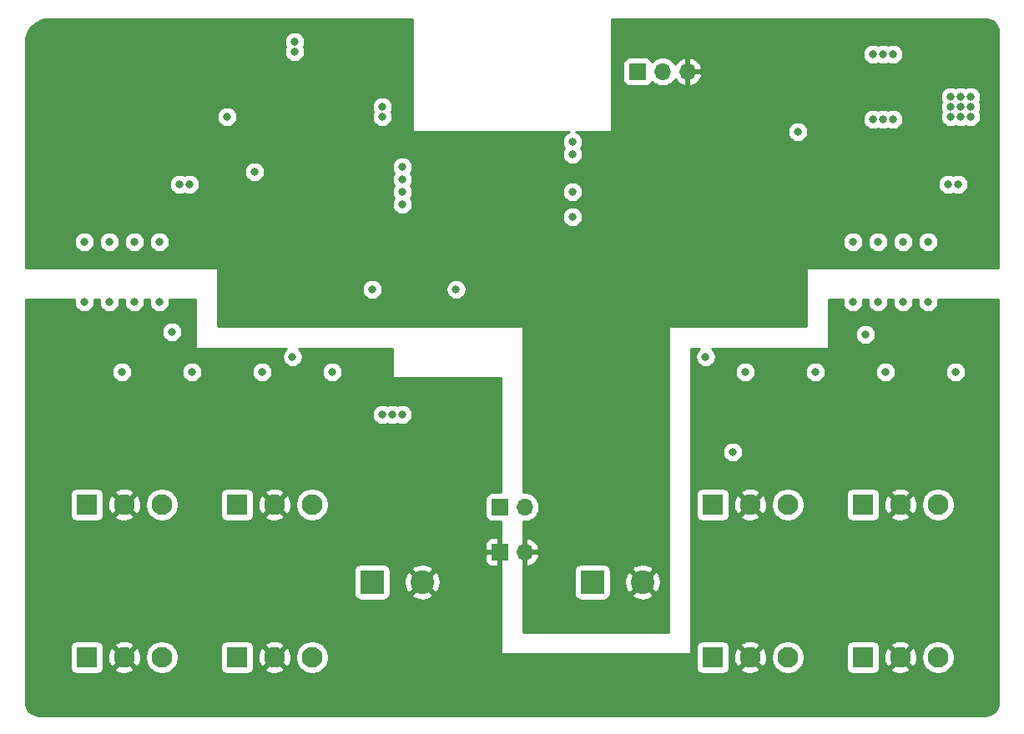
<source format=gbr>
G04 #@! TF.GenerationSoftware,KiCad,Pcbnew,(5.1.6)-1*
G04 #@! TF.CreationDate,2020-11-07T12:23:27+01:00*
G04 #@! TF.ProjectId,8-DI-ESP32-PCB,382d4449-2d45-4535-9033-322d5043422e,rev?*
G04 #@! TF.SameCoordinates,Original*
G04 #@! TF.FileFunction,Copper,L3,Inr*
G04 #@! TF.FilePolarity,Positive*
%FSLAX46Y46*%
G04 Gerber Fmt 4.6, Leading zero omitted, Abs format (unit mm)*
G04 Created by KiCad (PCBNEW (5.1.6)-1) date 2020-11-07 12:23:27*
%MOMM*%
%LPD*%
G01*
G04 APERTURE LIST*
G04 #@! TA.AperFunction,ViaPad*
%ADD10O,1.700000X1.700000*%
G04 #@! TD*
G04 #@! TA.AperFunction,ViaPad*
%ADD11R,1.700000X1.700000*%
G04 #@! TD*
G04 #@! TA.AperFunction,ViaPad*
%ADD12C,2.100000*%
G04 #@! TD*
G04 #@! TA.AperFunction,ViaPad*
%ADD13R,2.100000X2.100000*%
G04 #@! TD*
G04 #@! TA.AperFunction,ViaPad*
%ADD14C,2.400000*%
G04 #@! TD*
G04 #@! TA.AperFunction,ViaPad*
%ADD15R,2.400000X2.400000*%
G04 #@! TD*
G04 #@! TA.AperFunction,ViaPad*
%ADD16C,0.800000*%
G04 #@! TD*
G04 #@! TA.AperFunction,Conductor*
%ADD17C,0.254000*%
G04 #@! TD*
G04 APERTURE END LIST*
D10*
X162814000Y-64008000D03*
X160274000Y-64008000D03*
D11*
X157734000Y-64008000D03*
D12*
X188214000Y-107950000D03*
X184404000Y-107950000D03*
D13*
X180594000Y-107950000D03*
D10*
X146304000Y-112776000D03*
D11*
X143764000Y-112776000D03*
D10*
X146304000Y-108204000D03*
D11*
X143764000Y-108204000D03*
D14*
X158242000Y-115824000D03*
D15*
X153162000Y-115824000D03*
D14*
X135890000Y-115824000D03*
D15*
X130810000Y-115824000D03*
D12*
X188214000Y-123444000D03*
X184404000Y-123444000D03*
D13*
X180594000Y-123444000D03*
D12*
X172974000Y-107950000D03*
X169164000Y-107950000D03*
D13*
X165354000Y-107950000D03*
D12*
X172974000Y-123444000D03*
X169164000Y-123444000D03*
D13*
X165354000Y-123444000D03*
D12*
X124714000Y-107950000D03*
X120904000Y-107950000D03*
D13*
X117094000Y-107950000D03*
D12*
X124714000Y-123444000D03*
X120904000Y-123444000D03*
D13*
X117094000Y-123444000D03*
D12*
X109474000Y-107950000D03*
X105664000Y-107950000D03*
D13*
X101854000Y-107950000D03*
D12*
X109474000Y-123444000D03*
X105664000Y-123444000D03*
D13*
X101854000Y-123444000D03*
D16*
X142748000Y-105918000D03*
X149098000Y-128270000D03*
X150114000Y-128270000D03*
X151130000Y-128270000D03*
X152146000Y-128270000D03*
X153162000Y-128270000D03*
X167386000Y-102616000D03*
X176276000Y-61214000D03*
X175260000Y-61214000D03*
X170688000Y-60706000D03*
X176276000Y-60198000D03*
X172720000Y-60706000D03*
X177292000Y-61214000D03*
X175260000Y-60198000D03*
X177292000Y-60198000D03*
X171704000Y-60706000D03*
X190500000Y-64516000D03*
X189484000Y-64516000D03*
X191516000Y-62484000D03*
X190500000Y-62484000D03*
X191516000Y-64516000D03*
X191516000Y-63500000D03*
X190500000Y-63500000D03*
X189484000Y-63500000D03*
X189484000Y-62484000D03*
X180848000Y-80010000D03*
X183388000Y-80010000D03*
X185928000Y-80010000D03*
X190246000Y-82550000D03*
X191262000Y-82550000D03*
X127508000Y-69596000D03*
X126746000Y-68834000D03*
X125984000Y-68072000D03*
X129794000Y-60452000D03*
X128778000Y-60452000D03*
X130810000Y-60452000D03*
X102870000Y-80010000D03*
X105410000Y-80010000D03*
X107950000Y-80010000D03*
X112268000Y-82550000D03*
X113284000Y-82550000D03*
X159004000Y-68326000D03*
X159004000Y-67310000D03*
X159004000Y-66294000D03*
X118872000Y-62992000D03*
X119888000Y-62992000D03*
X119888000Y-64008000D03*
X118872000Y-64008000D03*
X100584000Y-69342000D03*
X100584000Y-70358000D03*
X99568000Y-70358000D03*
X99568000Y-69342000D03*
X125984000Y-88392000D03*
X127000000Y-88392000D03*
X127000000Y-87376000D03*
X125984000Y-87376000D03*
X142240000Y-82804000D03*
X143256000Y-82804000D03*
X144272000Y-82804000D03*
X145288000Y-82804000D03*
X146304000Y-82804000D03*
X147320000Y-82804000D03*
X148336000Y-96012000D03*
X149352000Y-96012000D03*
X149352000Y-97028000D03*
X148336000Y-97028000D03*
X169672000Y-82296000D03*
X170688000Y-82296000D03*
X170688000Y-81280000D03*
X169672000Y-81280000D03*
X166370000Y-64262000D03*
X167386000Y-64262000D03*
X167386000Y-63246000D03*
X166370000Y-63246000D03*
X191516000Y-66548000D03*
X190500000Y-66548000D03*
X189484000Y-66548000D03*
X191516000Y-68580000D03*
X190500000Y-68580000D03*
X189484000Y-68580000D03*
X191516000Y-67564000D03*
X190500000Y-67564000D03*
X189484000Y-67564000D03*
X183642000Y-68834000D03*
X181610000Y-68834000D03*
X182626000Y-68834000D03*
X182626000Y-62230000D03*
X183642000Y-62230000D03*
X111252000Y-75438000D03*
X112268000Y-75438000D03*
X189230000Y-75438000D03*
X190246000Y-75438000D03*
X173990000Y-70104000D03*
X181610000Y-62230000D03*
X131826000Y-68580000D03*
X131826000Y-67564000D03*
X122936000Y-60960000D03*
X122936000Y-61976000D03*
X139326000Y-86106000D03*
X116078000Y-68580000D03*
X118872000Y-74168000D03*
X130810000Y-86106000D03*
X105410000Y-94488000D03*
X112522000Y-94488000D03*
X119634000Y-94488000D03*
X126746000Y-94488000D03*
X109220000Y-87376000D03*
X106680000Y-87376000D03*
X104140000Y-87376000D03*
X101600000Y-87376000D03*
X184658000Y-87376000D03*
X187198000Y-87376000D03*
X182118000Y-87376000D03*
X179578000Y-87376000D03*
X168656000Y-94488000D03*
X175768000Y-94488000D03*
X182880000Y-94488000D03*
X189992000Y-94488000D03*
X133858000Y-98806000D03*
X132842000Y-98806000D03*
X131826000Y-98806000D03*
X122722000Y-92964000D03*
X110490000Y-90424000D03*
X180848000Y-90678000D03*
X164632000Y-92964000D03*
X133858000Y-73660000D03*
X101600000Y-81280000D03*
X133858000Y-74930000D03*
X104140000Y-81280000D03*
X133858000Y-76200000D03*
X106680000Y-81280000D03*
X133858000Y-77470000D03*
X109220000Y-81280000D03*
X151130000Y-71120000D03*
X187198000Y-81280000D03*
X151130000Y-72390000D03*
X184658000Y-81280000D03*
X151130000Y-76200000D03*
X182118000Y-81280000D03*
X151130000Y-78740000D03*
X179578000Y-81280000D03*
D17*
G36*
X100565000Y-87274061D02*
G01*
X100565000Y-87477939D01*
X100604774Y-87677898D01*
X100682795Y-87866256D01*
X100796063Y-88035774D01*
X100940226Y-88179937D01*
X101109744Y-88293205D01*
X101298102Y-88371226D01*
X101498061Y-88411000D01*
X101701939Y-88411000D01*
X101901898Y-88371226D01*
X102090256Y-88293205D01*
X102259774Y-88179937D01*
X102403937Y-88035774D01*
X102517205Y-87866256D01*
X102595226Y-87677898D01*
X102635000Y-87477939D01*
X102635000Y-87274061D01*
X102605748Y-87127000D01*
X103134252Y-87127000D01*
X103105000Y-87274061D01*
X103105000Y-87477939D01*
X103144774Y-87677898D01*
X103222795Y-87866256D01*
X103336063Y-88035774D01*
X103480226Y-88179937D01*
X103649744Y-88293205D01*
X103838102Y-88371226D01*
X104038061Y-88411000D01*
X104241939Y-88411000D01*
X104441898Y-88371226D01*
X104630256Y-88293205D01*
X104799774Y-88179937D01*
X104943937Y-88035774D01*
X105057205Y-87866256D01*
X105135226Y-87677898D01*
X105175000Y-87477939D01*
X105175000Y-87274061D01*
X105145748Y-87127000D01*
X105674252Y-87127000D01*
X105645000Y-87274061D01*
X105645000Y-87477939D01*
X105684774Y-87677898D01*
X105762795Y-87866256D01*
X105876063Y-88035774D01*
X106020226Y-88179937D01*
X106189744Y-88293205D01*
X106378102Y-88371226D01*
X106578061Y-88411000D01*
X106781939Y-88411000D01*
X106981898Y-88371226D01*
X107170256Y-88293205D01*
X107339774Y-88179937D01*
X107483937Y-88035774D01*
X107597205Y-87866256D01*
X107675226Y-87677898D01*
X107715000Y-87477939D01*
X107715000Y-87274061D01*
X107685748Y-87127000D01*
X108214252Y-87127000D01*
X108185000Y-87274061D01*
X108185000Y-87477939D01*
X108224774Y-87677898D01*
X108302795Y-87866256D01*
X108416063Y-88035774D01*
X108560226Y-88179937D01*
X108729744Y-88293205D01*
X108918102Y-88371226D01*
X109118061Y-88411000D01*
X109321939Y-88411000D01*
X109521898Y-88371226D01*
X109710256Y-88293205D01*
X109879774Y-88179937D01*
X110023937Y-88035774D01*
X110137205Y-87866256D01*
X110215226Y-87677898D01*
X110255000Y-87477939D01*
X110255000Y-87274061D01*
X110225748Y-87127000D01*
X112873000Y-87127000D01*
X112873000Y-92000000D01*
X112875440Y-92024776D01*
X112882667Y-92048601D01*
X112894403Y-92070557D01*
X112910197Y-92089803D01*
X112929443Y-92105597D01*
X112951399Y-92117333D01*
X112975224Y-92124560D01*
X113000000Y-92127000D01*
X122111708Y-92127000D01*
X122062226Y-92160063D01*
X121918063Y-92304226D01*
X121804795Y-92473744D01*
X121726774Y-92662102D01*
X121687000Y-92862061D01*
X121687000Y-93065939D01*
X121726774Y-93265898D01*
X121804795Y-93454256D01*
X121918063Y-93623774D01*
X122062226Y-93767937D01*
X122231744Y-93881205D01*
X122420102Y-93959226D01*
X122620061Y-93999000D01*
X122823939Y-93999000D01*
X123023898Y-93959226D01*
X123212256Y-93881205D01*
X123381774Y-93767937D01*
X123525937Y-93623774D01*
X123639205Y-93454256D01*
X123717226Y-93265898D01*
X123757000Y-93065939D01*
X123757000Y-92862061D01*
X123717226Y-92662102D01*
X123639205Y-92473744D01*
X123525937Y-92304226D01*
X123381774Y-92160063D01*
X123332292Y-92127000D01*
X132873000Y-92127000D01*
X132873000Y-95000000D01*
X132875440Y-95024776D01*
X132882667Y-95048601D01*
X132894403Y-95070557D01*
X132910197Y-95089803D01*
X132929443Y-95105597D01*
X132951399Y-95117333D01*
X132975224Y-95124560D01*
X133000000Y-95127000D01*
X143873000Y-95127000D01*
X143873000Y-106715928D01*
X142914000Y-106715928D01*
X142789518Y-106728188D01*
X142669820Y-106764498D01*
X142559506Y-106823463D01*
X142462815Y-106902815D01*
X142383463Y-106999506D01*
X142324498Y-107109820D01*
X142288188Y-107229518D01*
X142275928Y-107354000D01*
X142275928Y-109054000D01*
X142288188Y-109178482D01*
X142324498Y-109298180D01*
X142383463Y-109408494D01*
X142462815Y-109505185D01*
X142559506Y-109584537D01*
X142669820Y-109643502D01*
X142789518Y-109679812D01*
X142914000Y-109692072D01*
X143873000Y-109692072D01*
X143873000Y-123000000D01*
X143875440Y-123024776D01*
X143882667Y-123048601D01*
X143894403Y-123070557D01*
X143910197Y-123089803D01*
X143929443Y-123105597D01*
X143951399Y-123117333D01*
X143975224Y-123124560D01*
X144000000Y-123127000D01*
X163000000Y-123127000D01*
X163024776Y-123124560D01*
X163048601Y-123117333D01*
X163070557Y-123105597D01*
X163089803Y-123089803D01*
X163105597Y-123070557D01*
X163117333Y-123048601D01*
X163124560Y-123024776D01*
X163127000Y-123000000D01*
X163127000Y-122394000D01*
X163665928Y-122394000D01*
X163665928Y-124494000D01*
X163678188Y-124618482D01*
X163714498Y-124738180D01*
X163773463Y-124848494D01*
X163852815Y-124945185D01*
X163949506Y-125024537D01*
X164059820Y-125083502D01*
X164179518Y-125119812D01*
X164304000Y-125132072D01*
X166404000Y-125132072D01*
X166528482Y-125119812D01*
X166648180Y-125083502D01*
X166758494Y-125024537D01*
X166855185Y-124945185D01*
X166934537Y-124848494D01*
X166993502Y-124738180D01*
X167029812Y-124618482D01*
X167030148Y-124615066D01*
X168172539Y-124615066D01*
X168274339Y-124884579D01*
X168572477Y-125030463D01*
X168893346Y-125115380D01*
X169224617Y-125136066D01*
X169553557Y-125091728D01*
X169867527Y-124984069D01*
X170053661Y-124884579D01*
X170155461Y-124615066D01*
X169164000Y-123623605D01*
X168172539Y-124615066D01*
X167030148Y-124615066D01*
X167042072Y-124494000D01*
X167042072Y-123504617D01*
X167471934Y-123504617D01*
X167516272Y-123833557D01*
X167623931Y-124147527D01*
X167723421Y-124333661D01*
X167992934Y-124435461D01*
X168984395Y-123444000D01*
X169343605Y-123444000D01*
X170335066Y-124435461D01*
X170604579Y-124333661D01*
X170750463Y-124035523D01*
X170835380Y-123714654D01*
X170856066Y-123383383D01*
X170841868Y-123278042D01*
X171289000Y-123278042D01*
X171289000Y-123609958D01*
X171353754Y-123935496D01*
X171480772Y-124242147D01*
X171665175Y-124518125D01*
X171899875Y-124752825D01*
X172175853Y-124937228D01*
X172482504Y-125064246D01*
X172808042Y-125129000D01*
X173139958Y-125129000D01*
X173465496Y-125064246D01*
X173772147Y-124937228D01*
X174048125Y-124752825D01*
X174282825Y-124518125D01*
X174467228Y-124242147D01*
X174594246Y-123935496D01*
X174659000Y-123609958D01*
X174659000Y-123278042D01*
X174594246Y-122952504D01*
X174467228Y-122645853D01*
X174298945Y-122394000D01*
X178905928Y-122394000D01*
X178905928Y-124494000D01*
X178918188Y-124618482D01*
X178954498Y-124738180D01*
X179013463Y-124848494D01*
X179092815Y-124945185D01*
X179189506Y-125024537D01*
X179299820Y-125083502D01*
X179419518Y-125119812D01*
X179544000Y-125132072D01*
X181644000Y-125132072D01*
X181768482Y-125119812D01*
X181888180Y-125083502D01*
X181998494Y-125024537D01*
X182095185Y-124945185D01*
X182174537Y-124848494D01*
X182233502Y-124738180D01*
X182269812Y-124618482D01*
X182270148Y-124615066D01*
X183412539Y-124615066D01*
X183514339Y-124884579D01*
X183812477Y-125030463D01*
X184133346Y-125115380D01*
X184464617Y-125136066D01*
X184793557Y-125091728D01*
X185107527Y-124984069D01*
X185293661Y-124884579D01*
X185395461Y-124615066D01*
X184404000Y-123623605D01*
X183412539Y-124615066D01*
X182270148Y-124615066D01*
X182282072Y-124494000D01*
X182282072Y-123504617D01*
X182711934Y-123504617D01*
X182756272Y-123833557D01*
X182863931Y-124147527D01*
X182963421Y-124333661D01*
X183232934Y-124435461D01*
X184224395Y-123444000D01*
X184583605Y-123444000D01*
X185575066Y-124435461D01*
X185844579Y-124333661D01*
X185990463Y-124035523D01*
X186075380Y-123714654D01*
X186096066Y-123383383D01*
X186081868Y-123278042D01*
X186529000Y-123278042D01*
X186529000Y-123609958D01*
X186593754Y-123935496D01*
X186720772Y-124242147D01*
X186905175Y-124518125D01*
X187139875Y-124752825D01*
X187415853Y-124937228D01*
X187722504Y-125064246D01*
X188048042Y-125129000D01*
X188379958Y-125129000D01*
X188705496Y-125064246D01*
X189012147Y-124937228D01*
X189288125Y-124752825D01*
X189522825Y-124518125D01*
X189707228Y-124242147D01*
X189834246Y-123935496D01*
X189899000Y-123609958D01*
X189899000Y-123278042D01*
X189834246Y-122952504D01*
X189707228Y-122645853D01*
X189522825Y-122369875D01*
X189288125Y-122135175D01*
X189012147Y-121950772D01*
X188705496Y-121823754D01*
X188379958Y-121759000D01*
X188048042Y-121759000D01*
X187722504Y-121823754D01*
X187415853Y-121950772D01*
X187139875Y-122135175D01*
X186905175Y-122369875D01*
X186720772Y-122645853D01*
X186593754Y-122952504D01*
X186529000Y-123278042D01*
X186081868Y-123278042D01*
X186051728Y-123054443D01*
X185944069Y-122740473D01*
X185844579Y-122554339D01*
X185575066Y-122452539D01*
X184583605Y-123444000D01*
X184224395Y-123444000D01*
X183232934Y-122452539D01*
X182963421Y-122554339D01*
X182817537Y-122852477D01*
X182732620Y-123173346D01*
X182711934Y-123504617D01*
X182282072Y-123504617D01*
X182282072Y-122394000D01*
X182270149Y-122272934D01*
X183412539Y-122272934D01*
X184404000Y-123264395D01*
X185395461Y-122272934D01*
X185293661Y-122003421D01*
X184995523Y-121857537D01*
X184674654Y-121772620D01*
X184343383Y-121751934D01*
X184014443Y-121796272D01*
X183700473Y-121903931D01*
X183514339Y-122003421D01*
X183412539Y-122272934D01*
X182270149Y-122272934D01*
X182269812Y-122269518D01*
X182233502Y-122149820D01*
X182174537Y-122039506D01*
X182095185Y-121942815D01*
X181998494Y-121863463D01*
X181888180Y-121804498D01*
X181768482Y-121768188D01*
X181644000Y-121755928D01*
X179544000Y-121755928D01*
X179419518Y-121768188D01*
X179299820Y-121804498D01*
X179189506Y-121863463D01*
X179092815Y-121942815D01*
X179013463Y-122039506D01*
X178954498Y-122149820D01*
X178918188Y-122269518D01*
X178905928Y-122394000D01*
X174298945Y-122394000D01*
X174282825Y-122369875D01*
X174048125Y-122135175D01*
X173772147Y-121950772D01*
X173465496Y-121823754D01*
X173139958Y-121759000D01*
X172808042Y-121759000D01*
X172482504Y-121823754D01*
X172175853Y-121950772D01*
X171899875Y-122135175D01*
X171665175Y-122369875D01*
X171480772Y-122645853D01*
X171353754Y-122952504D01*
X171289000Y-123278042D01*
X170841868Y-123278042D01*
X170811728Y-123054443D01*
X170704069Y-122740473D01*
X170604579Y-122554339D01*
X170335066Y-122452539D01*
X169343605Y-123444000D01*
X168984395Y-123444000D01*
X167992934Y-122452539D01*
X167723421Y-122554339D01*
X167577537Y-122852477D01*
X167492620Y-123173346D01*
X167471934Y-123504617D01*
X167042072Y-123504617D01*
X167042072Y-122394000D01*
X167030149Y-122272934D01*
X168172539Y-122272934D01*
X169164000Y-123264395D01*
X170155461Y-122272934D01*
X170053661Y-122003421D01*
X169755523Y-121857537D01*
X169434654Y-121772620D01*
X169103383Y-121751934D01*
X168774443Y-121796272D01*
X168460473Y-121903931D01*
X168274339Y-122003421D01*
X168172539Y-122272934D01*
X167030149Y-122272934D01*
X167029812Y-122269518D01*
X166993502Y-122149820D01*
X166934537Y-122039506D01*
X166855185Y-121942815D01*
X166758494Y-121863463D01*
X166648180Y-121804498D01*
X166528482Y-121768188D01*
X166404000Y-121755928D01*
X164304000Y-121755928D01*
X164179518Y-121768188D01*
X164059820Y-121804498D01*
X163949506Y-121863463D01*
X163852815Y-121942815D01*
X163773463Y-122039506D01*
X163714498Y-122149820D01*
X163678188Y-122269518D01*
X163665928Y-122394000D01*
X163127000Y-122394000D01*
X163127000Y-106900000D01*
X163665928Y-106900000D01*
X163665928Y-109000000D01*
X163678188Y-109124482D01*
X163714498Y-109244180D01*
X163773463Y-109354494D01*
X163852815Y-109451185D01*
X163949506Y-109530537D01*
X164059820Y-109589502D01*
X164179518Y-109625812D01*
X164304000Y-109638072D01*
X166404000Y-109638072D01*
X166528482Y-109625812D01*
X166648180Y-109589502D01*
X166758494Y-109530537D01*
X166855185Y-109451185D01*
X166934537Y-109354494D01*
X166993502Y-109244180D01*
X167029812Y-109124482D01*
X167030148Y-109121066D01*
X168172539Y-109121066D01*
X168274339Y-109390579D01*
X168572477Y-109536463D01*
X168893346Y-109621380D01*
X169224617Y-109642066D01*
X169553557Y-109597728D01*
X169867527Y-109490069D01*
X170053661Y-109390579D01*
X170155461Y-109121066D01*
X169164000Y-108129605D01*
X168172539Y-109121066D01*
X167030148Y-109121066D01*
X167042072Y-109000000D01*
X167042072Y-108010617D01*
X167471934Y-108010617D01*
X167516272Y-108339557D01*
X167623931Y-108653527D01*
X167723421Y-108839661D01*
X167992934Y-108941461D01*
X168984395Y-107950000D01*
X169343605Y-107950000D01*
X170335066Y-108941461D01*
X170604579Y-108839661D01*
X170750463Y-108541523D01*
X170835380Y-108220654D01*
X170856066Y-107889383D01*
X170841868Y-107784042D01*
X171289000Y-107784042D01*
X171289000Y-108115958D01*
X171353754Y-108441496D01*
X171480772Y-108748147D01*
X171665175Y-109024125D01*
X171899875Y-109258825D01*
X172175853Y-109443228D01*
X172482504Y-109570246D01*
X172808042Y-109635000D01*
X173139958Y-109635000D01*
X173465496Y-109570246D01*
X173772147Y-109443228D01*
X174048125Y-109258825D01*
X174282825Y-109024125D01*
X174467228Y-108748147D01*
X174594246Y-108441496D01*
X174659000Y-108115958D01*
X174659000Y-107784042D01*
X174594246Y-107458504D01*
X174467228Y-107151853D01*
X174298945Y-106900000D01*
X178905928Y-106900000D01*
X178905928Y-109000000D01*
X178918188Y-109124482D01*
X178954498Y-109244180D01*
X179013463Y-109354494D01*
X179092815Y-109451185D01*
X179189506Y-109530537D01*
X179299820Y-109589502D01*
X179419518Y-109625812D01*
X179544000Y-109638072D01*
X181644000Y-109638072D01*
X181768482Y-109625812D01*
X181888180Y-109589502D01*
X181998494Y-109530537D01*
X182095185Y-109451185D01*
X182174537Y-109354494D01*
X182233502Y-109244180D01*
X182269812Y-109124482D01*
X182270148Y-109121066D01*
X183412539Y-109121066D01*
X183514339Y-109390579D01*
X183812477Y-109536463D01*
X184133346Y-109621380D01*
X184464617Y-109642066D01*
X184793557Y-109597728D01*
X185107527Y-109490069D01*
X185293661Y-109390579D01*
X185395461Y-109121066D01*
X184404000Y-108129605D01*
X183412539Y-109121066D01*
X182270148Y-109121066D01*
X182282072Y-109000000D01*
X182282072Y-108010617D01*
X182711934Y-108010617D01*
X182756272Y-108339557D01*
X182863931Y-108653527D01*
X182963421Y-108839661D01*
X183232934Y-108941461D01*
X184224395Y-107950000D01*
X184583605Y-107950000D01*
X185575066Y-108941461D01*
X185844579Y-108839661D01*
X185990463Y-108541523D01*
X186075380Y-108220654D01*
X186096066Y-107889383D01*
X186081868Y-107784042D01*
X186529000Y-107784042D01*
X186529000Y-108115958D01*
X186593754Y-108441496D01*
X186720772Y-108748147D01*
X186905175Y-109024125D01*
X187139875Y-109258825D01*
X187415853Y-109443228D01*
X187722504Y-109570246D01*
X188048042Y-109635000D01*
X188379958Y-109635000D01*
X188705496Y-109570246D01*
X189012147Y-109443228D01*
X189288125Y-109258825D01*
X189522825Y-109024125D01*
X189707228Y-108748147D01*
X189834246Y-108441496D01*
X189899000Y-108115958D01*
X189899000Y-107784042D01*
X189834246Y-107458504D01*
X189707228Y-107151853D01*
X189522825Y-106875875D01*
X189288125Y-106641175D01*
X189012147Y-106456772D01*
X188705496Y-106329754D01*
X188379958Y-106265000D01*
X188048042Y-106265000D01*
X187722504Y-106329754D01*
X187415853Y-106456772D01*
X187139875Y-106641175D01*
X186905175Y-106875875D01*
X186720772Y-107151853D01*
X186593754Y-107458504D01*
X186529000Y-107784042D01*
X186081868Y-107784042D01*
X186051728Y-107560443D01*
X185944069Y-107246473D01*
X185844579Y-107060339D01*
X185575066Y-106958539D01*
X184583605Y-107950000D01*
X184224395Y-107950000D01*
X183232934Y-106958539D01*
X182963421Y-107060339D01*
X182817537Y-107358477D01*
X182732620Y-107679346D01*
X182711934Y-108010617D01*
X182282072Y-108010617D01*
X182282072Y-106900000D01*
X182270149Y-106778934D01*
X183412539Y-106778934D01*
X184404000Y-107770395D01*
X185395461Y-106778934D01*
X185293661Y-106509421D01*
X184995523Y-106363537D01*
X184674654Y-106278620D01*
X184343383Y-106257934D01*
X184014443Y-106302272D01*
X183700473Y-106409931D01*
X183514339Y-106509421D01*
X183412539Y-106778934D01*
X182270149Y-106778934D01*
X182269812Y-106775518D01*
X182233502Y-106655820D01*
X182174537Y-106545506D01*
X182095185Y-106448815D01*
X181998494Y-106369463D01*
X181888180Y-106310498D01*
X181768482Y-106274188D01*
X181644000Y-106261928D01*
X179544000Y-106261928D01*
X179419518Y-106274188D01*
X179299820Y-106310498D01*
X179189506Y-106369463D01*
X179092815Y-106448815D01*
X179013463Y-106545506D01*
X178954498Y-106655820D01*
X178918188Y-106775518D01*
X178905928Y-106900000D01*
X174298945Y-106900000D01*
X174282825Y-106875875D01*
X174048125Y-106641175D01*
X173772147Y-106456772D01*
X173465496Y-106329754D01*
X173139958Y-106265000D01*
X172808042Y-106265000D01*
X172482504Y-106329754D01*
X172175853Y-106456772D01*
X171899875Y-106641175D01*
X171665175Y-106875875D01*
X171480772Y-107151853D01*
X171353754Y-107458504D01*
X171289000Y-107784042D01*
X170841868Y-107784042D01*
X170811728Y-107560443D01*
X170704069Y-107246473D01*
X170604579Y-107060339D01*
X170335066Y-106958539D01*
X169343605Y-107950000D01*
X168984395Y-107950000D01*
X167992934Y-106958539D01*
X167723421Y-107060339D01*
X167577537Y-107358477D01*
X167492620Y-107679346D01*
X167471934Y-108010617D01*
X167042072Y-108010617D01*
X167042072Y-106900000D01*
X167030149Y-106778934D01*
X168172539Y-106778934D01*
X169164000Y-107770395D01*
X170155461Y-106778934D01*
X170053661Y-106509421D01*
X169755523Y-106363537D01*
X169434654Y-106278620D01*
X169103383Y-106257934D01*
X168774443Y-106302272D01*
X168460473Y-106409931D01*
X168274339Y-106509421D01*
X168172539Y-106778934D01*
X167030149Y-106778934D01*
X167029812Y-106775518D01*
X166993502Y-106655820D01*
X166934537Y-106545506D01*
X166855185Y-106448815D01*
X166758494Y-106369463D01*
X166648180Y-106310498D01*
X166528482Y-106274188D01*
X166404000Y-106261928D01*
X164304000Y-106261928D01*
X164179518Y-106274188D01*
X164059820Y-106310498D01*
X163949506Y-106369463D01*
X163852815Y-106448815D01*
X163773463Y-106545506D01*
X163714498Y-106655820D01*
X163678188Y-106775518D01*
X163665928Y-106900000D01*
X163127000Y-106900000D01*
X163127000Y-102514061D01*
X166351000Y-102514061D01*
X166351000Y-102717939D01*
X166390774Y-102917898D01*
X166468795Y-103106256D01*
X166582063Y-103275774D01*
X166726226Y-103419937D01*
X166895744Y-103533205D01*
X167084102Y-103611226D01*
X167284061Y-103651000D01*
X167487939Y-103651000D01*
X167687898Y-103611226D01*
X167876256Y-103533205D01*
X168045774Y-103419937D01*
X168189937Y-103275774D01*
X168303205Y-103106256D01*
X168381226Y-102917898D01*
X168421000Y-102717939D01*
X168421000Y-102514061D01*
X168381226Y-102314102D01*
X168303205Y-102125744D01*
X168189937Y-101956226D01*
X168045774Y-101812063D01*
X167876256Y-101698795D01*
X167687898Y-101620774D01*
X167487939Y-101581000D01*
X167284061Y-101581000D01*
X167084102Y-101620774D01*
X166895744Y-101698795D01*
X166726226Y-101812063D01*
X166582063Y-101956226D01*
X166468795Y-102125744D01*
X166390774Y-102314102D01*
X166351000Y-102514061D01*
X163127000Y-102514061D01*
X163127000Y-94386061D01*
X167621000Y-94386061D01*
X167621000Y-94589939D01*
X167660774Y-94789898D01*
X167738795Y-94978256D01*
X167852063Y-95147774D01*
X167996226Y-95291937D01*
X168165744Y-95405205D01*
X168354102Y-95483226D01*
X168554061Y-95523000D01*
X168757939Y-95523000D01*
X168957898Y-95483226D01*
X169146256Y-95405205D01*
X169315774Y-95291937D01*
X169459937Y-95147774D01*
X169573205Y-94978256D01*
X169651226Y-94789898D01*
X169691000Y-94589939D01*
X169691000Y-94386061D01*
X174733000Y-94386061D01*
X174733000Y-94589939D01*
X174772774Y-94789898D01*
X174850795Y-94978256D01*
X174964063Y-95147774D01*
X175108226Y-95291937D01*
X175277744Y-95405205D01*
X175466102Y-95483226D01*
X175666061Y-95523000D01*
X175869939Y-95523000D01*
X176069898Y-95483226D01*
X176258256Y-95405205D01*
X176427774Y-95291937D01*
X176571937Y-95147774D01*
X176685205Y-94978256D01*
X176763226Y-94789898D01*
X176803000Y-94589939D01*
X176803000Y-94386061D01*
X181845000Y-94386061D01*
X181845000Y-94589939D01*
X181884774Y-94789898D01*
X181962795Y-94978256D01*
X182076063Y-95147774D01*
X182220226Y-95291937D01*
X182389744Y-95405205D01*
X182578102Y-95483226D01*
X182778061Y-95523000D01*
X182981939Y-95523000D01*
X183181898Y-95483226D01*
X183370256Y-95405205D01*
X183539774Y-95291937D01*
X183683937Y-95147774D01*
X183797205Y-94978256D01*
X183875226Y-94789898D01*
X183915000Y-94589939D01*
X183915000Y-94386061D01*
X188957000Y-94386061D01*
X188957000Y-94589939D01*
X188996774Y-94789898D01*
X189074795Y-94978256D01*
X189188063Y-95147774D01*
X189332226Y-95291937D01*
X189501744Y-95405205D01*
X189690102Y-95483226D01*
X189890061Y-95523000D01*
X190093939Y-95523000D01*
X190293898Y-95483226D01*
X190482256Y-95405205D01*
X190651774Y-95291937D01*
X190795937Y-95147774D01*
X190909205Y-94978256D01*
X190987226Y-94789898D01*
X191027000Y-94589939D01*
X191027000Y-94386061D01*
X190987226Y-94186102D01*
X190909205Y-93997744D01*
X190795937Y-93828226D01*
X190651774Y-93684063D01*
X190482256Y-93570795D01*
X190293898Y-93492774D01*
X190093939Y-93453000D01*
X189890061Y-93453000D01*
X189690102Y-93492774D01*
X189501744Y-93570795D01*
X189332226Y-93684063D01*
X189188063Y-93828226D01*
X189074795Y-93997744D01*
X188996774Y-94186102D01*
X188957000Y-94386061D01*
X183915000Y-94386061D01*
X183875226Y-94186102D01*
X183797205Y-93997744D01*
X183683937Y-93828226D01*
X183539774Y-93684063D01*
X183370256Y-93570795D01*
X183181898Y-93492774D01*
X182981939Y-93453000D01*
X182778061Y-93453000D01*
X182578102Y-93492774D01*
X182389744Y-93570795D01*
X182220226Y-93684063D01*
X182076063Y-93828226D01*
X181962795Y-93997744D01*
X181884774Y-94186102D01*
X181845000Y-94386061D01*
X176803000Y-94386061D01*
X176763226Y-94186102D01*
X176685205Y-93997744D01*
X176571937Y-93828226D01*
X176427774Y-93684063D01*
X176258256Y-93570795D01*
X176069898Y-93492774D01*
X175869939Y-93453000D01*
X175666061Y-93453000D01*
X175466102Y-93492774D01*
X175277744Y-93570795D01*
X175108226Y-93684063D01*
X174964063Y-93828226D01*
X174850795Y-93997744D01*
X174772774Y-94186102D01*
X174733000Y-94386061D01*
X169691000Y-94386061D01*
X169651226Y-94186102D01*
X169573205Y-93997744D01*
X169459937Y-93828226D01*
X169315774Y-93684063D01*
X169146256Y-93570795D01*
X168957898Y-93492774D01*
X168757939Y-93453000D01*
X168554061Y-93453000D01*
X168354102Y-93492774D01*
X168165744Y-93570795D01*
X167996226Y-93684063D01*
X167852063Y-93828226D01*
X167738795Y-93997744D01*
X167660774Y-94186102D01*
X167621000Y-94386061D01*
X163127000Y-94386061D01*
X163127000Y-92127000D01*
X164021708Y-92127000D01*
X163972226Y-92160063D01*
X163828063Y-92304226D01*
X163714795Y-92473744D01*
X163636774Y-92662102D01*
X163597000Y-92862061D01*
X163597000Y-93065939D01*
X163636774Y-93265898D01*
X163714795Y-93454256D01*
X163828063Y-93623774D01*
X163972226Y-93767937D01*
X164141744Y-93881205D01*
X164330102Y-93959226D01*
X164530061Y-93999000D01*
X164733939Y-93999000D01*
X164933898Y-93959226D01*
X165122256Y-93881205D01*
X165291774Y-93767937D01*
X165435937Y-93623774D01*
X165549205Y-93454256D01*
X165627226Y-93265898D01*
X165667000Y-93065939D01*
X165667000Y-92862061D01*
X165627226Y-92662102D01*
X165549205Y-92473744D01*
X165435937Y-92304226D01*
X165291774Y-92160063D01*
X165242292Y-92127000D01*
X177000000Y-92127000D01*
X177024776Y-92124560D01*
X177048601Y-92117333D01*
X177070557Y-92105597D01*
X177089803Y-92089803D01*
X177105597Y-92070557D01*
X177117333Y-92048601D01*
X177124560Y-92024776D01*
X177127000Y-92000000D01*
X177127000Y-90576061D01*
X179813000Y-90576061D01*
X179813000Y-90779939D01*
X179852774Y-90979898D01*
X179930795Y-91168256D01*
X180044063Y-91337774D01*
X180188226Y-91481937D01*
X180357744Y-91595205D01*
X180546102Y-91673226D01*
X180746061Y-91713000D01*
X180949939Y-91713000D01*
X181149898Y-91673226D01*
X181338256Y-91595205D01*
X181507774Y-91481937D01*
X181651937Y-91337774D01*
X181765205Y-91168256D01*
X181843226Y-90979898D01*
X181883000Y-90779939D01*
X181883000Y-90576061D01*
X181843226Y-90376102D01*
X181765205Y-90187744D01*
X181651937Y-90018226D01*
X181507774Y-89874063D01*
X181338256Y-89760795D01*
X181149898Y-89682774D01*
X180949939Y-89643000D01*
X180746061Y-89643000D01*
X180546102Y-89682774D01*
X180357744Y-89760795D01*
X180188226Y-89874063D01*
X180044063Y-90018226D01*
X179930795Y-90187744D01*
X179852774Y-90376102D01*
X179813000Y-90576061D01*
X177127000Y-90576061D01*
X177127000Y-87127000D01*
X178572252Y-87127000D01*
X178543000Y-87274061D01*
X178543000Y-87477939D01*
X178582774Y-87677898D01*
X178660795Y-87866256D01*
X178774063Y-88035774D01*
X178918226Y-88179937D01*
X179087744Y-88293205D01*
X179276102Y-88371226D01*
X179476061Y-88411000D01*
X179679939Y-88411000D01*
X179879898Y-88371226D01*
X180068256Y-88293205D01*
X180237774Y-88179937D01*
X180381937Y-88035774D01*
X180495205Y-87866256D01*
X180573226Y-87677898D01*
X180613000Y-87477939D01*
X180613000Y-87274061D01*
X180583748Y-87127000D01*
X181112252Y-87127000D01*
X181083000Y-87274061D01*
X181083000Y-87477939D01*
X181122774Y-87677898D01*
X181200795Y-87866256D01*
X181314063Y-88035774D01*
X181458226Y-88179937D01*
X181627744Y-88293205D01*
X181816102Y-88371226D01*
X182016061Y-88411000D01*
X182219939Y-88411000D01*
X182419898Y-88371226D01*
X182608256Y-88293205D01*
X182777774Y-88179937D01*
X182921937Y-88035774D01*
X183035205Y-87866256D01*
X183113226Y-87677898D01*
X183153000Y-87477939D01*
X183153000Y-87274061D01*
X183123748Y-87127000D01*
X183652252Y-87127000D01*
X183623000Y-87274061D01*
X183623000Y-87477939D01*
X183662774Y-87677898D01*
X183740795Y-87866256D01*
X183854063Y-88035774D01*
X183998226Y-88179937D01*
X184167744Y-88293205D01*
X184356102Y-88371226D01*
X184556061Y-88411000D01*
X184759939Y-88411000D01*
X184959898Y-88371226D01*
X185148256Y-88293205D01*
X185317774Y-88179937D01*
X185461937Y-88035774D01*
X185575205Y-87866256D01*
X185653226Y-87677898D01*
X185693000Y-87477939D01*
X185693000Y-87274061D01*
X185663748Y-87127000D01*
X186192252Y-87127000D01*
X186163000Y-87274061D01*
X186163000Y-87477939D01*
X186202774Y-87677898D01*
X186280795Y-87866256D01*
X186394063Y-88035774D01*
X186538226Y-88179937D01*
X186707744Y-88293205D01*
X186896102Y-88371226D01*
X187096061Y-88411000D01*
X187299939Y-88411000D01*
X187499898Y-88371226D01*
X187688256Y-88293205D01*
X187857774Y-88179937D01*
X188001937Y-88035774D01*
X188115205Y-87866256D01*
X188193226Y-87677898D01*
X188233000Y-87477939D01*
X188233000Y-87274061D01*
X188203748Y-87127000D01*
X194340001Y-87127000D01*
X194340000Y-127967721D01*
X194311375Y-128259660D01*
X194235965Y-128509429D01*
X194113477Y-128739794D01*
X193948579Y-128941979D01*
X193747546Y-129108288D01*
X193518046Y-129232378D01*
X193268805Y-129309531D01*
X192978911Y-129340000D01*
X97032279Y-129340000D01*
X96740340Y-129311375D01*
X96490571Y-129235965D01*
X96260206Y-129113477D01*
X96058021Y-128948579D01*
X95891712Y-128747546D01*
X95767622Y-128518046D01*
X95690469Y-128268805D01*
X95660000Y-127978911D01*
X95660000Y-122394000D01*
X100165928Y-122394000D01*
X100165928Y-124494000D01*
X100178188Y-124618482D01*
X100214498Y-124738180D01*
X100273463Y-124848494D01*
X100352815Y-124945185D01*
X100449506Y-125024537D01*
X100559820Y-125083502D01*
X100679518Y-125119812D01*
X100804000Y-125132072D01*
X102904000Y-125132072D01*
X103028482Y-125119812D01*
X103148180Y-125083502D01*
X103258494Y-125024537D01*
X103355185Y-124945185D01*
X103434537Y-124848494D01*
X103493502Y-124738180D01*
X103529812Y-124618482D01*
X103530148Y-124615066D01*
X104672539Y-124615066D01*
X104774339Y-124884579D01*
X105072477Y-125030463D01*
X105393346Y-125115380D01*
X105724617Y-125136066D01*
X106053557Y-125091728D01*
X106367527Y-124984069D01*
X106553661Y-124884579D01*
X106655461Y-124615066D01*
X105664000Y-123623605D01*
X104672539Y-124615066D01*
X103530148Y-124615066D01*
X103542072Y-124494000D01*
X103542072Y-123504617D01*
X103971934Y-123504617D01*
X104016272Y-123833557D01*
X104123931Y-124147527D01*
X104223421Y-124333661D01*
X104492934Y-124435461D01*
X105484395Y-123444000D01*
X105843605Y-123444000D01*
X106835066Y-124435461D01*
X107104579Y-124333661D01*
X107250463Y-124035523D01*
X107335380Y-123714654D01*
X107356066Y-123383383D01*
X107341868Y-123278042D01*
X107789000Y-123278042D01*
X107789000Y-123609958D01*
X107853754Y-123935496D01*
X107980772Y-124242147D01*
X108165175Y-124518125D01*
X108399875Y-124752825D01*
X108675853Y-124937228D01*
X108982504Y-125064246D01*
X109308042Y-125129000D01*
X109639958Y-125129000D01*
X109965496Y-125064246D01*
X110272147Y-124937228D01*
X110548125Y-124752825D01*
X110782825Y-124518125D01*
X110967228Y-124242147D01*
X111094246Y-123935496D01*
X111159000Y-123609958D01*
X111159000Y-123278042D01*
X111094246Y-122952504D01*
X110967228Y-122645853D01*
X110798945Y-122394000D01*
X115405928Y-122394000D01*
X115405928Y-124494000D01*
X115418188Y-124618482D01*
X115454498Y-124738180D01*
X115513463Y-124848494D01*
X115592815Y-124945185D01*
X115689506Y-125024537D01*
X115799820Y-125083502D01*
X115919518Y-125119812D01*
X116044000Y-125132072D01*
X118144000Y-125132072D01*
X118268482Y-125119812D01*
X118388180Y-125083502D01*
X118498494Y-125024537D01*
X118595185Y-124945185D01*
X118674537Y-124848494D01*
X118733502Y-124738180D01*
X118769812Y-124618482D01*
X118770148Y-124615066D01*
X119912539Y-124615066D01*
X120014339Y-124884579D01*
X120312477Y-125030463D01*
X120633346Y-125115380D01*
X120964617Y-125136066D01*
X121293557Y-125091728D01*
X121607527Y-124984069D01*
X121793661Y-124884579D01*
X121895461Y-124615066D01*
X120904000Y-123623605D01*
X119912539Y-124615066D01*
X118770148Y-124615066D01*
X118782072Y-124494000D01*
X118782072Y-123504617D01*
X119211934Y-123504617D01*
X119256272Y-123833557D01*
X119363931Y-124147527D01*
X119463421Y-124333661D01*
X119732934Y-124435461D01*
X120724395Y-123444000D01*
X121083605Y-123444000D01*
X122075066Y-124435461D01*
X122344579Y-124333661D01*
X122490463Y-124035523D01*
X122575380Y-123714654D01*
X122596066Y-123383383D01*
X122581868Y-123278042D01*
X123029000Y-123278042D01*
X123029000Y-123609958D01*
X123093754Y-123935496D01*
X123220772Y-124242147D01*
X123405175Y-124518125D01*
X123639875Y-124752825D01*
X123915853Y-124937228D01*
X124222504Y-125064246D01*
X124548042Y-125129000D01*
X124879958Y-125129000D01*
X125205496Y-125064246D01*
X125512147Y-124937228D01*
X125788125Y-124752825D01*
X126022825Y-124518125D01*
X126207228Y-124242147D01*
X126334246Y-123935496D01*
X126399000Y-123609958D01*
X126399000Y-123278042D01*
X126334246Y-122952504D01*
X126207228Y-122645853D01*
X126022825Y-122369875D01*
X125788125Y-122135175D01*
X125512147Y-121950772D01*
X125205496Y-121823754D01*
X124879958Y-121759000D01*
X124548042Y-121759000D01*
X124222504Y-121823754D01*
X123915853Y-121950772D01*
X123639875Y-122135175D01*
X123405175Y-122369875D01*
X123220772Y-122645853D01*
X123093754Y-122952504D01*
X123029000Y-123278042D01*
X122581868Y-123278042D01*
X122551728Y-123054443D01*
X122444069Y-122740473D01*
X122344579Y-122554339D01*
X122075066Y-122452539D01*
X121083605Y-123444000D01*
X120724395Y-123444000D01*
X119732934Y-122452539D01*
X119463421Y-122554339D01*
X119317537Y-122852477D01*
X119232620Y-123173346D01*
X119211934Y-123504617D01*
X118782072Y-123504617D01*
X118782072Y-122394000D01*
X118770149Y-122272934D01*
X119912539Y-122272934D01*
X120904000Y-123264395D01*
X121895461Y-122272934D01*
X121793661Y-122003421D01*
X121495523Y-121857537D01*
X121174654Y-121772620D01*
X120843383Y-121751934D01*
X120514443Y-121796272D01*
X120200473Y-121903931D01*
X120014339Y-122003421D01*
X119912539Y-122272934D01*
X118770149Y-122272934D01*
X118769812Y-122269518D01*
X118733502Y-122149820D01*
X118674537Y-122039506D01*
X118595185Y-121942815D01*
X118498494Y-121863463D01*
X118388180Y-121804498D01*
X118268482Y-121768188D01*
X118144000Y-121755928D01*
X116044000Y-121755928D01*
X115919518Y-121768188D01*
X115799820Y-121804498D01*
X115689506Y-121863463D01*
X115592815Y-121942815D01*
X115513463Y-122039506D01*
X115454498Y-122149820D01*
X115418188Y-122269518D01*
X115405928Y-122394000D01*
X110798945Y-122394000D01*
X110782825Y-122369875D01*
X110548125Y-122135175D01*
X110272147Y-121950772D01*
X109965496Y-121823754D01*
X109639958Y-121759000D01*
X109308042Y-121759000D01*
X108982504Y-121823754D01*
X108675853Y-121950772D01*
X108399875Y-122135175D01*
X108165175Y-122369875D01*
X107980772Y-122645853D01*
X107853754Y-122952504D01*
X107789000Y-123278042D01*
X107341868Y-123278042D01*
X107311728Y-123054443D01*
X107204069Y-122740473D01*
X107104579Y-122554339D01*
X106835066Y-122452539D01*
X105843605Y-123444000D01*
X105484395Y-123444000D01*
X104492934Y-122452539D01*
X104223421Y-122554339D01*
X104077537Y-122852477D01*
X103992620Y-123173346D01*
X103971934Y-123504617D01*
X103542072Y-123504617D01*
X103542072Y-122394000D01*
X103530149Y-122272934D01*
X104672539Y-122272934D01*
X105664000Y-123264395D01*
X106655461Y-122272934D01*
X106553661Y-122003421D01*
X106255523Y-121857537D01*
X105934654Y-121772620D01*
X105603383Y-121751934D01*
X105274443Y-121796272D01*
X104960473Y-121903931D01*
X104774339Y-122003421D01*
X104672539Y-122272934D01*
X103530149Y-122272934D01*
X103529812Y-122269518D01*
X103493502Y-122149820D01*
X103434537Y-122039506D01*
X103355185Y-121942815D01*
X103258494Y-121863463D01*
X103148180Y-121804498D01*
X103028482Y-121768188D01*
X102904000Y-121755928D01*
X100804000Y-121755928D01*
X100679518Y-121768188D01*
X100559820Y-121804498D01*
X100449506Y-121863463D01*
X100352815Y-121942815D01*
X100273463Y-122039506D01*
X100214498Y-122149820D01*
X100178188Y-122269518D01*
X100165928Y-122394000D01*
X95660000Y-122394000D01*
X95660000Y-114624000D01*
X128971928Y-114624000D01*
X128971928Y-117024000D01*
X128984188Y-117148482D01*
X129020498Y-117268180D01*
X129079463Y-117378494D01*
X129158815Y-117475185D01*
X129255506Y-117554537D01*
X129365820Y-117613502D01*
X129485518Y-117649812D01*
X129610000Y-117662072D01*
X132010000Y-117662072D01*
X132134482Y-117649812D01*
X132254180Y-117613502D01*
X132364494Y-117554537D01*
X132461185Y-117475185D01*
X132540537Y-117378494D01*
X132599502Y-117268180D01*
X132635812Y-117148482D01*
X132640391Y-117101980D01*
X134791626Y-117101980D01*
X134911514Y-117386836D01*
X135235210Y-117547699D01*
X135584069Y-117642322D01*
X135944684Y-117667067D01*
X136303198Y-117620985D01*
X136645833Y-117505846D01*
X136868486Y-117386836D01*
X136988374Y-117101980D01*
X135890000Y-116003605D01*
X134791626Y-117101980D01*
X132640391Y-117101980D01*
X132648072Y-117024000D01*
X132648072Y-115878684D01*
X134046933Y-115878684D01*
X134093015Y-116237198D01*
X134208154Y-116579833D01*
X134327164Y-116802486D01*
X134612020Y-116922374D01*
X135710395Y-115824000D01*
X136069605Y-115824000D01*
X137167980Y-116922374D01*
X137452836Y-116802486D01*
X137613699Y-116478790D01*
X137708322Y-116129931D01*
X137733067Y-115769316D01*
X137686985Y-115410802D01*
X137571846Y-115068167D01*
X137452836Y-114845514D01*
X137167980Y-114725626D01*
X136069605Y-115824000D01*
X135710395Y-115824000D01*
X134612020Y-114725626D01*
X134327164Y-114845514D01*
X134166301Y-115169210D01*
X134071678Y-115518069D01*
X134046933Y-115878684D01*
X132648072Y-115878684D01*
X132648072Y-114624000D01*
X132640392Y-114546020D01*
X134791626Y-114546020D01*
X135890000Y-115644395D01*
X136988374Y-114546020D01*
X136868486Y-114261164D01*
X136544790Y-114100301D01*
X136195931Y-114005678D01*
X135835316Y-113980933D01*
X135476802Y-114027015D01*
X135134167Y-114142154D01*
X134911514Y-114261164D01*
X134791626Y-114546020D01*
X132640392Y-114546020D01*
X132635812Y-114499518D01*
X132599502Y-114379820D01*
X132540537Y-114269506D01*
X132461185Y-114172815D01*
X132364494Y-114093463D01*
X132254180Y-114034498D01*
X132134482Y-113998188D01*
X132010000Y-113985928D01*
X129610000Y-113985928D01*
X129485518Y-113998188D01*
X129365820Y-114034498D01*
X129255506Y-114093463D01*
X129158815Y-114172815D01*
X129079463Y-114269506D01*
X129020498Y-114379820D01*
X128984188Y-114499518D01*
X128971928Y-114624000D01*
X95660000Y-114624000D01*
X95660000Y-113626000D01*
X142275928Y-113626000D01*
X142288188Y-113750482D01*
X142324498Y-113870180D01*
X142383463Y-113980494D01*
X142462815Y-114077185D01*
X142559506Y-114156537D01*
X142669820Y-114215502D01*
X142789518Y-114251812D01*
X142914000Y-114264072D01*
X143478250Y-114261000D01*
X143637000Y-114102250D01*
X143637000Y-112903000D01*
X142437750Y-112903000D01*
X142279000Y-113061750D01*
X142275928Y-113626000D01*
X95660000Y-113626000D01*
X95660000Y-111926000D01*
X142275928Y-111926000D01*
X142279000Y-112490250D01*
X142437750Y-112649000D01*
X143637000Y-112649000D01*
X143637000Y-111449750D01*
X143478250Y-111291000D01*
X142914000Y-111287928D01*
X142789518Y-111300188D01*
X142669820Y-111336498D01*
X142559506Y-111395463D01*
X142462815Y-111474815D01*
X142383463Y-111571506D01*
X142324498Y-111681820D01*
X142288188Y-111801518D01*
X142275928Y-111926000D01*
X95660000Y-111926000D01*
X95660000Y-106900000D01*
X100165928Y-106900000D01*
X100165928Y-109000000D01*
X100178188Y-109124482D01*
X100214498Y-109244180D01*
X100273463Y-109354494D01*
X100352815Y-109451185D01*
X100449506Y-109530537D01*
X100559820Y-109589502D01*
X100679518Y-109625812D01*
X100804000Y-109638072D01*
X102904000Y-109638072D01*
X103028482Y-109625812D01*
X103148180Y-109589502D01*
X103258494Y-109530537D01*
X103355185Y-109451185D01*
X103434537Y-109354494D01*
X103493502Y-109244180D01*
X103529812Y-109124482D01*
X103530148Y-109121066D01*
X104672539Y-109121066D01*
X104774339Y-109390579D01*
X105072477Y-109536463D01*
X105393346Y-109621380D01*
X105724617Y-109642066D01*
X106053557Y-109597728D01*
X106367527Y-109490069D01*
X106553661Y-109390579D01*
X106655461Y-109121066D01*
X105664000Y-108129605D01*
X104672539Y-109121066D01*
X103530148Y-109121066D01*
X103542072Y-109000000D01*
X103542072Y-108010617D01*
X103971934Y-108010617D01*
X104016272Y-108339557D01*
X104123931Y-108653527D01*
X104223421Y-108839661D01*
X104492934Y-108941461D01*
X105484395Y-107950000D01*
X105843605Y-107950000D01*
X106835066Y-108941461D01*
X107104579Y-108839661D01*
X107250463Y-108541523D01*
X107335380Y-108220654D01*
X107356066Y-107889383D01*
X107341868Y-107784042D01*
X107789000Y-107784042D01*
X107789000Y-108115958D01*
X107853754Y-108441496D01*
X107980772Y-108748147D01*
X108165175Y-109024125D01*
X108399875Y-109258825D01*
X108675853Y-109443228D01*
X108982504Y-109570246D01*
X109308042Y-109635000D01*
X109639958Y-109635000D01*
X109965496Y-109570246D01*
X110272147Y-109443228D01*
X110548125Y-109258825D01*
X110782825Y-109024125D01*
X110967228Y-108748147D01*
X111094246Y-108441496D01*
X111159000Y-108115958D01*
X111159000Y-107784042D01*
X111094246Y-107458504D01*
X110967228Y-107151853D01*
X110798945Y-106900000D01*
X115405928Y-106900000D01*
X115405928Y-109000000D01*
X115418188Y-109124482D01*
X115454498Y-109244180D01*
X115513463Y-109354494D01*
X115592815Y-109451185D01*
X115689506Y-109530537D01*
X115799820Y-109589502D01*
X115919518Y-109625812D01*
X116044000Y-109638072D01*
X118144000Y-109638072D01*
X118268482Y-109625812D01*
X118388180Y-109589502D01*
X118498494Y-109530537D01*
X118595185Y-109451185D01*
X118674537Y-109354494D01*
X118733502Y-109244180D01*
X118769812Y-109124482D01*
X118770148Y-109121066D01*
X119912539Y-109121066D01*
X120014339Y-109390579D01*
X120312477Y-109536463D01*
X120633346Y-109621380D01*
X120964617Y-109642066D01*
X121293557Y-109597728D01*
X121607527Y-109490069D01*
X121793661Y-109390579D01*
X121895461Y-109121066D01*
X120904000Y-108129605D01*
X119912539Y-109121066D01*
X118770148Y-109121066D01*
X118782072Y-109000000D01*
X118782072Y-108010617D01*
X119211934Y-108010617D01*
X119256272Y-108339557D01*
X119363931Y-108653527D01*
X119463421Y-108839661D01*
X119732934Y-108941461D01*
X120724395Y-107950000D01*
X121083605Y-107950000D01*
X122075066Y-108941461D01*
X122344579Y-108839661D01*
X122490463Y-108541523D01*
X122575380Y-108220654D01*
X122596066Y-107889383D01*
X122581868Y-107784042D01*
X123029000Y-107784042D01*
X123029000Y-108115958D01*
X123093754Y-108441496D01*
X123220772Y-108748147D01*
X123405175Y-109024125D01*
X123639875Y-109258825D01*
X123915853Y-109443228D01*
X124222504Y-109570246D01*
X124548042Y-109635000D01*
X124879958Y-109635000D01*
X125205496Y-109570246D01*
X125512147Y-109443228D01*
X125788125Y-109258825D01*
X126022825Y-109024125D01*
X126207228Y-108748147D01*
X126334246Y-108441496D01*
X126399000Y-108115958D01*
X126399000Y-107784042D01*
X126334246Y-107458504D01*
X126207228Y-107151853D01*
X126022825Y-106875875D01*
X125788125Y-106641175D01*
X125512147Y-106456772D01*
X125205496Y-106329754D01*
X124879958Y-106265000D01*
X124548042Y-106265000D01*
X124222504Y-106329754D01*
X123915853Y-106456772D01*
X123639875Y-106641175D01*
X123405175Y-106875875D01*
X123220772Y-107151853D01*
X123093754Y-107458504D01*
X123029000Y-107784042D01*
X122581868Y-107784042D01*
X122551728Y-107560443D01*
X122444069Y-107246473D01*
X122344579Y-107060339D01*
X122075066Y-106958539D01*
X121083605Y-107950000D01*
X120724395Y-107950000D01*
X119732934Y-106958539D01*
X119463421Y-107060339D01*
X119317537Y-107358477D01*
X119232620Y-107679346D01*
X119211934Y-108010617D01*
X118782072Y-108010617D01*
X118782072Y-106900000D01*
X118770149Y-106778934D01*
X119912539Y-106778934D01*
X120904000Y-107770395D01*
X121895461Y-106778934D01*
X121793661Y-106509421D01*
X121495523Y-106363537D01*
X121174654Y-106278620D01*
X120843383Y-106257934D01*
X120514443Y-106302272D01*
X120200473Y-106409931D01*
X120014339Y-106509421D01*
X119912539Y-106778934D01*
X118770149Y-106778934D01*
X118769812Y-106775518D01*
X118733502Y-106655820D01*
X118674537Y-106545506D01*
X118595185Y-106448815D01*
X118498494Y-106369463D01*
X118388180Y-106310498D01*
X118268482Y-106274188D01*
X118144000Y-106261928D01*
X116044000Y-106261928D01*
X115919518Y-106274188D01*
X115799820Y-106310498D01*
X115689506Y-106369463D01*
X115592815Y-106448815D01*
X115513463Y-106545506D01*
X115454498Y-106655820D01*
X115418188Y-106775518D01*
X115405928Y-106900000D01*
X110798945Y-106900000D01*
X110782825Y-106875875D01*
X110548125Y-106641175D01*
X110272147Y-106456772D01*
X109965496Y-106329754D01*
X109639958Y-106265000D01*
X109308042Y-106265000D01*
X108982504Y-106329754D01*
X108675853Y-106456772D01*
X108399875Y-106641175D01*
X108165175Y-106875875D01*
X107980772Y-107151853D01*
X107853754Y-107458504D01*
X107789000Y-107784042D01*
X107341868Y-107784042D01*
X107311728Y-107560443D01*
X107204069Y-107246473D01*
X107104579Y-107060339D01*
X106835066Y-106958539D01*
X105843605Y-107950000D01*
X105484395Y-107950000D01*
X104492934Y-106958539D01*
X104223421Y-107060339D01*
X104077537Y-107358477D01*
X103992620Y-107679346D01*
X103971934Y-108010617D01*
X103542072Y-108010617D01*
X103542072Y-106900000D01*
X103530149Y-106778934D01*
X104672539Y-106778934D01*
X105664000Y-107770395D01*
X106655461Y-106778934D01*
X106553661Y-106509421D01*
X106255523Y-106363537D01*
X105934654Y-106278620D01*
X105603383Y-106257934D01*
X105274443Y-106302272D01*
X104960473Y-106409931D01*
X104774339Y-106509421D01*
X104672539Y-106778934D01*
X103530149Y-106778934D01*
X103529812Y-106775518D01*
X103493502Y-106655820D01*
X103434537Y-106545506D01*
X103355185Y-106448815D01*
X103258494Y-106369463D01*
X103148180Y-106310498D01*
X103028482Y-106274188D01*
X102904000Y-106261928D01*
X100804000Y-106261928D01*
X100679518Y-106274188D01*
X100559820Y-106310498D01*
X100449506Y-106369463D01*
X100352815Y-106448815D01*
X100273463Y-106545506D01*
X100214498Y-106655820D01*
X100178188Y-106775518D01*
X100165928Y-106900000D01*
X95660000Y-106900000D01*
X95660000Y-98704061D01*
X130791000Y-98704061D01*
X130791000Y-98907939D01*
X130830774Y-99107898D01*
X130908795Y-99296256D01*
X131022063Y-99465774D01*
X131166226Y-99609937D01*
X131335744Y-99723205D01*
X131524102Y-99801226D01*
X131724061Y-99841000D01*
X131927939Y-99841000D01*
X132127898Y-99801226D01*
X132316256Y-99723205D01*
X132334000Y-99711349D01*
X132351744Y-99723205D01*
X132540102Y-99801226D01*
X132740061Y-99841000D01*
X132943939Y-99841000D01*
X133143898Y-99801226D01*
X133332256Y-99723205D01*
X133350000Y-99711349D01*
X133367744Y-99723205D01*
X133556102Y-99801226D01*
X133756061Y-99841000D01*
X133959939Y-99841000D01*
X134159898Y-99801226D01*
X134348256Y-99723205D01*
X134517774Y-99609937D01*
X134661937Y-99465774D01*
X134775205Y-99296256D01*
X134853226Y-99107898D01*
X134893000Y-98907939D01*
X134893000Y-98704061D01*
X134853226Y-98504102D01*
X134775205Y-98315744D01*
X134661937Y-98146226D01*
X134517774Y-98002063D01*
X134348256Y-97888795D01*
X134159898Y-97810774D01*
X133959939Y-97771000D01*
X133756061Y-97771000D01*
X133556102Y-97810774D01*
X133367744Y-97888795D01*
X133350000Y-97900651D01*
X133332256Y-97888795D01*
X133143898Y-97810774D01*
X132943939Y-97771000D01*
X132740061Y-97771000D01*
X132540102Y-97810774D01*
X132351744Y-97888795D01*
X132334000Y-97900651D01*
X132316256Y-97888795D01*
X132127898Y-97810774D01*
X131927939Y-97771000D01*
X131724061Y-97771000D01*
X131524102Y-97810774D01*
X131335744Y-97888795D01*
X131166226Y-98002063D01*
X131022063Y-98146226D01*
X130908795Y-98315744D01*
X130830774Y-98504102D01*
X130791000Y-98704061D01*
X95660000Y-98704061D01*
X95660000Y-94386061D01*
X104375000Y-94386061D01*
X104375000Y-94589939D01*
X104414774Y-94789898D01*
X104492795Y-94978256D01*
X104606063Y-95147774D01*
X104750226Y-95291937D01*
X104919744Y-95405205D01*
X105108102Y-95483226D01*
X105308061Y-95523000D01*
X105511939Y-95523000D01*
X105711898Y-95483226D01*
X105900256Y-95405205D01*
X106069774Y-95291937D01*
X106213937Y-95147774D01*
X106327205Y-94978256D01*
X106405226Y-94789898D01*
X106445000Y-94589939D01*
X106445000Y-94386061D01*
X111487000Y-94386061D01*
X111487000Y-94589939D01*
X111526774Y-94789898D01*
X111604795Y-94978256D01*
X111718063Y-95147774D01*
X111862226Y-95291937D01*
X112031744Y-95405205D01*
X112220102Y-95483226D01*
X112420061Y-95523000D01*
X112623939Y-95523000D01*
X112823898Y-95483226D01*
X113012256Y-95405205D01*
X113181774Y-95291937D01*
X113325937Y-95147774D01*
X113439205Y-94978256D01*
X113517226Y-94789898D01*
X113557000Y-94589939D01*
X113557000Y-94386061D01*
X118599000Y-94386061D01*
X118599000Y-94589939D01*
X118638774Y-94789898D01*
X118716795Y-94978256D01*
X118830063Y-95147774D01*
X118974226Y-95291937D01*
X119143744Y-95405205D01*
X119332102Y-95483226D01*
X119532061Y-95523000D01*
X119735939Y-95523000D01*
X119935898Y-95483226D01*
X120124256Y-95405205D01*
X120293774Y-95291937D01*
X120437937Y-95147774D01*
X120551205Y-94978256D01*
X120629226Y-94789898D01*
X120669000Y-94589939D01*
X120669000Y-94386061D01*
X125711000Y-94386061D01*
X125711000Y-94589939D01*
X125750774Y-94789898D01*
X125828795Y-94978256D01*
X125942063Y-95147774D01*
X126086226Y-95291937D01*
X126255744Y-95405205D01*
X126444102Y-95483226D01*
X126644061Y-95523000D01*
X126847939Y-95523000D01*
X127047898Y-95483226D01*
X127236256Y-95405205D01*
X127405774Y-95291937D01*
X127549937Y-95147774D01*
X127663205Y-94978256D01*
X127741226Y-94789898D01*
X127781000Y-94589939D01*
X127781000Y-94386061D01*
X127741226Y-94186102D01*
X127663205Y-93997744D01*
X127549937Y-93828226D01*
X127405774Y-93684063D01*
X127236256Y-93570795D01*
X127047898Y-93492774D01*
X126847939Y-93453000D01*
X126644061Y-93453000D01*
X126444102Y-93492774D01*
X126255744Y-93570795D01*
X126086226Y-93684063D01*
X125942063Y-93828226D01*
X125828795Y-93997744D01*
X125750774Y-94186102D01*
X125711000Y-94386061D01*
X120669000Y-94386061D01*
X120629226Y-94186102D01*
X120551205Y-93997744D01*
X120437937Y-93828226D01*
X120293774Y-93684063D01*
X120124256Y-93570795D01*
X119935898Y-93492774D01*
X119735939Y-93453000D01*
X119532061Y-93453000D01*
X119332102Y-93492774D01*
X119143744Y-93570795D01*
X118974226Y-93684063D01*
X118830063Y-93828226D01*
X118716795Y-93997744D01*
X118638774Y-94186102D01*
X118599000Y-94386061D01*
X113557000Y-94386061D01*
X113517226Y-94186102D01*
X113439205Y-93997744D01*
X113325937Y-93828226D01*
X113181774Y-93684063D01*
X113012256Y-93570795D01*
X112823898Y-93492774D01*
X112623939Y-93453000D01*
X112420061Y-93453000D01*
X112220102Y-93492774D01*
X112031744Y-93570795D01*
X111862226Y-93684063D01*
X111718063Y-93828226D01*
X111604795Y-93997744D01*
X111526774Y-94186102D01*
X111487000Y-94386061D01*
X106445000Y-94386061D01*
X106405226Y-94186102D01*
X106327205Y-93997744D01*
X106213937Y-93828226D01*
X106069774Y-93684063D01*
X105900256Y-93570795D01*
X105711898Y-93492774D01*
X105511939Y-93453000D01*
X105308061Y-93453000D01*
X105108102Y-93492774D01*
X104919744Y-93570795D01*
X104750226Y-93684063D01*
X104606063Y-93828226D01*
X104492795Y-93997744D01*
X104414774Y-94186102D01*
X104375000Y-94386061D01*
X95660000Y-94386061D01*
X95660000Y-90322061D01*
X109455000Y-90322061D01*
X109455000Y-90525939D01*
X109494774Y-90725898D01*
X109572795Y-90914256D01*
X109686063Y-91083774D01*
X109830226Y-91227937D01*
X109999744Y-91341205D01*
X110188102Y-91419226D01*
X110388061Y-91459000D01*
X110591939Y-91459000D01*
X110791898Y-91419226D01*
X110980256Y-91341205D01*
X111149774Y-91227937D01*
X111293937Y-91083774D01*
X111407205Y-90914256D01*
X111485226Y-90725898D01*
X111525000Y-90525939D01*
X111525000Y-90322061D01*
X111485226Y-90122102D01*
X111407205Y-89933744D01*
X111293937Y-89764226D01*
X111149774Y-89620063D01*
X110980256Y-89506795D01*
X110791898Y-89428774D01*
X110591939Y-89389000D01*
X110388061Y-89389000D01*
X110188102Y-89428774D01*
X109999744Y-89506795D01*
X109830226Y-89620063D01*
X109686063Y-89764226D01*
X109572795Y-89933744D01*
X109494774Y-90122102D01*
X109455000Y-90322061D01*
X95660000Y-90322061D01*
X95660000Y-87127000D01*
X100594252Y-87127000D01*
X100565000Y-87274061D01*
G37*
X100565000Y-87274061D02*
X100565000Y-87477939D01*
X100604774Y-87677898D01*
X100682795Y-87866256D01*
X100796063Y-88035774D01*
X100940226Y-88179937D01*
X101109744Y-88293205D01*
X101298102Y-88371226D01*
X101498061Y-88411000D01*
X101701939Y-88411000D01*
X101901898Y-88371226D01*
X102090256Y-88293205D01*
X102259774Y-88179937D01*
X102403937Y-88035774D01*
X102517205Y-87866256D01*
X102595226Y-87677898D01*
X102635000Y-87477939D01*
X102635000Y-87274061D01*
X102605748Y-87127000D01*
X103134252Y-87127000D01*
X103105000Y-87274061D01*
X103105000Y-87477939D01*
X103144774Y-87677898D01*
X103222795Y-87866256D01*
X103336063Y-88035774D01*
X103480226Y-88179937D01*
X103649744Y-88293205D01*
X103838102Y-88371226D01*
X104038061Y-88411000D01*
X104241939Y-88411000D01*
X104441898Y-88371226D01*
X104630256Y-88293205D01*
X104799774Y-88179937D01*
X104943937Y-88035774D01*
X105057205Y-87866256D01*
X105135226Y-87677898D01*
X105175000Y-87477939D01*
X105175000Y-87274061D01*
X105145748Y-87127000D01*
X105674252Y-87127000D01*
X105645000Y-87274061D01*
X105645000Y-87477939D01*
X105684774Y-87677898D01*
X105762795Y-87866256D01*
X105876063Y-88035774D01*
X106020226Y-88179937D01*
X106189744Y-88293205D01*
X106378102Y-88371226D01*
X106578061Y-88411000D01*
X106781939Y-88411000D01*
X106981898Y-88371226D01*
X107170256Y-88293205D01*
X107339774Y-88179937D01*
X107483937Y-88035774D01*
X107597205Y-87866256D01*
X107675226Y-87677898D01*
X107715000Y-87477939D01*
X107715000Y-87274061D01*
X107685748Y-87127000D01*
X108214252Y-87127000D01*
X108185000Y-87274061D01*
X108185000Y-87477939D01*
X108224774Y-87677898D01*
X108302795Y-87866256D01*
X108416063Y-88035774D01*
X108560226Y-88179937D01*
X108729744Y-88293205D01*
X108918102Y-88371226D01*
X109118061Y-88411000D01*
X109321939Y-88411000D01*
X109521898Y-88371226D01*
X109710256Y-88293205D01*
X109879774Y-88179937D01*
X110023937Y-88035774D01*
X110137205Y-87866256D01*
X110215226Y-87677898D01*
X110255000Y-87477939D01*
X110255000Y-87274061D01*
X110225748Y-87127000D01*
X112873000Y-87127000D01*
X112873000Y-92000000D01*
X112875440Y-92024776D01*
X112882667Y-92048601D01*
X112894403Y-92070557D01*
X112910197Y-92089803D01*
X112929443Y-92105597D01*
X112951399Y-92117333D01*
X112975224Y-92124560D01*
X113000000Y-92127000D01*
X122111708Y-92127000D01*
X122062226Y-92160063D01*
X121918063Y-92304226D01*
X121804795Y-92473744D01*
X121726774Y-92662102D01*
X121687000Y-92862061D01*
X121687000Y-93065939D01*
X121726774Y-93265898D01*
X121804795Y-93454256D01*
X121918063Y-93623774D01*
X122062226Y-93767937D01*
X122231744Y-93881205D01*
X122420102Y-93959226D01*
X122620061Y-93999000D01*
X122823939Y-93999000D01*
X123023898Y-93959226D01*
X123212256Y-93881205D01*
X123381774Y-93767937D01*
X123525937Y-93623774D01*
X123639205Y-93454256D01*
X123717226Y-93265898D01*
X123757000Y-93065939D01*
X123757000Y-92862061D01*
X123717226Y-92662102D01*
X123639205Y-92473744D01*
X123525937Y-92304226D01*
X123381774Y-92160063D01*
X123332292Y-92127000D01*
X132873000Y-92127000D01*
X132873000Y-95000000D01*
X132875440Y-95024776D01*
X132882667Y-95048601D01*
X132894403Y-95070557D01*
X132910197Y-95089803D01*
X132929443Y-95105597D01*
X132951399Y-95117333D01*
X132975224Y-95124560D01*
X133000000Y-95127000D01*
X143873000Y-95127000D01*
X143873000Y-106715928D01*
X142914000Y-106715928D01*
X142789518Y-106728188D01*
X142669820Y-106764498D01*
X142559506Y-106823463D01*
X142462815Y-106902815D01*
X142383463Y-106999506D01*
X142324498Y-107109820D01*
X142288188Y-107229518D01*
X142275928Y-107354000D01*
X142275928Y-109054000D01*
X142288188Y-109178482D01*
X142324498Y-109298180D01*
X142383463Y-109408494D01*
X142462815Y-109505185D01*
X142559506Y-109584537D01*
X142669820Y-109643502D01*
X142789518Y-109679812D01*
X142914000Y-109692072D01*
X143873000Y-109692072D01*
X143873000Y-123000000D01*
X143875440Y-123024776D01*
X143882667Y-123048601D01*
X143894403Y-123070557D01*
X143910197Y-123089803D01*
X143929443Y-123105597D01*
X143951399Y-123117333D01*
X143975224Y-123124560D01*
X144000000Y-123127000D01*
X163000000Y-123127000D01*
X163024776Y-123124560D01*
X163048601Y-123117333D01*
X163070557Y-123105597D01*
X163089803Y-123089803D01*
X163105597Y-123070557D01*
X163117333Y-123048601D01*
X163124560Y-123024776D01*
X163127000Y-123000000D01*
X163127000Y-122394000D01*
X163665928Y-122394000D01*
X163665928Y-124494000D01*
X163678188Y-124618482D01*
X163714498Y-124738180D01*
X163773463Y-124848494D01*
X163852815Y-124945185D01*
X163949506Y-125024537D01*
X164059820Y-125083502D01*
X164179518Y-125119812D01*
X164304000Y-125132072D01*
X166404000Y-125132072D01*
X166528482Y-125119812D01*
X166648180Y-125083502D01*
X166758494Y-125024537D01*
X166855185Y-124945185D01*
X166934537Y-124848494D01*
X166993502Y-124738180D01*
X167029812Y-124618482D01*
X167030148Y-124615066D01*
X168172539Y-124615066D01*
X168274339Y-124884579D01*
X168572477Y-125030463D01*
X168893346Y-125115380D01*
X169224617Y-125136066D01*
X169553557Y-125091728D01*
X169867527Y-124984069D01*
X170053661Y-124884579D01*
X170155461Y-124615066D01*
X169164000Y-123623605D01*
X168172539Y-124615066D01*
X167030148Y-124615066D01*
X167042072Y-124494000D01*
X167042072Y-123504617D01*
X167471934Y-123504617D01*
X167516272Y-123833557D01*
X167623931Y-124147527D01*
X167723421Y-124333661D01*
X167992934Y-124435461D01*
X168984395Y-123444000D01*
X169343605Y-123444000D01*
X170335066Y-124435461D01*
X170604579Y-124333661D01*
X170750463Y-124035523D01*
X170835380Y-123714654D01*
X170856066Y-123383383D01*
X170841868Y-123278042D01*
X171289000Y-123278042D01*
X171289000Y-123609958D01*
X171353754Y-123935496D01*
X171480772Y-124242147D01*
X171665175Y-124518125D01*
X171899875Y-124752825D01*
X172175853Y-124937228D01*
X172482504Y-125064246D01*
X172808042Y-125129000D01*
X173139958Y-125129000D01*
X173465496Y-125064246D01*
X173772147Y-124937228D01*
X174048125Y-124752825D01*
X174282825Y-124518125D01*
X174467228Y-124242147D01*
X174594246Y-123935496D01*
X174659000Y-123609958D01*
X174659000Y-123278042D01*
X174594246Y-122952504D01*
X174467228Y-122645853D01*
X174298945Y-122394000D01*
X178905928Y-122394000D01*
X178905928Y-124494000D01*
X178918188Y-124618482D01*
X178954498Y-124738180D01*
X179013463Y-124848494D01*
X179092815Y-124945185D01*
X179189506Y-125024537D01*
X179299820Y-125083502D01*
X179419518Y-125119812D01*
X179544000Y-125132072D01*
X181644000Y-125132072D01*
X181768482Y-125119812D01*
X181888180Y-125083502D01*
X181998494Y-125024537D01*
X182095185Y-124945185D01*
X182174537Y-124848494D01*
X182233502Y-124738180D01*
X182269812Y-124618482D01*
X182270148Y-124615066D01*
X183412539Y-124615066D01*
X183514339Y-124884579D01*
X183812477Y-125030463D01*
X184133346Y-125115380D01*
X184464617Y-125136066D01*
X184793557Y-125091728D01*
X185107527Y-124984069D01*
X185293661Y-124884579D01*
X185395461Y-124615066D01*
X184404000Y-123623605D01*
X183412539Y-124615066D01*
X182270148Y-124615066D01*
X182282072Y-124494000D01*
X182282072Y-123504617D01*
X182711934Y-123504617D01*
X182756272Y-123833557D01*
X182863931Y-124147527D01*
X182963421Y-124333661D01*
X183232934Y-124435461D01*
X184224395Y-123444000D01*
X184583605Y-123444000D01*
X185575066Y-124435461D01*
X185844579Y-124333661D01*
X185990463Y-124035523D01*
X186075380Y-123714654D01*
X186096066Y-123383383D01*
X186081868Y-123278042D01*
X186529000Y-123278042D01*
X186529000Y-123609958D01*
X186593754Y-123935496D01*
X186720772Y-124242147D01*
X186905175Y-124518125D01*
X187139875Y-124752825D01*
X187415853Y-124937228D01*
X187722504Y-125064246D01*
X188048042Y-125129000D01*
X188379958Y-125129000D01*
X188705496Y-125064246D01*
X189012147Y-124937228D01*
X189288125Y-124752825D01*
X189522825Y-124518125D01*
X189707228Y-124242147D01*
X189834246Y-123935496D01*
X189899000Y-123609958D01*
X189899000Y-123278042D01*
X189834246Y-122952504D01*
X189707228Y-122645853D01*
X189522825Y-122369875D01*
X189288125Y-122135175D01*
X189012147Y-121950772D01*
X188705496Y-121823754D01*
X188379958Y-121759000D01*
X188048042Y-121759000D01*
X187722504Y-121823754D01*
X187415853Y-121950772D01*
X187139875Y-122135175D01*
X186905175Y-122369875D01*
X186720772Y-122645853D01*
X186593754Y-122952504D01*
X186529000Y-123278042D01*
X186081868Y-123278042D01*
X186051728Y-123054443D01*
X185944069Y-122740473D01*
X185844579Y-122554339D01*
X185575066Y-122452539D01*
X184583605Y-123444000D01*
X184224395Y-123444000D01*
X183232934Y-122452539D01*
X182963421Y-122554339D01*
X182817537Y-122852477D01*
X182732620Y-123173346D01*
X182711934Y-123504617D01*
X182282072Y-123504617D01*
X182282072Y-122394000D01*
X182270149Y-122272934D01*
X183412539Y-122272934D01*
X184404000Y-123264395D01*
X185395461Y-122272934D01*
X185293661Y-122003421D01*
X184995523Y-121857537D01*
X184674654Y-121772620D01*
X184343383Y-121751934D01*
X184014443Y-121796272D01*
X183700473Y-121903931D01*
X183514339Y-122003421D01*
X183412539Y-122272934D01*
X182270149Y-122272934D01*
X182269812Y-122269518D01*
X182233502Y-122149820D01*
X182174537Y-122039506D01*
X182095185Y-121942815D01*
X181998494Y-121863463D01*
X181888180Y-121804498D01*
X181768482Y-121768188D01*
X181644000Y-121755928D01*
X179544000Y-121755928D01*
X179419518Y-121768188D01*
X179299820Y-121804498D01*
X179189506Y-121863463D01*
X179092815Y-121942815D01*
X179013463Y-122039506D01*
X178954498Y-122149820D01*
X178918188Y-122269518D01*
X178905928Y-122394000D01*
X174298945Y-122394000D01*
X174282825Y-122369875D01*
X174048125Y-122135175D01*
X173772147Y-121950772D01*
X173465496Y-121823754D01*
X173139958Y-121759000D01*
X172808042Y-121759000D01*
X172482504Y-121823754D01*
X172175853Y-121950772D01*
X171899875Y-122135175D01*
X171665175Y-122369875D01*
X171480772Y-122645853D01*
X171353754Y-122952504D01*
X171289000Y-123278042D01*
X170841868Y-123278042D01*
X170811728Y-123054443D01*
X170704069Y-122740473D01*
X170604579Y-122554339D01*
X170335066Y-122452539D01*
X169343605Y-123444000D01*
X168984395Y-123444000D01*
X167992934Y-122452539D01*
X167723421Y-122554339D01*
X167577537Y-122852477D01*
X167492620Y-123173346D01*
X167471934Y-123504617D01*
X167042072Y-123504617D01*
X167042072Y-122394000D01*
X167030149Y-122272934D01*
X168172539Y-122272934D01*
X169164000Y-123264395D01*
X170155461Y-122272934D01*
X170053661Y-122003421D01*
X169755523Y-121857537D01*
X169434654Y-121772620D01*
X169103383Y-121751934D01*
X168774443Y-121796272D01*
X168460473Y-121903931D01*
X168274339Y-122003421D01*
X168172539Y-122272934D01*
X167030149Y-122272934D01*
X167029812Y-122269518D01*
X166993502Y-122149820D01*
X166934537Y-122039506D01*
X166855185Y-121942815D01*
X166758494Y-121863463D01*
X166648180Y-121804498D01*
X166528482Y-121768188D01*
X166404000Y-121755928D01*
X164304000Y-121755928D01*
X164179518Y-121768188D01*
X164059820Y-121804498D01*
X163949506Y-121863463D01*
X163852815Y-121942815D01*
X163773463Y-122039506D01*
X163714498Y-122149820D01*
X163678188Y-122269518D01*
X163665928Y-122394000D01*
X163127000Y-122394000D01*
X163127000Y-106900000D01*
X163665928Y-106900000D01*
X163665928Y-109000000D01*
X163678188Y-109124482D01*
X163714498Y-109244180D01*
X163773463Y-109354494D01*
X163852815Y-109451185D01*
X163949506Y-109530537D01*
X164059820Y-109589502D01*
X164179518Y-109625812D01*
X164304000Y-109638072D01*
X166404000Y-109638072D01*
X166528482Y-109625812D01*
X166648180Y-109589502D01*
X166758494Y-109530537D01*
X166855185Y-109451185D01*
X166934537Y-109354494D01*
X166993502Y-109244180D01*
X167029812Y-109124482D01*
X167030148Y-109121066D01*
X168172539Y-109121066D01*
X168274339Y-109390579D01*
X168572477Y-109536463D01*
X168893346Y-109621380D01*
X169224617Y-109642066D01*
X169553557Y-109597728D01*
X169867527Y-109490069D01*
X170053661Y-109390579D01*
X170155461Y-109121066D01*
X169164000Y-108129605D01*
X168172539Y-109121066D01*
X167030148Y-109121066D01*
X167042072Y-109000000D01*
X167042072Y-108010617D01*
X167471934Y-108010617D01*
X167516272Y-108339557D01*
X167623931Y-108653527D01*
X167723421Y-108839661D01*
X167992934Y-108941461D01*
X168984395Y-107950000D01*
X169343605Y-107950000D01*
X170335066Y-108941461D01*
X170604579Y-108839661D01*
X170750463Y-108541523D01*
X170835380Y-108220654D01*
X170856066Y-107889383D01*
X170841868Y-107784042D01*
X171289000Y-107784042D01*
X171289000Y-108115958D01*
X171353754Y-108441496D01*
X171480772Y-108748147D01*
X171665175Y-109024125D01*
X171899875Y-109258825D01*
X172175853Y-109443228D01*
X172482504Y-109570246D01*
X172808042Y-109635000D01*
X173139958Y-109635000D01*
X173465496Y-109570246D01*
X173772147Y-109443228D01*
X174048125Y-109258825D01*
X174282825Y-109024125D01*
X174467228Y-108748147D01*
X174594246Y-108441496D01*
X174659000Y-108115958D01*
X174659000Y-107784042D01*
X174594246Y-107458504D01*
X174467228Y-107151853D01*
X174298945Y-106900000D01*
X178905928Y-106900000D01*
X178905928Y-109000000D01*
X178918188Y-109124482D01*
X178954498Y-109244180D01*
X179013463Y-109354494D01*
X179092815Y-109451185D01*
X179189506Y-109530537D01*
X179299820Y-109589502D01*
X179419518Y-109625812D01*
X179544000Y-109638072D01*
X181644000Y-109638072D01*
X181768482Y-109625812D01*
X181888180Y-109589502D01*
X181998494Y-109530537D01*
X182095185Y-109451185D01*
X182174537Y-109354494D01*
X182233502Y-109244180D01*
X182269812Y-109124482D01*
X182270148Y-109121066D01*
X183412539Y-109121066D01*
X183514339Y-109390579D01*
X183812477Y-109536463D01*
X184133346Y-109621380D01*
X184464617Y-109642066D01*
X184793557Y-109597728D01*
X185107527Y-109490069D01*
X185293661Y-109390579D01*
X185395461Y-109121066D01*
X184404000Y-108129605D01*
X183412539Y-109121066D01*
X182270148Y-109121066D01*
X182282072Y-109000000D01*
X182282072Y-108010617D01*
X182711934Y-108010617D01*
X182756272Y-108339557D01*
X182863931Y-108653527D01*
X182963421Y-108839661D01*
X183232934Y-108941461D01*
X184224395Y-107950000D01*
X184583605Y-107950000D01*
X185575066Y-108941461D01*
X185844579Y-108839661D01*
X185990463Y-108541523D01*
X186075380Y-108220654D01*
X186096066Y-107889383D01*
X186081868Y-107784042D01*
X186529000Y-107784042D01*
X186529000Y-108115958D01*
X186593754Y-108441496D01*
X186720772Y-108748147D01*
X186905175Y-109024125D01*
X187139875Y-109258825D01*
X187415853Y-109443228D01*
X187722504Y-109570246D01*
X188048042Y-109635000D01*
X188379958Y-109635000D01*
X188705496Y-109570246D01*
X189012147Y-109443228D01*
X189288125Y-109258825D01*
X189522825Y-109024125D01*
X189707228Y-108748147D01*
X189834246Y-108441496D01*
X189899000Y-108115958D01*
X189899000Y-107784042D01*
X189834246Y-107458504D01*
X189707228Y-107151853D01*
X189522825Y-106875875D01*
X189288125Y-106641175D01*
X189012147Y-106456772D01*
X188705496Y-106329754D01*
X188379958Y-106265000D01*
X188048042Y-106265000D01*
X187722504Y-106329754D01*
X187415853Y-106456772D01*
X187139875Y-106641175D01*
X186905175Y-106875875D01*
X186720772Y-107151853D01*
X186593754Y-107458504D01*
X186529000Y-107784042D01*
X186081868Y-107784042D01*
X186051728Y-107560443D01*
X185944069Y-107246473D01*
X185844579Y-107060339D01*
X185575066Y-106958539D01*
X184583605Y-107950000D01*
X184224395Y-107950000D01*
X183232934Y-106958539D01*
X182963421Y-107060339D01*
X182817537Y-107358477D01*
X182732620Y-107679346D01*
X182711934Y-108010617D01*
X182282072Y-108010617D01*
X182282072Y-106900000D01*
X182270149Y-106778934D01*
X183412539Y-106778934D01*
X184404000Y-107770395D01*
X185395461Y-106778934D01*
X185293661Y-106509421D01*
X184995523Y-106363537D01*
X184674654Y-106278620D01*
X184343383Y-106257934D01*
X184014443Y-106302272D01*
X183700473Y-106409931D01*
X183514339Y-106509421D01*
X183412539Y-106778934D01*
X182270149Y-106778934D01*
X182269812Y-106775518D01*
X182233502Y-106655820D01*
X182174537Y-106545506D01*
X182095185Y-106448815D01*
X181998494Y-106369463D01*
X181888180Y-106310498D01*
X181768482Y-106274188D01*
X181644000Y-106261928D01*
X179544000Y-106261928D01*
X179419518Y-106274188D01*
X179299820Y-106310498D01*
X179189506Y-106369463D01*
X179092815Y-106448815D01*
X179013463Y-106545506D01*
X178954498Y-106655820D01*
X178918188Y-106775518D01*
X178905928Y-106900000D01*
X174298945Y-106900000D01*
X174282825Y-106875875D01*
X174048125Y-106641175D01*
X173772147Y-106456772D01*
X173465496Y-106329754D01*
X173139958Y-106265000D01*
X172808042Y-106265000D01*
X172482504Y-106329754D01*
X172175853Y-106456772D01*
X171899875Y-106641175D01*
X171665175Y-106875875D01*
X171480772Y-107151853D01*
X171353754Y-107458504D01*
X171289000Y-107784042D01*
X170841868Y-107784042D01*
X170811728Y-107560443D01*
X170704069Y-107246473D01*
X170604579Y-107060339D01*
X170335066Y-106958539D01*
X169343605Y-107950000D01*
X168984395Y-107950000D01*
X167992934Y-106958539D01*
X167723421Y-107060339D01*
X167577537Y-107358477D01*
X167492620Y-107679346D01*
X167471934Y-108010617D01*
X167042072Y-108010617D01*
X167042072Y-106900000D01*
X167030149Y-106778934D01*
X168172539Y-106778934D01*
X169164000Y-107770395D01*
X170155461Y-106778934D01*
X170053661Y-106509421D01*
X169755523Y-106363537D01*
X169434654Y-106278620D01*
X169103383Y-106257934D01*
X168774443Y-106302272D01*
X168460473Y-106409931D01*
X168274339Y-106509421D01*
X168172539Y-106778934D01*
X167030149Y-106778934D01*
X167029812Y-106775518D01*
X166993502Y-106655820D01*
X166934537Y-106545506D01*
X166855185Y-106448815D01*
X166758494Y-106369463D01*
X166648180Y-106310498D01*
X166528482Y-106274188D01*
X166404000Y-106261928D01*
X164304000Y-106261928D01*
X164179518Y-106274188D01*
X164059820Y-106310498D01*
X163949506Y-106369463D01*
X163852815Y-106448815D01*
X163773463Y-106545506D01*
X163714498Y-106655820D01*
X163678188Y-106775518D01*
X163665928Y-106900000D01*
X163127000Y-106900000D01*
X163127000Y-102514061D01*
X166351000Y-102514061D01*
X166351000Y-102717939D01*
X166390774Y-102917898D01*
X166468795Y-103106256D01*
X166582063Y-103275774D01*
X166726226Y-103419937D01*
X166895744Y-103533205D01*
X167084102Y-103611226D01*
X167284061Y-103651000D01*
X167487939Y-103651000D01*
X167687898Y-103611226D01*
X167876256Y-103533205D01*
X168045774Y-103419937D01*
X168189937Y-103275774D01*
X168303205Y-103106256D01*
X168381226Y-102917898D01*
X168421000Y-102717939D01*
X168421000Y-102514061D01*
X168381226Y-102314102D01*
X168303205Y-102125744D01*
X168189937Y-101956226D01*
X168045774Y-101812063D01*
X167876256Y-101698795D01*
X167687898Y-101620774D01*
X167487939Y-101581000D01*
X167284061Y-101581000D01*
X167084102Y-101620774D01*
X166895744Y-101698795D01*
X166726226Y-101812063D01*
X166582063Y-101956226D01*
X166468795Y-102125744D01*
X166390774Y-102314102D01*
X166351000Y-102514061D01*
X163127000Y-102514061D01*
X163127000Y-94386061D01*
X167621000Y-94386061D01*
X167621000Y-94589939D01*
X167660774Y-94789898D01*
X167738795Y-94978256D01*
X167852063Y-95147774D01*
X167996226Y-95291937D01*
X168165744Y-95405205D01*
X168354102Y-95483226D01*
X168554061Y-95523000D01*
X168757939Y-95523000D01*
X168957898Y-95483226D01*
X169146256Y-95405205D01*
X169315774Y-95291937D01*
X169459937Y-95147774D01*
X169573205Y-94978256D01*
X169651226Y-94789898D01*
X169691000Y-94589939D01*
X169691000Y-94386061D01*
X174733000Y-94386061D01*
X174733000Y-94589939D01*
X174772774Y-94789898D01*
X174850795Y-94978256D01*
X174964063Y-95147774D01*
X175108226Y-95291937D01*
X175277744Y-95405205D01*
X175466102Y-95483226D01*
X175666061Y-95523000D01*
X175869939Y-95523000D01*
X176069898Y-95483226D01*
X176258256Y-95405205D01*
X176427774Y-95291937D01*
X176571937Y-95147774D01*
X176685205Y-94978256D01*
X176763226Y-94789898D01*
X176803000Y-94589939D01*
X176803000Y-94386061D01*
X181845000Y-94386061D01*
X181845000Y-94589939D01*
X181884774Y-94789898D01*
X181962795Y-94978256D01*
X182076063Y-95147774D01*
X182220226Y-95291937D01*
X182389744Y-95405205D01*
X182578102Y-95483226D01*
X182778061Y-95523000D01*
X182981939Y-95523000D01*
X183181898Y-95483226D01*
X183370256Y-95405205D01*
X183539774Y-95291937D01*
X183683937Y-95147774D01*
X183797205Y-94978256D01*
X183875226Y-94789898D01*
X183915000Y-94589939D01*
X183915000Y-94386061D01*
X188957000Y-94386061D01*
X188957000Y-94589939D01*
X188996774Y-94789898D01*
X189074795Y-94978256D01*
X189188063Y-95147774D01*
X189332226Y-95291937D01*
X189501744Y-95405205D01*
X189690102Y-95483226D01*
X189890061Y-95523000D01*
X190093939Y-95523000D01*
X190293898Y-95483226D01*
X190482256Y-95405205D01*
X190651774Y-95291937D01*
X190795937Y-95147774D01*
X190909205Y-94978256D01*
X190987226Y-94789898D01*
X191027000Y-94589939D01*
X191027000Y-94386061D01*
X190987226Y-94186102D01*
X190909205Y-93997744D01*
X190795937Y-93828226D01*
X190651774Y-93684063D01*
X190482256Y-93570795D01*
X190293898Y-93492774D01*
X190093939Y-93453000D01*
X189890061Y-93453000D01*
X189690102Y-93492774D01*
X189501744Y-93570795D01*
X189332226Y-93684063D01*
X189188063Y-93828226D01*
X189074795Y-93997744D01*
X188996774Y-94186102D01*
X188957000Y-94386061D01*
X183915000Y-94386061D01*
X183875226Y-94186102D01*
X183797205Y-93997744D01*
X183683937Y-93828226D01*
X183539774Y-93684063D01*
X183370256Y-93570795D01*
X183181898Y-93492774D01*
X182981939Y-93453000D01*
X182778061Y-93453000D01*
X182578102Y-93492774D01*
X182389744Y-93570795D01*
X182220226Y-93684063D01*
X182076063Y-93828226D01*
X181962795Y-93997744D01*
X181884774Y-94186102D01*
X181845000Y-94386061D01*
X176803000Y-94386061D01*
X176763226Y-94186102D01*
X176685205Y-93997744D01*
X176571937Y-93828226D01*
X176427774Y-93684063D01*
X176258256Y-93570795D01*
X176069898Y-93492774D01*
X175869939Y-93453000D01*
X175666061Y-93453000D01*
X175466102Y-93492774D01*
X175277744Y-93570795D01*
X175108226Y-93684063D01*
X174964063Y-93828226D01*
X174850795Y-93997744D01*
X174772774Y-94186102D01*
X174733000Y-94386061D01*
X169691000Y-94386061D01*
X169651226Y-94186102D01*
X169573205Y-93997744D01*
X169459937Y-93828226D01*
X169315774Y-93684063D01*
X169146256Y-93570795D01*
X168957898Y-93492774D01*
X168757939Y-93453000D01*
X168554061Y-93453000D01*
X168354102Y-93492774D01*
X168165744Y-93570795D01*
X167996226Y-93684063D01*
X167852063Y-93828226D01*
X167738795Y-93997744D01*
X167660774Y-94186102D01*
X167621000Y-94386061D01*
X163127000Y-94386061D01*
X163127000Y-92127000D01*
X164021708Y-92127000D01*
X163972226Y-92160063D01*
X163828063Y-92304226D01*
X163714795Y-92473744D01*
X163636774Y-92662102D01*
X163597000Y-92862061D01*
X163597000Y-93065939D01*
X163636774Y-93265898D01*
X163714795Y-93454256D01*
X163828063Y-93623774D01*
X163972226Y-93767937D01*
X164141744Y-93881205D01*
X164330102Y-93959226D01*
X164530061Y-93999000D01*
X164733939Y-93999000D01*
X164933898Y-93959226D01*
X165122256Y-93881205D01*
X165291774Y-93767937D01*
X165435937Y-93623774D01*
X165549205Y-93454256D01*
X165627226Y-93265898D01*
X165667000Y-93065939D01*
X165667000Y-92862061D01*
X165627226Y-92662102D01*
X165549205Y-92473744D01*
X165435937Y-92304226D01*
X165291774Y-92160063D01*
X165242292Y-92127000D01*
X177000000Y-92127000D01*
X177024776Y-92124560D01*
X177048601Y-92117333D01*
X177070557Y-92105597D01*
X177089803Y-92089803D01*
X177105597Y-92070557D01*
X177117333Y-92048601D01*
X177124560Y-92024776D01*
X177127000Y-92000000D01*
X177127000Y-90576061D01*
X179813000Y-90576061D01*
X179813000Y-90779939D01*
X179852774Y-90979898D01*
X179930795Y-91168256D01*
X180044063Y-91337774D01*
X180188226Y-91481937D01*
X180357744Y-91595205D01*
X180546102Y-91673226D01*
X180746061Y-91713000D01*
X180949939Y-91713000D01*
X181149898Y-91673226D01*
X181338256Y-91595205D01*
X181507774Y-91481937D01*
X181651937Y-91337774D01*
X181765205Y-91168256D01*
X181843226Y-90979898D01*
X181883000Y-90779939D01*
X181883000Y-90576061D01*
X181843226Y-90376102D01*
X181765205Y-90187744D01*
X181651937Y-90018226D01*
X181507774Y-89874063D01*
X181338256Y-89760795D01*
X181149898Y-89682774D01*
X180949939Y-89643000D01*
X180746061Y-89643000D01*
X180546102Y-89682774D01*
X180357744Y-89760795D01*
X180188226Y-89874063D01*
X180044063Y-90018226D01*
X179930795Y-90187744D01*
X179852774Y-90376102D01*
X179813000Y-90576061D01*
X177127000Y-90576061D01*
X177127000Y-87127000D01*
X178572252Y-87127000D01*
X178543000Y-87274061D01*
X178543000Y-87477939D01*
X178582774Y-87677898D01*
X178660795Y-87866256D01*
X178774063Y-88035774D01*
X178918226Y-88179937D01*
X179087744Y-88293205D01*
X179276102Y-88371226D01*
X179476061Y-88411000D01*
X179679939Y-88411000D01*
X179879898Y-88371226D01*
X180068256Y-88293205D01*
X180237774Y-88179937D01*
X180381937Y-88035774D01*
X180495205Y-87866256D01*
X180573226Y-87677898D01*
X180613000Y-87477939D01*
X180613000Y-87274061D01*
X180583748Y-87127000D01*
X181112252Y-87127000D01*
X181083000Y-87274061D01*
X181083000Y-87477939D01*
X181122774Y-87677898D01*
X181200795Y-87866256D01*
X181314063Y-88035774D01*
X181458226Y-88179937D01*
X181627744Y-88293205D01*
X181816102Y-88371226D01*
X182016061Y-88411000D01*
X182219939Y-88411000D01*
X182419898Y-88371226D01*
X182608256Y-88293205D01*
X182777774Y-88179937D01*
X182921937Y-88035774D01*
X183035205Y-87866256D01*
X183113226Y-87677898D01*
X183153000Y-87477939D01*
X183153000Y-87274061D01*
X183123748Y-87127000D01*
X183652252Y-87127000D01*
X183623000Y-87274061D01*
X183623000Y-87477939D01*
X183662774Y-87677898D01*
X183740795Y-87866256D01*
X183854063Y-88035774D01*
X183998226Y-88179937D01*
X184167744Y-88293205D01*
X184356102Y-88371226D01*
X184556061Y-88411000D01*
X184759939Y-88411000D01*
X184959898Y-88371226D01*
X185148256Y-88293205D01*
X185317774Y-88179937D01*
X185461937Y-88035774D01*
X185575205Y-87866256D01*
X185653226Y-87677898D01*
X185693000Y-87477939D01*
X185693000Y-87274061D01*
X185663748Y-87127000D01*
X186192252Y-87127000D01*
X186163000Y-87274061D01*
X186163000Y-87477939D01*
X186202774Y-87677898D01*
X186280795Y-87866256D01*
X186394063Y-88035774D01*
X186538226Y-88179937D01*
X186707744Y-88293205D01*
X186896102Y-88371226D01*
X187096061Y-88411000D01*
X187299939Y-88411000D01*
X187499898Y-88371226D01*
X187688256Y-88293205D01*
X187857774Y-88179937D01*
X188001937Y-88035774D01*
X188115205Y-87866256D01*
X188193226Y-87677898D01*
X188233000Y-87477939D01*
X188233000Y-87274061D01*
X188203748Y-87127000D01*
X194340001Y-87127000D01*
X194340000Y-127967721D01*
X194311375Y-128259660D01*
X194235965Y-128509429D01*
X194113477Y-128739794D01*
X193948579Y-128941979D01*
X193747546Y-129108288D01*
X193518046Y-129232378D01*
X193268805Y-129309531D01*
X192978911Y-129340000D01*
X97032279Y-129340000D01*
X96740340Y-129311375D01*
X96490571Y-129235965D01*
X96260206Y-129113477D01*
X96058021Y-128948579D01*
X95891712Y-128747546D01*
X95767622Y-128518046D01*
X95690469Y-128268805D01*
X95660000Y-127978911D01*
X95660000Y-122394000D01*
X100165928Y-122394000D01*
X100165928Y-124494000D01*
X100178188Y-124618482D01*
X100214498Y-124738180D01*
X100273463Y-124848494D01*
X100352815Y-124945185D01*
X100449506Y-125024537D01*
X100559820Y-125083502D01*
X100679518Y-125119812D01*
X100804000Y-125132072D01*
X102904000Y-125132072D01*
X103028482Y-125119812D01*
X103148180Y-125083502D01*
X103258494Y-125024537D01*
X103355185Y-124945185D01*
X103434537Y-124848494D01*
X103493502Y-124738180D01*
X103529812Y-124618482D01*
X103530148Y-124615066D01*
X104672539Y-124615066D01*
X104774339Y-124884579D01*
X105072477Y-125030463D01*
X105393346Y-125115380D01*
X105724617Y-125136066D01*
X106053557Y-125091728D01*
X106367527Y-124984069D01*
X106553661Y-124884579D01*
X106655461Y-124615066D01*
X105664000Y-123623605D01*
X104672539Y-124615066D01*
X103530148Y-124615066D01*
X103542072Y-124494000D01*
X103542072Y-123504617D01*
X103971934Y-123504617D01*
X104016272Y-123833557D01*
X104123931Y-124147527D01*
X104223421Y-124333661D01*
X104492934Y-124435461D01*
X105484395Y-123444000D01*
X105843605Y-123444000D01*
X106835066Y-124435461D01*
X107104579Y-124333661D01*
X107250463Y-124035523D01*
X107335380Y-123714654D01*
X107356066Y-123383383D01*
X107341868Y-123278042D01*
X107789000Y-123278042D01*
X107789000Y-123609958D01*
X107853754Y-123935496D01*
X107980772Y-124242147D01*
X108165175Y-124518125D01*
X108399875Y-124752825D01*
X108675853Y-124937228D01*
X108982504Y-125064246D01*
X109308042Y-125129000D01*
X109639958Y-125129000D01*
X109965496Y-125064246D01*
X110272147Y-124937228D01*
X110548125Y-124752825D01*
X110782825Y-124518125D01*
X110967228Y-124242147D01*
X111094246Y-123935496D01*
X111159000Y-123609958D01*
X111159000Y-123278042D01*
X111094246Y-122952504D01*
X110967228Y-122645853D01*
X110798945Y-122394000D01*
X115405928Y-122394000D01*
X115405928Y-124494000D01*
X115418188Y-124618482D01*
X115454498Y-124738180D01*
X115513463Y-124848494D01*
X115592815Y-124945185D01*
X115689506Y-125024537D01*
X115799820Y-125083502D01*
X115919518Y-125119812D01*
X116044000Y-125132072D01*
X118144000Y-125132072D01*
X118268482Y-125119812D01*
X118388180Y-125083502D01*
X118498494Y-125024537D01*
X118595185Y-124945185D01*
X118674537Y-124848494D01*
X118733502Y-124738180D01*
X118769812Y-124618482D01*
X118770148Y-124615066D01*
X119912539Y-124615066D01*
X120014339Y-124884579D01*
X120312477Y-125030463D01*
X120633346Y-125115380D01*
X120964617Y-125136066D01*
X121293557Y-125091728D01*
X121607527Y-124984069D01*
X121793661Y-124884579D01*
X121895461Y-124615066D01*
X120904000Y-123623605D01*
X119912539Y-124615066D01*
X118770148Y-124615066D01*
X118782072Y-124494000D01*
X118782072Y-123504617D01*
X119211934Y-123504617D01*
X119256272Y-123833557D01*
X119363931Y-124147527D01*
X119463421Y-124333661D01*
X119732934Y-124435461D01*
X120724395Y-123444000D01*
X121083605Y-123444000D01*
X122075066Y-124435461D01*
X122344579Y-124333661D01*
X122490463Y-124035523D01*
X122575380Y-123714654D01*
X122596066Y-123383383D01*
X122581868Y-123278042D01*
X123029000Y-123278042D01*
X123029000Y-123609958D01*
X123093754Y-123935496D01*
X123220772Y-124242147D01*
X123405175Y-124518125D01*
X123639875Y-124752825D01*
X123915853Y-124937228D01*
X124222504Y-125064246D01*
X124548042Y-125129000D01*
X124879958Y-125129000D01*
X125205496Y-125064246D01*
X125512147Y-124937228D01*
X125788125Y-124752825D01*
X126022825Y-124518125D01*
X126207228Y-124242147D01*
X126334246Y-123935496D01*
X126399000Y-123609958D01*
X126399000Y-123278042D01*
X126334246Y-122952504D01*
X126207228Y-122645853D01*
X126022825Y-122369875D01*
X125788125Y-122135175D01*
X125512147Y-121950772D01*
X125205496Y-121823754D01*
X124879958Y-121759000D01*
X124548042Y-121759000D01*
X124222504Y-121823754D01*
X123915853Y-121950772D01*
X123639875Y-122135175D01*
X123405175Y-122369875D01*
X123220772Y-122645853D01*
X123093754Y-122952504D01*
X123029000Y-123278042D01*
X122581868Y-123278042D01*
X122551728Y-123054443D01*
X122444069Y-122740473D01*
X122344579Y-122554339D01*
X122075066Y-122452539D01*
X121083605Y-123444000D01*
X120724395Y-123444000D01*
X119732934Y-122452539D01*
X119463421Y-122554339D01*
X119317537Y-122852477D01*
X119232620Y-123173346D01*
X119211934Y-123504617D01*
X118782072Y-123504617D01*
X118782072Y-122394000D01*
X118770149Y-122272934D01*
X119912539Y-122272934D01*
X120904000Y-123264395D01*
X121895461Y-122272934D01*
X121793661Y-122003421D01*
X121495523Y-121857537D01*
X121174654Y-121772620D01*
X120843383Y-121751934D01*
X120514443Y-121796272D01*
X120200473Y-121903931D01*
X120014339Y-122003421D01*
X119912539Y-122272934D01*
X118770149Y-122272934D01*
X118769812Y-122269518D01*
X118733502Y-122149820D01*
X118674537Y-122039506D01*
X118595185Y-121942815D01*
X118498494Y-121863463D01*
X118388180Y-121804498D01*
X118268482Y-121768188D01*
X118144000Y-121755928D01*
X116044000Y-121755928D01*
X115919518Y-121768188D01*
X115799820Y-121804498D01*
X115689506Y-121863463D01*
X115592815Y-121942815D01*
X115513463Y-122039506D01*
X115454498Y-122149820D01*
X115418188Y-122269518D01*
X115405928Y-122394000D01*
X110798945Y-122394000D01*
X110782825Y-122369875D01*
X110548125Y-122135175D01*
X110272147Y-121950772D01*
X109965496Y-121823754D01*
X109639958Y-121759000D01*
X109308042Y-121759000D01*
X108982504Y-121823754D01*
X108675853Y-121950772D01*
X108399875Y-122135175D01*
X108165175Y-122369875D01*
X107980772Y-122645853D01*
X107853754Y-122952504D01*
X107789000Y-123278042D01*
X107341868Y-123278042D01*
X107311728Y-123054443D01*
X107204069Y-122740473D01*
X107104579Y-122554339D01*
X106835066Y-122452539D01*
X105843605Y-123444000D01*
X105484395Y-123444000D01*
X104492934Y-122452539D01*
X104223421Y-122554339D01*
X104077537Y-122852477D01*
X103992620Y-123173346D01*
X103971934Y-123504617D01*
X103542072Y-123504617D01*
X103542072Y-122394000D01*
X103530149Y-122272934D01*
X104672539Y-122272934D01*
X105664000Y-123264395D01*
X106655461Y-122272934D01*
X106553661Y-122003421D01*
X106255523Y-121857537D01*
X105934654Y-121772620D01*
X105603383Y-121751934D01*
X105274443Y-121796272D01*
X104960473Y-121903931D01*
X104774339Y-122003421D01*
X104672539Y-122272934D01*
X103530149Y-122272934D01*
X103529812Y-122269518D01*
X103493502Y-122149820D01*
X103434537Y-122039506D01*
X103355185Y-121942815D01*
X103258494Y-121863463D01*
X103148180Y-121804498D01*
X103028482Y-121768188D01*
X102904000Y-121755928D01*
X100804000Y-121755928D01*
X100679518Y-121768188D01*
X100559820Y-121804498D01*
X100449506Y-121863463D01*
X100352815Y-121942815D01*
X100273463Y-122039506D01*
X100214498Y-122149820D01*
X100178188Y-122269518D01*
X100165928Y-122394000D01*
X95660000Y-122394000D01*
X95660000Y-114624000D01*
X128971928Y-114624000D01*
X128971928Y-117024000D01*
X128984188Y-117148482D01*
X129020498Y-117268180D01*
X129079463Y-117378494D01*
X129158815Y-117475185D01*
X129255506Y-117554537D01*
X129365820Y-117613502D01*
X129485518Y-117649812D01*
X129610000Y-117662072D01*
X132010000Y-117662072D01*
X132134482Y-117649812D01*
X132254180Y-117613502D01*
X132364494Y-117554537D01*
X132461185Y-117475185D01*
X132540537Y-117378494D01*
X132599502Y-117268180D01*
X132635812Y-117148482D01*
X132640391Y-117101980D01*
X134791626Y-117101980D01*
X134911514Y-117386836D01*
X135235210Y-117547699D01*
X135584069Y-117642322D01*
X135944684Y-117667067D01*
X136303198Y-117620985D01*
X136645833Y-117505846D01*
X136868486Y-117386836D01*
X136988374Y-117101980D01*
X135890000Y-116003605D01*
X134791626Y-117101980D01*
X132640391Y-117101980D01*
X132648072Y-117024000D01*
X132648072Y-115878684D01*
X134046933Y-115878684D01*
X134093015Y-116237198D01*
X134208154Y-116579833D01*
X134327164Y-116802486D01*
X134612020Y-116922374D01*
X135710395Y-115824000D01*
X136069605Y-115824000D01*
X137167980Y-116922374D01*
X137452836Y-116802486D01*
X137613699Y-116478790D01*
X137708322Y-116129931D01*
X137733067Y-115769316D01*
X137686985Y-115410802D01*
X137571846Y-115068167D01*
X137452836Y-114845514D01*
X137167980Y-114725626D01*
X136069605Y-115824000D01*
X135710395Y-115824000D01*
X134612020Y-114725626D01*
X134327164Y-114845514D01*
X134166301Y-115169210D01*
X134071678Y-115518069D01*
X134046933Y-115878684D01*
X132648072Y-115878684D01*
X132648072Y-114624000D01*
X132640392Y-114546020D01*
X134791626Y-114546020D01*
X135890000Y-115644395D01*
X136988374Y-114546020D01*
X136868486Y-114261164D01*
X136544790Y-114100301D01*
X136195931Y-114005678D01*
X135835316Y-113980933D01*
X135476802Y-114027015D01*
X135134167Y-114142154D01*
X134911514Y-114261164D01*
X134791626Y-114546020D01*
X132640392Y-114546020D01*
X132635812Y-114499518D01*
X132599502Y-114379820D01*
X132540537Y-114269506D01*
X132461185Y-114172815D01*
X132364494Y-114093463D01*
X132254180Y-114034498D01*
X132134482Y-113998188D01*
X132010000Y-113985928D01*
X129610000Y-113985928D01*
X129485518Y-113998188D01*
X129365820Y-114034498D01*
X129255506Y-114093463D01*
X129158815Y-114172815D01*
X129079463Y-114269506D01*
X129020498Y-114379820D01*
X128984188Y-114499518D01*
X128971928Y-114624000D01*
X95660000Y-114624000D01*
X95660000Y-113626000D01*
X142275928Y-113626000D01*
X142288188Y-113750482D01*
X142324498Y-113870180D01*
X142383463Y-113980494D01*
X142462815Y-114077185D01*
X142559506Y-114156537D01*
X142669820Y-114215502D01*
X142789518Y-114251812D01*
X142914000Y-114264072D01*
X143478250Y-114261000D01*
X143637000Y-114102250D01*
X143637000Y-112903000D01*
X142437750Y-112903000D01*
X142279000Y-113061750D01*
X142275928Y-113626000D01*
X95660000Y-113626000D01*
X95660000Y-111926000D01*
X142275928Y-111926000D01*
X142279000Y-112490250D01*
X142437750Y-112649000D01*
X143637000Y-112649000D01*
X143637000Y-111449750D01*
X143478250Y-111291000D01*
X142914000Y-111287928D01*
X142789518Y-111300188D01*
X142669820Y-111336498D01*
X142559506Y-111395463D01*
X142462815Y-111474815D01*
X142383463Y-111571506D01*
X142324498Y-111681820D01*
X142288188Y-111801518D01*
X142275928Y-111926000D01*
X95660000Y-111926000D01*
X95660000Y-106900000D01*
X100165928Y-106900000D01*
X100165928Y-109000000D01*
X100178188Y-109124482D01*
X100214498Y-109244180D01*
X100273463Y-109354494D01*
X100352815Y-109451185D01*
X100449506Y-109530537D01*
X100559820Y-109589502D01*
X100679518Y-109625812D01*
X100804000Y-109638072D01*
X102904000Y-109638072D01*
X103028482Y-109625812D01*
X103148180Y-109589502D01*
X103258494Y-109530537D01*
X103355185Y-109451185D01*
X103434537Y-109354494D01*
X103493502Y-109244180D01*
X103529812Y-109124482D01*
X103530148Y-109121066D01*
X104672539Y-109121066D01*
X104774339Y-109390579D01*
X105072477Y-109536463D01*
X105393346Y-109621380D01*
X105724617Y-109642066D01*
X106053557Y-109597728D01*
X106367527Y-109490069D01*
X106553661Y-109390579D01*
X106655461Y-109121066D01*
X105664000Y-108129605D01*
X104672539Y-109121066D01*
X103530148Y-109121066D01*
X103542072Y-109000000D01*
X103542072Y-108010617D01*
X103971934Y-108010617D01*
X104016272Y-108339557D01*
X104123931Y-108653527D01*
X104223421Y-108839661D01*
X104492934Y-108941461D01*
X105484395Y-107950000D01*
X105843605Y-107950000D01*
X106835066Y-108941461D01*
X107104579Y-108839661D01*
X107250463Y-108541523D01*
X107335380Y-108220654D01*
X107356066Y-107889383D01*
X107341868Y-107784042D01*
X107789000Y-107784042D01*
X107789000Y-108115958D01*
X107853754Y-108441496D01*
X107980772Y-108748147D01*
X108165175Y-109024125D01*
X108399875Y-109258825D01*
X108675853Y-109443228D01*
X108982504Y-109570246D01*
X109308042Y-109635000D01*
X109639958Y-109635000D01*
X109965496Y-109570246D01*
X110272147Y-109443228D01*
X110548125Y-109258825D01*
X110782825Y-109024125D01*
X110967228Y-108748147D01*
X111094246Y-108441496D01*
X111159000Y-108115958D01*
X111159000Y-107784042D01*
X111094246Y-107458504D01*
X110967228Y-107151853D01*
X110798945Y-106900000D01*
X115405928Y-106900000D01*
X115405928Y-109000000D01*
X115418188Y-109124482D01*
X115454498Y-109244180D01*
X115513463Y-109354494D01*
X115592815Y-109451185D01*
X115689506Y-109530537D01*
X115799820Y-109589502D01*
X115919518Y-109625812D01*
X116044000Y-109638072D01*
X118144000Y-109638072D01*
X118268482Y-109625812D01*
X118388180Y-109589502D01*
X118498494Y-109530537D01*
X118595185Y-109451185D01*
X118674537Y-109354494D01*
X118733502Y-109244180D01*
X118769812Y-109124482D01*
X118770148Y-109121066D01*
X119912539Y-109121066D01*
X120014339Y-109390579D01*
X120312477Y-109536463D01*
X120633346Y-109621380D01*
X120964617Y-109642066D01*
X121293557Y-109597728D01*
X121607527Y-109490069D01*
X121793661Y-109390579D01*
X121895461Y-109121066D01*
X120904000Y-108129605D01*
X119912539Y-109121066D01*
X118770148Y-109121066D01*
X118782072Y-109000000D01*
X118782072Y-108010617D01*
X119211934Y-108010617D01*
X119256272Y-108339557D01*
X119363931Y-108653527D01*
X119463421Y-108839661D01*
X119732934Y-108941461D01*
X120724395Y-107950000D01*
X121083605Y-107950000D01*
X122075066Y-108941461D01*
X122344579Y-108839661D01*
X122490463Y-108541523D01*
X122575380Y-108220654D01*
X122596066Y-107889383D01*
X122581868Y-107784042D01*
X123029000Y-107784042D01*
X123029000Y-108115958D01*
X123093754Y-108441496D01*
X123220772Y-108748147D01*
X123405175Y-109024125D01*
X123639875Y-109258825D01*
X123915853Y-109443228D01*
X124222504Y-109570246D01*
X124548042Y-109635000D01*
X124879958Y-109635000D01*
X125205496Y-109570246D01*
X125512147Y-109443228D01*
X125788125Y-109258825D01*
X126022825Y-109024125D01*
X126207228Y-108748147D01*
X126334246Y-108441496D01*
X126399000Y-108115958D01*
X126399000Y-107784042D01*
X126334246Y-107458504D01*
X126207228Y-107151853D01*
X126022825Y-106875875D01*
X125788125Y-106641175D01*
X125512147Y-106456772D01*
X125205496Y-106329754D01*
X124879958Y-106265000D01*
X124548042Y-106265000D01*
X124222504Y-106329754D01*
X123915853Y-106456772D01*
X123639875Y-106641175D01*
X123405175Y-106875875D01*
X123220772Y-107151853D01*
X123093754Y-107458504D01*
X123029000Y-107784042D01*
X122581868Y-107784042D01*
X122551728Y-107560443D01*
X122444069Y-107246473D01*
X122344579Y-107060339D01*
X122075066Y-106958539D01*
X121083605Y-107950000D01*
X120724395Y-107950000D01*
X119732934Y-106958539D01*
X119463421Y-107060339D01*
X119317537Y-107358477D01*
X119232620Y-107679346D01*
X119211934Y-108010617D01*
X118782072Y-108010617D01*
X118782072Y-106900000D01*
X118770149Y-106778934D01*
X119912539Y-106778934D01*
X120904000Y-107770395D01*
X121895461Y-106778934D01*
X121793661Y-106509421D01*
X121495523Y-106363537D01*
X121174654Y-106278620D01*
X120843383Y-106257934D01*
X120514443Y-106302272D01*
X120200473Y-106409931D01*
X120014339Y-106509421D01*
X119912539Y-106778934D01*
X118770149Y-106778934D01*
X118769812Y-106775518D01*
X118733502Y-106655820D01*
X118674537Y-106545506D01*
X118595185Y-106448815D01*
X118498494Y-106369463D01*
X118388180Y-106310498D01*
X118268482Y-106274188D01*
X118144000Y-106261928D01*
X116044000Y-106261928D01*
X115919518Y-106274188D01*
X115799820Y-106310498D01*
X115689506Y-106369463D01*
X115592815Y-106448815D01*
X115513463Y-106545506D01*
X115454498Y-106655820D01*
X115418188Y-106775518D01*
X115405928Y-106900000D01*
X110798945Y-106900000D01*
X110782825Y-106875875D01*
X110548125Y-106641175D01*
X110272147Y-106456772D01*
X109965496Y-106329754D01*
X109639958Y-106265000D01*
X109308042Y-106265000D01*
X108982504Y-106329754D01*
X108675853Y-106456772D01*
X108399875Y-106641175D01*
X108165175Y-106875875D01*
X107980772Y-107151853D01*
X107853754Y-107458504D01*
X107789000Y-107784042D01*
X107341868Y-107784042D01*
X107311728Y-107560443D01*
X107204069Y-107246473D01*
X107104579Y-107060339D01*
X106835066Y-106958539D01*
X105843605Y-107950000D01*
X105484395Y-107950000D01*
X104492934Y-106958539D01*
X104223421Y-107060339D01*
X104077537Y-107358477D01*
X103992620Y-107679346D01*
X103971934Y-108010617D01*
X103542072Y-108010617D01*
X103542072Y-106900000D01*
X103530149Y-106778934D01*
X104672539Y-106778934D01*
X105664000Y-107770395D01*
X106655461Y-106778934D01*
X106553661Y-106509421D01*
X106255523Y-106363537D01*
X105934654Y-106278620D01*
X105603383Y-106257934D01*
X105274443Y-106302272D01*
X104960473Y-106409931D01*
X104774339Y-106509421D01*
X104672539Y-106778934D01*
X103530149Y-106778934D01*
X103529812Y-106775518D01*
X103493502Y-106655820D01*
X103434537Y-106545506D01*
X103355185Y-106448815D01*
X103258494Y-106369463D01*
X103148180Y-106310498D01*
X103028482Y-106274188D01*
X102904000Y-106261928D01*
X100804000Y-106261928D01*
X100679518Y-106274188D01*
X100559820Y-106310498D01*
X100449506Y-106369463D01*
X100352815Y-106448815D01*
X100273463Y-106545506D01*
X100214498Y-106655820D01*
X100178188Y-106775518D01*
X100165928Y-106900000D01*
X95660000Y-106900000D01*
X95660000Y-98704061D01*
X130791000Y-98704061D01*
X130791000Y-98907939D01*
X130830774Y-99107898D01*
X130908795Y-99296256D01*
X131022063Y-99465774D01*
X131166226Y-99609937D01*
X131335744Y-99723205D01*
X131524102Y-99801226D01*
X131724061Y-99841000D01*
X131927939Y-99841000D01*
X132127898Y-99801226D01*
X132316256Y-99723205D01*
X132334000Y-99711349D01*
X132351744Y-99723205D01*
X132540102Y-99801226D01*
X132740061Y-99841000D01*
X132943939Y-99841000D01*
X133143898Y-99801226D01*
X133332256Y-99723205D01*
X133350000Y-99711349D01*
X133367744Y-99723205D01*
X133556102Y-99801226D01*
X133756061Y-99841000D01*
X133959939Y-99841000D01*
X134159898Y-99801226D01*
X134348256Y-99723205D01*
X134517774Y-99609937D01*
X134661937Y-99465774D01*
X134775205Y-99296256D01*
X134853226Y-99107898D01*
X134893000Y-98907939D01*
X134893000Y-98704061D01*
X134853226Y-98504102D01*
X134775205Y-98315744D01*
X134661937Y-98146226D01*
X134517774Y-98002063D01*
X134348256Y-97888795D01*
X134159898Y-97810774D01*
X133959939Y-97771000D01*
X133756061Y-97771000D01*
X133556102Y-97810774D01*
X133367744Y-97888795D01*
X133350000Y-97900651D01*
X133332256Y-97888795D01*
X133143898Y-97810774D01*
X132943939Y-97771000D01*
X132740061Y-97771000D01*
X132540102Y-97810774D01*
X132351744Y-97888795D01*
X132334000Y-97900651D01*
X132316256Y-97888795D01*
X132127898Y-97810774D01*
X131927939Y-97771000D01*
X131724061Y-97771000D01*
X131524102Y-97810774D01*
X131335744Y-97888795D01*
X131166226Y-98002063D01*
X131022063Y-98146226D01*
X130908795Y-98315744D01*
X130830774Y-98504102D01*
X130791000Y-98704061D01*
X95660000Y-98704061D01*
X95660000Y-94386061D01*
X104375000Y-94386061D01*
X104375000Y-94589939D01*
X104414774Y-94789898D01*
X104492795Y-94978256D01*
X104606063Y-95147774D01*
X104750226Y-95291937D01*
X104919744Y-95405205D01*
X105108102Y-95483226D01*
X105308061Y-95523000D01*
X105511939Y-95523000D01*
X105711898Y-95483226D01*
X105900256Y-95405205D01*
X106069774Y-95291937D01*
X106213937Y-95147774D01*
X106327205Y-94978256D01*
X106405226Y-94789898D01*
X106445000Y-94589939D01*
X106445000Y-94386061D01*
X111487000Y-94386061D01*
X111487000Y-94589939D01*
X111526774Y-94789898D01*
X111604795Y-94978256D01*
X111718063Y-95147774D01*
X111862226Y-95291937D01*
X112031744Y-95405205D01*
X112220102Y-95483226D01*
X112420061Y-95523000D01*
X112623939Y-95523000D01*
X112823898Y-95483226D01*
X113012256Y-95405205D01*
X113181774Y-95291937D01*
X113325937Y-95147774D01*
X113439205Y-94978256D01*
X113517226Y-94789898D01*
X113557000Y-94589939D01*
X113557000Y-94386061D01*
X118599000Y-94386061D01*
X118599000Y-94589939D01*
X118638774Y-94789898D01*
X118716795Y-94978256D01*
X118830063Y-95147774D01*
X118974226Y-95291937D01*
X119143744Y-95405205D01*
X119332102Y-95483226D01*
X119532061Y-95523000D01*
X119735939Y-95523000D01*
X119935898Y-95483226D01*
X120124256Y-95405205D01*
X120293774Y-95291937D01*
X120437937Y-95147774D01*
X120551205Y-94978256D01*
X120629226Y-94789898D01*
X120669000Y-94589939D01*
X120669000Y-94386061D01*
X125711000Y-94386061D01*
X125711000Y-94589939D01*
X125750774Y-94789898D01*
X125828795Y-94978256D01*
X125942063Y-95147774D01*
X126086226Y-95291937D01*
X126255744Y-95405205D01*
X126444102Y-95483226D01*
X126644061Y-95523000D01*
X126847939Y-95523000D01*
X127047898Y-95483226D01*
X127236256Y-95405205D01*
X127405774Y-95291937D01*
X127549937Y-95147774D01*
X127663205Y-94978256D01*
X127741226Y-94789898D01*
X127781000Y-94589939D01*
X127781000Y-94386061D01*
X127741226Y-94186102D01*
X127663205Y-93997744D01*
X127549937Y-93828226D01*
X127405774Y-93684063D01*
X127236256Y-93570795D01*
X127047898Y-93492774D01*
X126847939Y-93453000D01*
X126644061Y-93453000D01*
X126444102Y-93492774D01*
X126255744Y-93570795D01*
X126086226Y-93684063D01*
X125942063Y-93828226D01*
X125828795Y-93997744D01*
X125750774Y-94186102D01*
X125711000Y-94386061D01*
X120669000Y-94386061D01*
X120629226Y-94186102D01*
X120551205Y-93997744D01*
X120437937Y-93828226D01*
X120293774Y-93684063D01*
X120124256Y-93570795D01*
X119935898Y-93492774D01*
X119735939Y-93453000D01*
X119532061Y-93453000D01*
X119332102Y-93492774D01*
X119143744Y-93570795D01*
X118974226Y-93684063D01*
X118830063Y-93828226D01*
X118716795Y-93997744D01*
X118638774Y-94186102D01*
X118599000Y-94386061D01*
X113557000Y-94386061D01*
X113517226Y-94186102D01*
X113439205Y-93997744D01*
X113325937Y-93828226D01*
X113181774Y-93684063D01*
X113012256Y-93570795D01*
X112823898Y-93492774D01*
X112623939Y-93453000D01*
X112420061Y-93453000D01*
X112220102Y-93492774D01*
X112031744Y-93570795D01*
X111862226Y-93684063D01*
X111718063Y-93828226D01*
X111604795Y-93997744D01*
X111526774Y-94186102D01*
X111487000Y-94386061D01*
X106445000Y-94386061D01*
X106405226Y-94186102D01*
X106327205Y-93997744D01*
X106213937Y-93828226D01*
X106069774Y-93684063D01*
X105900256Y-93570795D01*
X105711898Y-93492774D01*
X105511939Y-93453000D01*
X105308061Y-93453000D01*
X105108102Y-93492774D01*
X104919744Y-93570795D01*
X104750226Y-93684063D01*
X104606063Y-93828226D01*
X104492795Y-93997744D01*
X104414774Y-94186102D01*
X104375000Y-94386061D01*
X95660000Y-94386061D01*
X95660000Y-90322061D01*
X109455000Y-90322061D01*
X109455000Y-90525939D01*
X109494774Y-90725898D01*
X109572795Y-90914256D01*
X109686063Y-91083774D01*
X109830226Y-91227937D01*
X109999744Y-91341205D01*
X110188102Y-91419226D01*
X110388061Y-91459000D01*
X110591939Y-91459000D01*
X110791898Y-91419226D01*
X110980256Y-91341205D01*
X111149774Y-91227937D01*
X111293937Y-91083774D01*
X111407205Y-90914256D01*
X111485226Y-90725898D01*
X111525000Y-90525939D01*
X111525000Y-90322061D01*
X111485226Y-90122102D01*
X111407205Y-89933744D01*
X111293937Y-89764226D01*
X111149774Y-89620063D01*
X110980256Y-89506795D01*
X110791898Y-89428774D01*
X110591939Y-89389000D01*
X110388061Y-89389000D01*
X110188102Y-89428774D01*
X109999744Y-89506795D01*
X109830226Y-89620063D01*
X109686063Y-89764226D01*
X109572795Y-89933744D01*
X109494774Y-90122102D01*
X109455000Y-90322061D01*
X95660000Y-90322061D01*
X95660000Y-87127000D01*
X100594252Y-87127000D01*
X100565000Y-87274061D01*
G36*
X134873000Y-70000000D02*
G01*
X134875440Y-70024776D01*
X134882667Y-70048601D01*
X134894403Y-70070557D01*
X134910197Y-70089803D01*
X134929443Y-70105597D01*
X134951399Y-70117333D01*
X134975224Y-70124560D01*
X135000000Y-70127000D01*
X150822728Y-70127000D01*
X150639744Y-70202795D01*
X150470226Y-70316063D01*
X150326063Y-70460226D01*
X150212795Y-70629744D01*
X150134774Y-70818102D01*
X150095000Y-71018061D01*
X150095000Y-71221939D01*
X150134774Y-71421898D01*
X150212795Y-71610256D01*
X150309510Y-71755000D01*
X150212795Y-71899744D01*
X150134774Y-72088102D01*
X150095000Y-72288061D01*
X150095000Y-72491939D01*
X150134774Y-72691898D01*
X150212795Y-72880256D01*
X150326063Y-73049774D01*
X150470226Y-73193937D01*
X150639744Y-73307205D01*
X150828102Y-73385226D01*
X151028061Y-73425000D01*
X151231939Y-73425000D01*
X151431898Y-73385226D01*
X151620256Y-73307205D01*
X151789774Y-73193937D01*
X151933937Y-73049774D01*
X152047205Y-72880256D01*
X152125226Y-72691898D01*
X152165000Y-72491939D01*
X152165000Y-72288061D01*
X152125226Y-72088102D01*
X152047205Y-71899744D01*
X151950490Y-71755000D01*
X152047205Y-71610256D01*
X152125226Y-71421898D01*
X152165000Y-71221939D01*
X152165000Y-71018061D01*
X152125226Y-70818102D01*
X152047205Y-70629744D01*
X151933937Y-70460226D01*
X151789774Y-70316063D01*
X151620256Y-70202795D01*
X151437272Y-70127000D01*
X155000000Y-70127000D01*
X155024776Y-70124560D01*
X155048601Y-70117333D01*
X155070557Y-70105597D01*
X155089803Y-70089803D01*
X155105597Y-70070557D01*
X155117333Y-70048601D01*
X155124560Y-70024776D01*
X155126797Y-70002061D01*
X172955000Y-70002061D01*
X172955000Y-70205939D01*
X172994774Y-70405898D01*
X173072795Y-70594256D01*
X173186063Y-70763774D01*
X173330226Y-70907937D01*
X173499744Y-71021205D01*
X173688102Y-71099226D01*
X173888061Y-71139000D01*
X174091939Y-71139000D01*
X174291898Y-71099226D01*
X174480256Y-71021205D01*
X174649774Y-70907937D01*
X174793937Y-70763774D01*
X174907205Y-70594256D01*
X174985226Y-70405898D01*
X175025000Y-70205939D01*
X175025000Y-70002061D01*
X174985226Y-69802102D01*
X174907205Y-69613744D01*
X174793937Y-69444226D01*
X174649774Y-69300063D01*
X174480256Y-69186795D01*
X174291898Y-69108774D01*
X174091939Y-69069000D01*
X173888061Y-69069000D01*
X173688102Y-69108774D01*
X173499744Y-69186795D01*
X173330226Y-69300063D01*
X173186063Y-69444226D01*
X173072795Y-69613744D01*
X172994774Y-69802102D01*
X172955000Y-70002061D01*
X155126797Y-70002061D01*
X155127000Y-70000000D01*
X155127000Y-68732061D01*
X180575000Y-68732061D01*
X180575000Y-68935939D01*
X180614774Y-69135898D01*
X180692795Y-69324256D01*
X180806063Y-69493774D01*
X180950226Y-69637937D01*
X181119744Y-69751205D01*
X181308102Y-69829226D01*
X181508061Y-69869000D01*
X181711939Y-69869000D01*
X181911898Y-69829226D01*
X182100256Y-69751205D01*
X182118000Y-69739349D01*
X182135744Y-69751205D01*
X182324102Y-69829226D01*
X182524061Y-69869000D01*
X182727939Y-69869000D01*
X182927898Y-69829226D01*
X183116256Y-69751205D01*
X183134000Y-69739349D01*
X183151744Y-69751205D01*
X183340102Y-69829226D01*
X183540061Y-69869000D01*
X183743939Y-69869000D01*
X183943898Y-69829226D01*
X184132256Y-69751205D01*
X184301774Y-69637937D01*
X184445937Y-69493774D01*
X184559205Y-69324256D01*
X184637226Y-69135898D01*
X184677000Y-68935939D01*
X184677000Y-68732061D01*
X184637226Y-68532102D01*
X184559205Y-68343744D01*
X184445937Y-68174226D01*
X184301774Y-68030063D01*
X184132256Y-67916795D01*
X183943898Y-67838774D01*
X183743939Y-67799000D01*
X183540061Y-67799000D01*
X183340102Y-67838774D01*
X183151744Y-67916795D01*
X183134000Y-67928651D01*
X183116256Y-67916795D01*
X182927898Y-67838774D01*
X182727939Y-67799000D01*
X182524061Y-67799000D01*
X182324102Y-67838774D01*
X182135744Y-67916795D01*
X182118000Y-67928651D01*
X182100256Y-67916795D01*
X181911898Y-67838774D01*
X181711939Y-67799000D01*
X181508061Y-67799000D01*
X181308102Y-67838774D01*
X181119744Y-67916795D01*
X180950226Y-68030063D01*
X180806063Y-68174226D01*
X180692795Y-68343744D01*
X180614774Y-68532102D01*
X180575000Y-68732061D01*
X155127000Y-68732061D01*
X155127000Y-66446061D01*
X188449000Y-66446061D01*
X188449000Y-66649939D01*
X188488774Y-66849898D01*
X188566795Y-67038256D01*
X188578651Y-67056000D01*
X188566795Y-67073744D01*
X188488774Y-67262102D01*
X188449000Y-67462061D01*
X188449000Y-67665939D01*
X188488774Y-67865898D01*
X188566795Y-68054256D01*
X188578651Y-68072000D01*
X188566795Y-68089744D01*
X188488774Y-68278102D01*
X188449000Y-68478061D01*
X188449000Y-68681939D01*
X188488774Y-68881898D01*
X188566795Y-69070256D01*
X188680063Y-69239774D01*
X188824226Y-69383937D01*
X188993744Y-69497205D01*
X189182102Y-69575226D01*
X189382061Y-69615000D01*
X189585939Y-69615000D01*
X189785898Y-69575226D01*
X189974256Y-69497205D01*
X189992000Y-69485349D01*
X190009744Y-69497205D01*
X190198102Y-69575226D01*
X190398061Y-69615000D01*
X190601939Y-69615000D01*
X190801898Y-69575226D01*
X190990256Y-69497205D01*
X191008000Y-69485349D01*
X191025744Y-69497205D01*
X191214102Y-69575226D01*
X191414061Y-69615000D01*
X191617939Y-69615000D01*
X191817898Y-69575226D01*
X192006256Y-69497205D01*
X192175774Y-69383937D01*
X192319937Y-69239774D01*
X192433205Y-69070256D01*
X192511226Y-68881898D01*
X192551000Y-68681939D01*
X192551000Y-68478061D01*
X192511226Y-68278102D01*
X192433205Y-68089744D01*
X192421349Y-68072000D01*
X192433205Y-68054256D01*
X192511226Y-67865898D01*
X192551000Y-67665939D01*
X192551000Y-67462061D01*
X192511226Y-67262102D01*
X192433205Y-67073744D01*
X192421349Y-67056000D01*
X192433205Y-67038256D01*
X192511226Y-66849898D01*
X192551000Y-66649939D01*
X192551000Y-66446061D01*
X192511226Y-66246102D01*
X192433205Y-66057744D01*
X192319937Y-65888226D01*
X192175774Y-65744063D01*
X192006256Y-65630795D01*
X191817898Y-65552774D01*
X191617939Y-65513000D01*
X191414061Y-65513000D01*
X191214102Y-65552774D01*
X191025744Y-65630795D01*
X191008000Y-65642651D01*
X190990256Y-65630795D01*
X190801898Y-65552774D01*
X190601939Y-65513000D01*
X190398061Y-65513000D01*
X190198102Y-65552774D01*
X190009744Y-65630795D01*
X189992000Y-65642651D01*
X189974256Y-65630795D01*
X189785898Y-65552774D01*
X189585939Y-65513000D01*
X189382061Y-65513000D01*
X189182102Y-65552774D01*
X188993744Y-65630795D01*
X188824226Y-65744063D01*
X188680063Y-65888226D01*
X188566795Y-66057744D01*
X188488774Y-66246102D01*
X188449000Y-66446061D01*
X155127000Y-66446061D01*
X155127000Y-63158000D01*
X156245928Y-63158000D01*
X156245928Y-64858000D01*
X156258188Y-64982482D01*
X156294498Y-65102180D01*
X156353463Y-65212494D01*
X156432815Y-65309185D01*
X156529506Y-65388537D01*
X156639820Y-65447502D01*
X156759518Y-65483812D01*
X156884000Y-65496072D01*
X158584000Y-65496072D01*
X158708482Y-65483812D01*
X158828180Y-65447502D01*
X158938494Y-65388537D01*
X159035185Y-65309185D01*
X159114537Y-65212494D01*
X159173502Y-65102180D01*
X159195513Y-65029620D01*
X159327368Y-65161475D01*
X159570589Y-65323990D01*
X159840842Y-65435932D01*
X160127740Y-65493000D01*
X160420260Y-65493000D01*
X160707158Y-65435932D01*
X160977411Y-65323990D01*
X161220632Y-65161475D01*
X161427475Y-64954632D01*
X161549195Y-64772466D01*
X161618822Y-64889355D01*
X161813731Y-65105588D01*
X162047080Y-65279641D01*
X162309901Y-65404825D01*
X162457110Y-65449476D01*
X162687000Y-65328155D01*
X162687000Y-64135000D01*
X162941000Y-64135000D01*
X162941000Y-65328155D01*
X163170890Y-65449476D01*
X163318099Y-65404825D01*
X163580920Y-65279641D01*
X163814269Y-65105588D01*
X164009178Y-64889355D01*
X164158157Y-64639252D01*
X164255481Y-64364891D01*
X164134814Y-64135000D01*
X162941000Y-64135000D01*
X162687000Y-64135000D01*
X162667000Y-64135000D01*
X162667000Y-63881000D01*
X162687000Y-63881000D01*
X162687000Y-62687845D01*
X162941000Y-62687845D01*
X162941000Y-63881000D01*
X164134814Y-63881000D01*
X164255481Y-63651109D01*
X164158157Y-63376748D01*
X164009178Y-63126645D01*
X163814269Y-62910412D01*
X163580920Y-62736359D01*
X163318099Y-62611175D01*
X163170890Y-62566524D01*
X162941000Y-62687845D01*
X162687000Y-62687845D01*
X162457110Y-62566524D01*
X162309901Y-62611175D01*
X162047080Y-62736359D01*
X161813731Y-62910412D01*
X161618822Y-63126645D01*
X161549195Y-63243534D01*
X161427475Y-63061368D01*
X161220632Y-62854525D01*
X160977411Y-62692010D01*
X160707158Y-62580068D01*
X160420260Y-62523000D01*
X160127740Y-62523000D01*
X159840842Y-62580068D01*
X159570589Y-62692010D01*
X159327368Y-62854525D01*
X159195513Y-62986380D01*
X159173502Y-62913820D01*
X159114537Y-62803506D01*
X159035185Y-62706815D01*
X158938494Y-62627463D01*
X158828180Y-62568498D01*
X158708482Y-62532188D01*
X158584000Y-62519928D01*
X156884000Y-62519928D01*
X156759518Y-62532188D01*
X156639820Y-62568498D01*
X156529506Y-62627463D01*
X156432815Y-62706815D01*
X156353463Y-62803506D01*
X156294498Y-62913820D01*
X156258188Y-63033518D01*
X156245928Y-63158000D01*
X155127000Y-63158000D01*
X155127000Y-62128061D01*
X180575000Y-62128061D01*
X180575000Y-62331939D01*
X180614774Y-62531898D01*
X180692795Y-62720256D01*
X180806063Y-62889774D01*
X180950226Y-63033937D01*
X181119744Y-63147205D01*
X181308102Y-63225226D01*
X181508061Y-63265000D01*
X181711939Y-63265000D01*
X181911898Y-63225226D01*
X182100256Y-63147205D01*
X182118000Y-63135349D01*
X182135744Y-63147205D01*
X182324102Y-63225226D01*
X182524061Y-63265000D01*
X182727939Y-63265000D01*
X182927898Y-63225226D01*
X183116256Y-63147205D01*
X183134000Y-63135349D01*
X183151744Y-63147205D01*
X183340102Y-63225226D01*
X183540061Y-63265000D01*
X183743939Y-63265000D01*
X183943898Y-63225226D01*
X184132256Y-63147205D01*
X184301774Y-63033937D01*
X184445937Y-62889774D01*
X184559205Y-62720256D01*
X184637226Y-62531898D01*
X184677000Y-62331939D01*
X184677000Y-62128061D01*
X184637226Y-61928102D01*
X184559205Y-61739744D01*
X184445937Y-61570226D01*
X184301774Y-61426063D01*
X184132256Y-61312795D01*
X183943898Y-61234774D01*
X183743939Y-61195000D01*
X183540061Y-61195000D01*
X183340102Y-61234774D01*
X183151744Y-61312795D01*
X183134000Y-61324651D01*
X183116256Y-61312795D01*
X182927898Y-61234774D01*
X182727939Y-61195000D01*
X182524061Y-61195000D01*
X182324102Y-61234774D01*
X182135744Y-61312795D01*
X182118000Y-61324651D01*
X182100256Y-61312795D01*
X181911898Y-61234774D01*
X181711939Y-61195000D01*
X181508061Y-61195000D01*
X181308102Y-61234774D01*
X181119744Y-61312795D01*
X180950226Y-61426063D01*
X180806063Y-61570226D01*
X180692795Y-61739744D01*
X180614774Y-61928102D01*
X180575000Y-62128061D01*
X155127000Y-62128061D01*
X155127000Y-58660000D01*
X192967721Y-58660000D01*
X193259659Y-58688625D01*
X193509429Y-58764035D01*
X193739792Y-58886522D01*
X193941980Y-59051422D01*
X194108286Y-59252450D01*
X194232378Y-59481954D01*
X194309531Y-59731195D01*
X194340001Y-60021098D01*
X194340001Y-83873000D01*
X175000000Y-83873000D01*
X174975224Y-83875440D01*
X174951399Y-83882667D01*
X174929443Y-83894403D01*
X174910197Y-83910197D01*
X174894403Y-83929443D01*
X174882667Y-83951399D01*
X174875440Y-83975224D01*
X174873000Y-84000000D01*
X174873000Y-89873000D01*
X161000000Y-89873000D01*
X160975224Y-89875440D01*
X160951399Y-89882667D01*
X160929443Y-89894403D01*
X160910197Y-89910197D01*
X160894403Y-89929443D01*
X160882667Y-89951399D01*
X160875440Y-89975224D01*
X160873000Y-90000000D01*
X160873000Y-120873000D01*
X146127000Y-120873000D01*
X146127000Y-114624000D01*
X151323928Y-114624000D01*
X151323928Y-117024000D01*
X151336188Y-117148482D01*
X151372498Y-117268180D01*
X151431463Y-117378494D01*
X151510815Y-117475185D01*
X151607506Y-117554537D01*
X151717820Y-117613502D01*
X151837518Y-117649812D01*
X151962000Y-117662072D01*
X154362000Y-117662072D01*
X154486482Y-117649812D01*
X154606180Y-117613502D01*
X154716494Y-117554537D01*
X154813185Y-117475185D01*
X154892537Y-117378494D01*
X154951502Y-117268180D01*
X154987812Y-117148482D01*
X154992391Y-117101980D01*
X157143626Y-117101980D01*
X157263514Y-117386836D01*
X157587210Y-117547699D01*
X157936069Y-117642322D01*
X158296684Y-117667067D01*
X158655198Y-117620985D01*
X158997833Y-117505846D01*
X159220486Y-117386836D01*
X159340374Y-117101980D01*
X158242000Y-116003605D01*
X157143626Y-117101980D01*
X154992391Y-117101980D01*
X155000072Y-117024000D01*
X155000072Y-115878684D01*
X156398933Y-115878684D01*
X156445015Y-116237198D01*
X156560154Y-116579833D01*
X156679164Y-116802486D01*
X156964020Y-116922374D01*
X158062395Y-115824000D01*
X158421605Y-115824000D01*
X159519980Y-116922374D01*
X159804836Y-116802486D01*
X159965699Y-116478790D01*
X160060322Y-116129931D01*
X160085067Y-115769316D01*
X160038985Y-115410802D01*
X159923846Y-115068167D01*
X159804836Y-114845514D01*
X159519980Y-114725626D01*
X158421605Y-115824000D01*
X158062395Y-115824000D01*
X156964020Y-114725626D01*
X156679164Y-114845514D01*
X156518301Y-115169210D01*
X156423678Y-115518069D01*
X156398933Y-115878684D01*
X155000072Y-115878684D01*
X155000072Y-114624000D01*
X154992392Y-114546020D01*
X157143626Y-114546020D01*
X158242000Y-115644395D01*
X159340374Y-114546020D01*
X159220486Y-114261164D01*
X158896790Y-114100301D01*
X158547931Y-114005678D01*
X158187316Y-113980933D01*
X157828802Y-114027015D01*
X157486167Y-114142154D01*
X157263514Y-114261164D01*
X157143626Y-114546020D01*
X154992392Y-114546020D01*
X154987812Y-114499518D01*
X154951502Y-114379820D01*
X154892537Y-114269506D01*
X154813185Y-114172815D01*
X154716494Y-114093463D01*
X154606180Y-114034498D01*
X154486482Y-113998188D01*
X154362000Y-113985928D01*
X151962000Y-113985928D01*
X151837518Y-113998188D01*
X151717820Y-114034498D01*
X151607506Y-114093463D01*
X151510815Y-114172815D01*
X151431463Y-114269506D01*
X151372498Y-114379820D01*
X151336188Y-114499518D01*
X151323928Y-114624000D01*
X146127000Y-114624000D01*
X146127000Y-114122542D01*
X146177000Y-114096155D01*
X146177000Y-112903000D01*
X146431000Y-112903000D01*
X146431000Y-114096155D01*
X146660890Y-114217476D01*
X146808099Y-114172825D01*
X147070920Y-114047641D01*
X147304269Y-113873588D01*
X147499178Y-113657355D01*
X147648157Y-113407252D01*
X147745481Y-113132891D01*
X147624814Y-112903000D01*
X146431000Y-112903000D01*
X146177000Y-112903000D01*
X146157000Y-112903000D01*
X146157000Y-112649000D01*
X146177000Y-112649000D01*
X146177000Y-111455845D01*
X146431000Y-111455845D01*
X146431000Y-112649000D01*
X147624814Y-112649000D01*
X147745481Y-112419109D01*
X147648157Y-112144748D01*
X147499178Y-111894645D01*
X147304269Y-111678412D01*
X147070920Y-111504359D01*
X146808099Y-111379175D01*
X146660890Y-111334524D01*
X146431000Y-111455845D01*
X146177000Y-111455845D01*
X146127000Y-111429458D01*
X146127000Y-109682885D01*
X146157740Y-109689000D01*
X146450260Y-109689000D01*
X146737158Y-109631932D01*
X147007411Y-109519990D01*
X147250632Y-109357475D01*
X147457475Y-109150632D01*
X147619990Y-108907411D01*
X147731932Y-108637158D01*
X147789000Y-108350260D01*
X147789000Y-108057740D01*
X147731932Y-107770842D01*
X147619990Y-107500589D01*
X147457475Y-107257368D01*
X147250632Y-107050525D01*
X147007411Y-106888010D01*
X146737158Y-106776068D01*
X146450260Y-106719000D01*
X146157740Y-106719000D01*
X146127000Y-106725115D01*
X146127000Y-90000000D01*
X146124560Y-89975224D01*
X146117333Y-89951399D01*
X146105597Y-89929443D01*
X146089803Y-89910197D01*
X146070557Y-89894403D01*
X146048601Y-89882667D01*
X146024776Y-89875440D01*
X146000000Y-89873000D01*
X115127000Y-89873000D01*
X115127000Y-86004061D01*
X129775000Y-86004061D01*
X129775000Y-86207939D01*
X129814774Y-86407898D01*
X129892795Y-86596256D01*
X130006063Y-86765774D01*
X130150226Y-86909937D01*
X130319744Y-87023205D01*
X130508102Y-87101226D01*
X130708061Y-87141000D01*
X130911939Y-87141000D01*
X131111898Y-87101226D01*
X131300256Y-87023205D01*
X131469774Y-86909937D01*
X131613937Y-86765774D01*
X131727205Y-86596256D01*
X131805226Y-86407898D01*
X131845000Y-86207939D01*
X131845000Y-86004061D01*
X138291000Y-86004061D01*
X138291000Y-86207939D01*
X138330774Y-86407898D01*
X138408795Y-86596256D01*
X138522063Y-86765774D01*
X138666226Y-86909937D01*
X138835744Y-87023205D01*
X139024102Y-87101226D01*
X139224061Y-87141000D01*
X139427939Y-87141000D01*
X139627898Y-87101226D01*
X139816256Y-87023205D01*
X139985774Y-86909937D01*
X140129937Y-86765774D01*
X140243205Y-86596256D01*
X140321226Y-86407898D01*
X140361000Y-86207939D01*
X140361000Y-86004061D01*
X140321226Y-85804102D01*
X140243205Y-85615744D01*
X140129937Y-85446226D01*
X139985774Y-85302063D01*
X139816256Y-85188795D01*
X139627898Y-85110774D01*
X139427939Y-85071000D01*
X139224061Y-85071000D01*
X139024102Y-85110774D01*
X138835744Y-85188795D01*
X138666226Y-85302063D01*
X138522063Y-85446226D01*
X138408795Y-85615744D01*
X138330774Y-85804102D01*
X138291000Y-86004061D01*
X131845000Y-86004061D01*
X131805226Y-85804102D01*
X131727205Y-85615744D01*
X131613937Y-85446226D01*
X131469774Y-85302063D01*
X131300256Y-85188795D01*
X131111898Y-85110774D01*
X130911939Y-85071000D01*
X130708061Y-85071000D01*
X130508102Y-85110774D01*
X130319744Y-85188795D01*
X130150226Y-85302063D01*
X130006063Y-85446226D01*
X129892795Y-85615744D01*
X129814774Y-85804102D01*
X129775000Y-86004061D01*
X115127000Y-86004061D01*
X115127000Y-84000000D01*
X115124560Y-83975224D01*
X115117333Y-83951399D01*
X115105597Y-83929443D01*
X115089803Y-83910197D01*
X115070557Y-83894403D01*
X115048601Y-83882667D01*
X115024776Y-83875440D01*
X115000000Y-83873000D01*
X95660000Y-83873000D01*
X95660000Y-81178061D01*
X100565000Y-81178061D01*
X100565000Y-81381939D01*
X100604774Y-81581898D01*
X100682795Y-81770256D01*
X100796063Y-81939774D01*
X100940226Y-82083937D01*
X101109744Y-82197205D01*
X101298102Y-82275226D01*
X101498061Y-82315000D01*
X101701939Y-82315000D01*
X101901898Y-82275226D01*
X102090256Y-82197205D01*
X102259774Y-82083937D01*
X102403937Y-81939774D01*
X102517205Y-81770256D01*
X102595226Y-81581898D01*
X102635000Y-81381939D01*
X102635000Y-81178061D01*
X103105000Y-81178061D01*
X103105000Y-81381939D01*
X103144774Y-81581898D01*
X103222795Y-81770256D01*
X103336063Y-81939774D01*
X103480226Y-82083937D01*
X103649744Y-82197205D01*
X103838102Y-82275226D01*
X104038061Y-82315000D01*
X104241939Y-82315000D01*
X104441898Y-82275226D01*
X104630256Y-82197205D01*
X104799774Y-82083937D01*
X104943937Y-81939774D01*
X105057205Y-81770256D01*
X105135226Y-81581898D01*
X105175000Y-81381939D01*
X105175000Y-81178061D01*
X105645000Y-81178061D01*
X105645000Y-81381939D01*
X105684774Y-81581898D01*
X105762795Y-81770256D01*
X105876063Y-81939774D01*
X106020226Y-82083937D01*
X106189744Y-82197205D01*
X106378102Y-82275226D01*
X106578061Y-82315000D01*
X106781939Y-82315000D01*
X106981898Y-82275226D01*
X107170256Y-82197205D01*
X107339774Y-82083937D01*
X107483937Y-81939774D01*
X107597205Y-81770256D01*
X107675226Y-81581898D01*
X107715000Y-81381939D01*
X107715000Y-81178061D01*
X108185000Y-81178061D01*
X108185000Y-81381939D01*
X108224774Y-81581898D01*
X108302795Y-81770256D01*
X108416063Y-81939774D01*
X108560226Y-82083937D01*
X108729744Y-82197205D01*
X108918102Y-82275226D01*
X109118061Y-82315000D01*
X109321939Y-82315000D01*
X109521898Y-82275226D01*
X109710256Y-82197205D01*
X109879774Y-82083937D01*
X110023937Y-81939774D01*
X110137205Y-81770256D01*
X110215226Y-81581898D01*
X110255000Y-81381939D01*
X110255000Y-81178061D01*
X178543000Y-81178061D01*
X178543000Y-81381939D01*
X178582774Y-81581898D01*
X178660795Y-81770256D01*
X178774063Y-81939774D01*
X178918226Y-82083937D01*
X179087744Y-82197205D01*
X179276102Y-82275226D01*
X179476061Y-82315000D01*
X179679939Y-82315000D01*
X179879898Y-82275226D01*
X180068256Y-82197205D01*
X180237774Y-82083937D01*
X180381937Y-81939774D01*
X180495205Y-81770256D01*
X180573226Y-81581898D01*
X180613000Y-81381939D01*
X180613000Y-81178061D01*
X181083000Y-81178061D01*
X181083000Y-81381939D01*
X181122774Y-81581898D01*
X181200795Y-81770256D01*
X181314063Y-81939774D01*
X181458226Y-82083937D01*
X181627744Y-82197205D01*
X181816102Y-82275226D01*
X182016061Y-82315000D01*
X182219939Y-82315000D01*
X182419898Y-82275226D01*
X182608256Y-82197205D01*
X182777774Y-82083937D01*
X182921937Y-81939774D01*
X183035205Y-81770256D01*
X183113226Y-81581898D01*
X183153000Y-81381939D01*
X183153000Y-81178061D01*
X183623000Y-81178061D01*
X183623000Y-81381939D01*
X183662774Y-81581898D01*
X183740795Y-81770256D01*
X183854063Y-81939774D01*
X183998226Y-82083937D01*
X184167744Y-82197205D01*
X184356102Y-82275226D01*
X184556061Y-82315000D01*
X184759939Y-82315000D01*
X184959898Y-82275226D01*
X185148256Y-82197205D01*
X185317774Y-82083937D01*
X185461937Y-81939774D01*
X185575205Y-81770256D01*
X185653226Y-81581898D01*
X185693000Y-81381939D01*
X185693000Y-81178061D01*
X186163000Y-81178061D01*
X186163000Y-81381939D01*
X186202774Y-81581898D01*
X186280795Y-81770256D01*
X186394063Y-81939774D01*
X186538226Y-82083937D01*
X186707744Y-82197205D01*
X186896102Y-82275226D01*
X187096061Y-82315000D01*
X187299939Y-82315000D01*
X187499898Y-82275226D01*
X187688256Y-82197205D01*
X187857774Y-82083937D01*
X188001937Y-81939774D01*
X188115205Y-81770256D01*
X188193226Y-81581898D01*
X188233000Y-81381939D01*
X188233000Y-81178061D01*
X188193226Y-80978102D01*
X188115205Y-80789744D01*
X188001937Y-80620226D01*
X187857774Y-80476063D01*
X187688256Y-80362795D01*
X187499898Y-80284774D01*
X187299939Y-80245000D01*
X187096061Y-80245000D01*
X186896102Y-80284774D01*
X186707744Y-80362795D01*
X186538226Y-80476063D01*
X186394063Y-80620226D01*
X186280795Y-80789744D01*
X186202774Y-80978102D01*
X186163000Y-81178061D01*
X185693000Y-81178061D01*
X185653226Y-80978102D01*
X185575205Y-80789744D01*
X185461937Y-80620226D01*
X185317774Y-80476063D01*
X185148256Y-80362795D01*
X184959898Y-80284774D01*
X184759939Y-80245000D01*
X184556061Y-80245000D01*
X184356102Y-80284774D01*
X184167744Y-80362795D01*
X183998226Y-80476063D01*
X183854063Y-80620226D01*
X183740795Y-80789744D01*
X183662774Y-80978102D01*
X183623000Y-81178061D01*
X183153000Y-81178061D01*
X183113226Y-80978102D01*
X183035205Y-80789744D01*
X182921937Y-80620226D01*
X182777774Y-80476063D01*
X182608256Y-80362795D01*
X182419898Y-80284774D01*
X182219939Y-80245000D01*
X182016061Y-80245000D01*
X181816102Y-80284774D01*
X181627744Y-80362795D01*
X181458226Y-80476063D01*
X181314063Y-80620226D01*
X181200795Y-80789744D01*
X181122774Y-80978102D01*
X181083000Y-81178061D01*
X180613000Y-81178061D01*
X180573226Y-80978102D01*
X180495205Y-80789744D01*
X180381937Y-80620226D01*
X180237774Y-80476063D01*
X180068256Y-80362795D01*
X179879898Y-80284774D01*
X179679939Y-80245000D01*
X179476061Y-80245000D01*
X179276102Y-80284774D01*
X179087744Y-80362795D01*
X178918226Y-80476063D01*
X178774063Y-80620226D01*
X178660795Y-80789744D01*
X178582774Y-80978102D01*
X178543000Y-81178061D01*
X110255000Y-81178061D01*
X110215226Y-80978102D01*
X110137205Y-80789744D01*
X110023937Y-80620226D01*
X109879774Y-80476063D01*
X109710256Y-80362795D01*
X109521898Y-80284774D01*
X109321939Y-80245000D01*
X109118061Y-80245000D01*
X108918102Y-80284774D01*
X108729744Y-80362795D01*
X108560226Y-80476063D01*
X108416063Y-80620226D01*
X108302795Y-80789744D01*
X108224774Y-80978102D01*
X108185000Y-81178061D01*
X107715000Y-81178061D01*
X107675226Y-80978102D01*
X107597205Y-80789744D01*
X107483937Y-80620226D01*
X107339774Y-80476063D01*
X107170256Y-80362795D01*
X106981898Y-80284774D01*
X106781939Y-80245000D01*
X106578061Y-80245000D01*
X106378102Y-80284774D01*
X106189744Y-80362795D01*
X106020226Y-80476063D01*
X105876063Y-80620226D01*
X105762795Y-80789744D01*
X105684774Y-80978102D01*
X105645000Y-81178061D01*
X105175000Y-81178061D01*
X105135226Y-80978102D01*
X105057205Y-80789744D01*
X104943937Y-80620226D01*
X104799774Y-80476063D01*
X104630256Y-80362795D01*
X104441898Y-80284774D01*
X104241939Y-80245000D01*
X104038061Y-80245000D01*
X103838102Y-80284774D01*
X103649744Y-80362795D01*
X103480226Y-80476063D01*
X103336063Y-80620226D01*
X103222795Y-80789744D01*
X103144774Y-80978102D01*
X103105000Y-81178061D01*
X102635000Y-81178061D01*
X102595226Y-80978102D01*
X102517205Y-80789744D01*
X102403937Y-80620226D01*
X102259774Y-80476063D01*
X102090256Y-80362795D01*
X101901898Y-80284774D01*
X101701939Y-80245000D01*
X101498061Y-80245000D01*
X101298102Y-80284774D01*
X101109744Y-80362795D01*
X100940226Y-80476063D01*
X100796063Y-80620226D01*
X100682795Y-80789744D01*
X100604774Y-80978102D01*
X100565000Y-81178061D01*
X95660000Y-81178061D01*
X95660000Y-78638061D01*
X150095000Y-78638061D01*
X150095000Y-78841939D01*
X150134774Y-79041898D01*
X150212795Y-79230256D01*
X150326063Y-79399774D01*
X150470226Y-79543937D01*
X150639744Y-79657205D01*
X150828102Y-79735226D01*
X151028061Y-79775000D01*
X151231939Y-79775000D01*
X151431898Y-79735226D01*
X151620256Y-79657205D01*
X151789774Y-79543937D01*
X151933937Y-79399774D01*
X152047205Y-79230256D01*
X152125226Y-79041898D01*
X152165000Y-78841939D01*
X152165000Y-78638061D01*
X152125226Y-78438102D01*
X152047205Y-78249744D01*
X151933937Y-78080226D01*
X151789774Y-77936063D01*
X151620256Y-77822795D01*
X151431898Y-77744774D01*
X151231939Y-77705000D01*
X151028061Y-77705000D01*
X150828102Y-77744774D01*
X150639744Y-77822795D01*
X150470226Y-77936063D01*
X150326063Y-78080226D01*
X150212795Y-78249744D01*
X150134774Y-78438102D01*
X150095000Y-78638061D01*
X95660000Y-78638061D01*
X95660000Y-75336061D01*
X110217000Y-75336061D01*
X110217000Y-75539939D01*
X110256774Y-75739898D01*
X110334795Y-75928256D01*
X110448063Y-76097774D01*
X110592226Y-76241937D01*
X110761744Y-76355205D01*
X110950102Y-76433226D01*
X111150061Y-76473000D01*
X111353939Y-76473000D01*
X111553898Y-76433226D01*
X111742256Y-76355205D01*
X111760000Y-76343349D01*
X111777744Y-76355205D01*
X111966102Y-76433226D01*
X112166061Y-76473000D01*
X112369939Y-76473000D01*
X112569898Y-76433226D01*
X112758256Y-76355205D01*
X112927774Y-76241937D01*
X113071937Y-76097774D01*
X113185205Y-75928256D01*
X113263226Y-75739898D01*
X113303000Y-75539939D01*
X113303000Y-75336061D01*
X113263226Y-75136102D01*
X113185205Y-74947744D01*
X113071937Y-74778226D01*
X112927774Y-74634063D01*
X112758256Y-74520795D01*
X112569898Y-74442774D01*
X112369939Y-74403000D01*
X112166061Y-74403000D01*
X111966102Y-74442774D01*
X111777744Y-74520795D01*
X111760000Y-74532651D01*
X111742256Y-74520795D01*
X111553898Y-74442774D01*
X111353939Y-74403000D01*
X111150061Y-74403000D01*
X110950102Y-74442774D01*
X110761744Y-74520795D01*
X110592226Y-74634063D01*
X110448063Y-74778226D01*
X110334795Y-74947744D01*
X110256774Y-75136102D01*
X110217000Y-75336061D01*
X95660000Y-75336061D01*
X95660000Y-74066061D01*
X117837000Y-74066061D01*
X117837000Y-74269939D01*
X117876774Y-74469898D01*
X117954795Y-74658256D01*
X118068063Y-74827774D01*
X118212226Y-74971937D01*
X118381744Y-75085205D01*
X118570102Y-75163226D01*
X118770061Y-75203000D01*
X118973939Y-75203000D01*
X119173898Y-75163226D01*
X119362256Y-75085205D01*
X119531774Y-74971937D01*
X119675937Y-74827774D01*
X119789205Y-74658256D01*
X119867226Y-74469898D01*
X119907000Y-74269939D01*
X119907000Y-74066061D01*
X119867226Y-73866102D01*
X119789205Y-73677744D01*
X119709236Y-73558061D01*
X132823000Y-73558061D01*
X132823000Y-73761939D01*
X132862774Y-73961898D01*
X132940795Y-74150256D01*
X133037510Y-74295000D01*
X132940795Y-74439744D01*
X132862774Y-74628102D01*
X132823000Y-74828061D01*
X132823000Y-75031939D01*
X132862774Y-75231898D01*
X132940795Y-75420256D01*
X133037510Y-75565000D01*
X132940795Y-75709744D01*
X132862774Y-75898102D01*
X132823000Y-76098061D01*
X132823000Y-76301939D01*
X132862774Y-76501898D01*
X132940795Y-76690256D01*
X133037510Y-76835000D01*
X132940795Y-76979744D01*
X132862774Y-77168102D01*
X132823000Y-77368061D01*
X132823000Y-77571939D01*
X132862774Y-77771898D01*
X132940795Y-77960256D01*
X133054063Y-78129774D01*
X133198226Y-78273937D01*
X133367744Y-78387205D01*
X133556102Y-78465226D01*
X133756061Y-78505000D01*
X133959939Y-78505000D01*
X134159898Y-78465226D01*
X134348256Y-78387205D01*
X134517774Y-78273937D01*
X134661937Y-78129774D01*
X134775205Y-77960256D01*
X134853226Y-77771898D01*
X134893000Y-77571939D01*
X134893000Y-77368061D01*
X134853226Y-77168102D01*
X134775205Y-76979744D01*
X134678490Y-76835000D01*
X134775205Y-76690256D01*
X134853226Y-76501898D01*
X134893000Y-76301939D01*
X134893000Y-76098061D01*
X150095000Y-76098061D01*
X150095000Y-76301939D01*
X150134774Y-76501898D01*
X150212795Y-76690256D01*
X150326063Y-76859774D01*
X150470226Y-77003937D01*
X150639744Y-77117205D01*
X150828102Y-77195226D01*
X151028061Y-77235000D01*
X151231939Y-77235000D01*
X151431898Y-77195226D01*
X151620256Y-77117205D01*
X151789774Y-77003937D01*
X151933937Y-76859774D01*
X152047205Y-76690256D01*
X152125226Y-76501898D01*
X152165000Y-76301939D01*
X152165000Y-76098061D01*
X152125226Y-75898102D01*
X152047205Y-75709744D01*
X151933937Y-75540226D01*
X151789774Y-75396063D01*
X151699975Y-75336061D01*
X188195000Y-75336061D01*
X188195000Y-75539939D01*
X188234774Y-75739898D01*
X188312795Y-75928256D01*
X188426063Y-76097774D01*
X188570226Y-76241937D01*
X188739744Y-76355205D01*
X188928102Y-76433226D01*
X189128061Y-76473000D01*
X189331939Y-76473000D01*
X189531898Y-76433226D01*
X189720256Y-76355205D01*
X189738000Y-76343349D01*
X189755744Y-76355205D01*
X189944102Y-76433226D01*
X190144061Y-76473000D01*
X190347939Y-76473000D01*
X190547898Y-76433226D01*
X190736256Y-76355205D01*
X190905774Y-76241937D01*
X191049937Y-76097774D01*
X191163205Y-75928256D01*
X191241226Y-75739898D01*
X191281000Y-75539939D01*
X191281000Y-75336061D01*
X191241226Y-75136102D01*
X191163205Y-74947744D01*
X191049937Y-74778226D01*
X190905774Y-74634063D01*
X190736256Y-74520795D01*
X190547898Y-74442774D01*
X190347939Y-74403000D01*
X190144061Y-74403000D01*
X189944102Y-74442774D01*
X189755744Y-74520795D01*
X189738000Y-74532651D01*
X189720256Y-74520795D01*
X189531898Y-74442774D01*
X189331939Y-74403000D01*
X189128061Y-74403000D01*
X188928102Y-74442774D01*
X188739744Y-74520795D01*
X188570226Y-74634063D01*
X188426063Y-74778226D01*
X188312795Y-74947744D01*
X188234774Y-75136102D01*
X188195000Y-75336061D01*
X151699975Y-75336061D01*
X151620256Y-75282795D01*
X151431898Y-75204774D01*
X151231939Y-75165000D01*
X151028061Y-75165000D01*
X150828102Y-75204774D01*
X150639744Y-75282795D01*
X150470226Y-75396063D01*
X150326063Y-75540226D01*
X150212795Y-75709744D01*
X150134774Y-75898102D01*
X150095000Y-76098061D01*
X134893000Y-76098061D01*
X134853226Y-75898102D01*
X134775205Y-75709744D01*
X134678490Y-75565000D01*
X134775205Y-75420256D01*
X134853226Y-75231898D01*
X134893000Y-75031939D01*
X134893000Y-74828061D01*
X134853226Y-74628102D01*
X134775205Y-74439744D01*
X134678490Y-74295000D01*
X134775205Y-74150256D01*
X134853226Y-73961898D01*
X134893000Y-73761939D01*
X134893000Y-73558061D01*
X134853226Y-73358102D01*
X134775205Y-73169744D01*
X134661937Y-73000226D01*
X134517774Y-72856063D01*
X134348256Y-72742795D01*
X134159898Y-72664774D01*
X133959939Y-72625000D01*
X133756061Y-72625000D01*
X133556102Y-72664774D01*
X133367744Y-72742795D01*
X133198226Y-72856063D01*
X133054063Y-73000226D01*
X132940795Y-73169744D01*
X132862774Y-73358102D01*
X132823000Y-73558061D01*
X119709236Y-73558061D01*
X119675937Y-73508226D01*
X119531774Y-73364063D01*
X119362256Y-73250795D01*
X119173898Y-73172774D01*
X118973939Y-73133000D01*
X118770061Y-73133000D01*
X118570102Y-73172774D01*
X118381744Y-73250795D01*
X118212226Y-73364063D01*
X118068063Y-73508226D01*
X117954795Y-73677744D01*
X117876774Y-73866102D01*
X117837000Y-74066061D01*
X95660000Y-74066061D01*
X95660000Y-68478061D01*
X115043000Y-68478061D01*
X115043000Y-68681939D01*
X115082774Y-68881898D01*
X115160795Y-69070256D01*
X115274063Y-69239774D01*
X115418226Y-69383937D01*
X115587744Y-69497205D01*
X115776102Y-69575226D01*
X115976061Y-69615000D01*
X116179939Y-69615000D01*
X116379898Y-69575226D01*
X116568256Y-69497205D01*
X116737774Y-69383937D01*
X116881937Y-69239774D01*
X116995205Y-69070256D01*
X117073226Y-68881898D01*
X117113000Y-68681939D01*
X117113000Y-68478061D01*
X117073226Y-68278102D01*
X116995205Y-68089744D01*
X116881937Y-67920226D01*
X116737774Y-67776063D01*
X116568256Y-67662795D01*
X116379898Y-67584774D01*
X116179939Y-67545000D01*
X115976061Y-67545000D01*
X115776102Y-67584774D01*
X115587744Y-67662795D01*
X115418226Y-67776063D01*
X115274063Y-67920226D01*
X115160795Y-68089744D01*
X115082774Y-68278102D01*
X115043000Y-68478061D01*
X95660000Y-68478061D01*
X95660000Y-67462061D01*
X130791000Y-67462061D01*
X130791000Y-67665939D01*
X130830774Y-67865898D01*
X130908795Y-68054256D01*
X130920651Y-68072000D01*
X130908795Y-68089744D01*
X130830774Y-68278102D01*
X130791000Y-68478061D01*
X130791000Y-68681939D01*
X130830774Y-68881898D01*
X130908795Y-69070256D01*
X131022063Y-69239774D01*
X131166226Y-69383937D01*
X131335744Y-69497205D01*
X131524102Y-69575226D01*
X131724061Y-69615000D01*
X131927939Y-69615000D01*
X132127898Y-69575226D01*
X132316256Y-69497205D01*
X132485774Y-69383937D01*
X132629937Y-69239774D01*
X132743205Y-69070256D01*
X132821226Y-68881898D01*
X132861000Y-68681939D01*
X132861000Y-68478061D01*
X132821226Y-68278102D01*
X132743205Y-68089744D01*
X132731349Y-68072000D01*
X132743205Y-68054256D01*
X132821226Y-67865898D01*
X132861000Y-67665939D01*
X132861000Y-67462061D01*
X132821226Y-67262102D01*
X132743205Y-67073744D01*
X132629937Y-66904226D01*
X132485774Y-66760063D01*
X132316256Y-66646795D01*
X132127898Y-66568774D01*
X131927939Y-66529000D01*
X131724061Y-66529000D01*
X131524102Y-66568774D01*
X131335744Y-66646795D01*
X131166226Y-66760063D01*
X131022063Y-66904226D01*
X130908795Y-67073744D01*
X130830774Y-67262102D01*
X130791000Y-67462061D01*
X95660000Y-67462061D01*
X95660000Y-61032279D01*
X95677082Y-60858061D01*
X121901000Y-60858061D01*
X121901000Y-61061939D01*
X121940774Y-61261898D01*
X122018795Y-61450256D01*
X122030651Y-61468000D01*
X122018795Y-61485744D01*
X121940774Y-61674102D01*
X121901000Y-61874061D01*
X121901000Y-62077939D01*
X121940774Y-62277898D01*
X122018795Y-62466256D01*
X122132063Y-62635774D01*
X122276226Y-62779937D01*
X122445744Y-62893205D01*
X122634102Y-62971226D01*
X122834061Y-63011000D01*
X123037939Y-63011000D01*
X123237898Y-62971226D01*
X123426256Y-62893205D01*
X123595774Y-62779937D01*
X123739937Y-62635774D01*
X123853205Y-62466256D01*
X123931226Y-62277898D01*
X123971000Y-62077939D01*
X123971000Y-61874061D01*
X123931226Y-61674102D01*
X123853205Y-61485744D01*
X123841349Y-61468000D01*
X123853205Y-61450256D01*
X123931226Y-61261898D01*
X123971000Y-61061939D01*
X123971000Y-60858061D01*
X123931226Y-60658102D01*
X123853205Y-60469744D01*
X123739937Y-60300226D01*
X123595774Y-60156063D01*
X123426256Y-60042795D01*
X123237898Y-59964774D01*
X123037939Y-59925000D01*
X122834061Y-59925000D01*
X122634102Y-59964774D01*
X122445744Y-60042795D01*
X122276226Y-60156063D01*
X122132063Y-60300226D01*
X122018795Y-60469744D01*
X121940774Y-60658102D01*
X121901000Y-60858061D01*
X95677082Y-60858061D01*
X95707670Y-60546107D01*
X95839489Y-60109502D01*
X96053600Y-59706815D01*
X96341848Y-59353388D01*
X96693261Y-59062673D01*
X97094439Y-58845758D01*
X97530113Y-58710894D01*
X98014344Y-58660000D01*
X134873000Y-58660000D01*
X134873000Y-70000000D01*
G37*
X134873000Y-70000000D02*
X134875440Y-70024776D01*
X134882667Y-70048601D01*
X134894403Y-70070557D01*
X134910197Y-70089803D01*
X134929443Y-70105597D01*
X134951399Y-70117333D01*
X134975224Y-70124560D01*
X135000000Y-70127000D01*
X150822728Y-70127000D01*
X150639744Y-70202795D01*
X150470226Y-70316063D01*
X150326063Y-70460226D01*
X150212795Y-70629744D01*
X150134774Y-70818102D01*
X150095000Y-71018061D01*
X150095000Y-71221939D01*
X150134774Y-71421898D01*
X150212795Y-71610256D01*
X150309510Y-71755000D01*
X150212795Y-71899744D01*
X150134774Y-72088102D01*
X150095000Y-72288061D01*
X150095000Y-72491939D01*
X150134774Y-72691898D01*
X150212795Y-72880256D01*
X150326063Y-73049774D01*
X150470226Y-73193937D01*
X150639744Y-73307205D01*
X150828102Y-73385226D01*
X151028061Y-73425000D01*
X151231939Y-73425000D01*
X151431898Y-73385226D01*
X151620256Y-73307205D01*
X151789774Y-73193937D01*
X151933937Y-73049774D01*
X152047205Y-72880256D01*
X152125226Y-72691898D01*
X152165000Y-72491939D01*
X152165000Y-72288061D01*
X152125226Y-72088102D01*
X152047205Y-71899744D01*
X151950490Y-71755000D01*
X152047205Y-71610256D01*
X152125226Y-71421898D01*
X152165000Y-71221939D01*
X152165000Y-71018061D01*
X152125226Y-70818102D01*
X152047205Y-70629744D01*
X151933937Y-70460226D01*
X151789774Y-70316063D01*
X151620256Y-70202795D01*
X151437272Y-70127000D01*
X155000000Y-70127000D01*
X155024776Y-70124560D01*
X155048601Y-70117333D01*
X155070557Y-70105597D01*
X155089803Y-70089803D01*
X155105597Y-70070557D01*
X155117333Y-70048601D01*
X155124560Y-70024776D01*
X155126797Y-70002061D01*
X172955000Y-70002061D01*
X172955000Y-70205939D01*
X172994774Y-70405898D01*
X173072795Y-70594256D01*
X173186063Y-70763774D01*
X173330226Y-70907937D01*
X173499744Y-71021205D01*
X173688102Y-71099226D01*
X173888061Y-71139000D01*
X174091939Y-71139000D01*
X174291898Y-71099226D01*
X174480256Y-71021205D01*
X174649774Y-70907937D01*
X174793937Y-70763774D01*
X174907205Y-70594256D01*
X174985226Y-70405898D01*
X175025000Y-70205939D01*
X175025000Y-70002061D01*
X174985226Y-69802102D01*
X174907205Y-69613744D01*
X174793937Y-69444226D01*
X174649774Y-69300063D01*
X174480256Y-69186795D01*
X174291898Y-69108774D01*
X174091939Y-69069000D01*
X173888061Y-69069000D01*
X173688102Y-69108774D01*
X173499744Y-69186795D01*
X173330226Y-69300063D01*
X173186063Y-69444226D01*
X173072795Y-69613744D01*
X172994774Y-69802102D01*
X172955000Y-70002061D01*
X155126797Y-70002061D01*
X155127000Y-70000000D01*
X155127000Y-68732061D01*
X180575000Y-68732061D01*
X180575000Y-68935939D01*
X180614774Y-69135898D01*
X180692795Y-69324256D01*
X180806063Y-69493774D01*
X180950226Y-69637937D01*
X181119744Y-69751205D01*
X181308102Y-69829226D01*
X181508061Y-69869000D01*
X181711939Y-69869000D01*
X181911898Y-69829226D01*
X182100256Y-69751205D01*
X182118000Y-69739349D01*
X182135744Y-69751205D01*
X182324102Y-69829226D01*
X182524061Y-69869000D01*
X182727939Y-69869000D01*
X182927898Y-69829226D01*
X183116256Y-69751205D01*
X183134000Y-69739349D01*
X183151744Y-69751205D01*
X183340102Y-69829226D01*
X183540061Y-69869000D01*
X183743939Y-69869000D01*
X183943898Y-69829226D01*
X184132256Y-69751205D01*
X184301774Y-69637937D01*
X184445937Y-69493774D01*
X184559205Y-69324256D01*
X184637226Y-69135898D01*
X184677000Y-68935939D01*
X184677000Y-68732061D01*
X184637226Y-68532102D01*
X184559205Y-68343744D01*
X184445937Y-68174226D01*
X184301774Y-68030063D01*
X184132256Y-67916795D01*
X183943898Y-67838774D01*
X183743939Y-67799000D01*
X183540061Y-67799000D01*
X183340102Y-67838774D01*
X183151744Y-67916795D01*
X183134000Y-67928651D01*
X183116256Y-67916795D01*
X182927898Y-67838774D01*
X182727939Y-67799000D01*
X182524061Y-67799000D01*
X182324102Y-67838774D01*
X182135744Y-67916795D01*
X182118000Y-67928651D01*
X182100256Y-67916795D01*
X181911898Y-67838774D01*
X181711939Y-67799000D01*
X181508061Y-67799000D01*
X181308102Y-67838774D01*
X181119744Y-67916795D01*
X180950226Y-68030063D01*
X180806063Y-68174226D01*
X180692795Y-68343744D01*
X180614774Y-68532102D01*
X180575000Y-68732061D01*
X155127000Y-68732061D01*
X155127000Y-66446061D01*
X188449000Y-66446061D01*
X188449000Y-66649939D01*
X188488774Y-66849898D01*
X188566795Y-67038256D01*
X188578651Y-67056000D01*
X188566795Y-67073744D01*
X188488774Y-67262102D01*
X188449000Y-67462061D01*
X188449000Y-67665939D01*
X188488774Y-67865898D01*
X188566795Y-68054256D01*
X188578651Y-68072000D01*
X188566795Y-68089744D01*
X188488774Y-68278102D01*
X188449000Y-68478061D01*
X188449000Y-68681939D01*
X188488774Y-68881898D01*
X188566795Y-69070256D01*
X188680063Y-69239774D01*
X188824226Y-69383937D01*
X188993744Y-69497205D01*
X189182102Y-69575226D01*
X189382061Y-69615000D01*
X189585939Y-69615000D01*
X189785898Y-69575226D01*
X189974256Y-69497205D01*
X189992000Y-69485349D01*
X190009744Y-69497205D01*
X190198102Y-69575226D01*
X190398061Y-69615000D01*
X190601939Y-69615000D01*
X190801898Y-69575226D01*
X190990256Y-69497205D01*
X191008000Y-69485349D01*
X191025744Y-69497205D01*
X191214102Y-69575226D01*
X191414061Y-69615000D01*
X191617939Y-69615000D01*
X191817898Y-69575226D01*
X192006256Y-69497205D01*
X192175774Y-69383937D01*
X192319937Y-69239774D01*
X192433205Y-69070256D01*
X192511226Y-68881898D01*
X192551000Y-68681939D01*
X192551000Y-68478061D01*
X192511226Y-68278102D01*
X192433205Y-68089744D01*
X192421349Y-68072000D01*
X192433205Y-68054256D01*
X192511226Y-67865898D01*
X192551000Y-67665939D01*
X192551000Y-67462061D01*
X192511226Y-67262102D01*
X192433205Y-67073744D01*
X192421349Y-67056000D01*
X192433205Y-67038256D01*
X192511226Y-66849898D01*
X192551000Y-66649939D01*
X192551000Y-66446061D01*
X192511226Y-66246102D01*
X192433205Y-66057744D01*
X192319937Y-65888226D01*
X192175774Y-65744063D01*
X192006256Y-65630795D01*
X191817898Y-65552774D01*
X191617939Y-65513000D01*
X191414061Y-65513000D01*
X191214102Y-65552774D01*
X191025744Y-65630795D01*
X191008000Y-65642651D01*
X190990256Y-65630795D01*
X190801898Y-65552774D01*
X190601939Y-65513000D01*
X190398061Y-65513000D01*
X190198102Y-65552774D01*
X190009744Y-65630795D01*
X189992000Y-65642651D01*
X189974256Y-65630795D01*
X189785898Y-65552774D01*
X189585939Y-65513000D01*
X189382061Y-65513000D01*
X189182102Y-65552774D01*
X188993744Y-65630795D01*
X188824226Y-65744063D01*
X188680063Y-65888226D01*
X188566795Y-66057744D01*
X188488774Y-66246102D01*
X188449000Y-66446061D01*
X155127000Y-66446061D01*
X155127000Y-63158000D01*
X156245928Y-63158000D01*
X156245928Y-64858000D01*
X156258188Y-64982482D01*
X156294498Y-65102180D01*
X156353463Y-65212494D01*
X156432815Y-65309185D01*
X156529506Y-65388537D01*
X156639820Y-65447502D01*
X156759518Y-65483812D01*
X156884000Y-65496072D01*
X158584000Y-65496072D01*
X158708482Y-65483812D01*
X158828180Y-65447502D01*
X158938494Y-65388537D01*
X159035185Y-65309185D01*
X159114537Y-65212494D01*
X159173502Y-65102180D01*
X159195513Y-65029620D01*
X159327368Y-65161475D01*
X159570589Y-65323990D01*
X159840842Y-65435932D01*
X160127740Y-65493000D01*
X160420260Y-65493000D01*
X160707158Y-65435932D01*
X160977411Y-65323990D01*
X161220632Y-65161475D01*
X161427475Y-64954632D01*
X161549195Y-64772466D01*
X161618822Y-64889355D01*
X161813731Y-65105588D01*
X162047080Y-65279641D01*
X162309901Y-65404825D01*
X162457110Y-65449476D01*
X162687000Y-65328155D01*
X162687000Y-64135000D01*
X162941000Y-64135000D01*
X162941000Y-65328155D01*
X163170890Y-65449476D01*
X163318099Y-65404825D01*
X163580920Y-65279641D01*
X163814269Y-65105588D01*
X164009178Y-64889355D01*
X164158157Y-64639252D01*
X164255481Y-64364891D01*
X164134814Y-64135000D01*
X162941000Y-64135000D01*
X162687000Y-64135000D01*
X162667000Y-64135000D01*
X162667000Y-63881000D01*
X162687000Y-63881000D01*
X162687000Y-62687845D01*
X162941000Y-62687845D01*
X162941000Y-63881000D01*
X164134814Y-63881000D01*
X164255481Y-63651109D01*
X164158157Y-63376748D01*
X164009178Y-63126645D01*
X163814269Y-62910412D01*
X163580920Y-62736359D01*
X163318099Y-62611175D01*
X163170890Y-62566524D01*
X162941000Y-62687845D01*
X162687000Y-62687845D01*
X162457110Y-62566524D01*
X162309901Y-62611175D01*
X162047080Y-62736359D01*
X161813731Y-62910412D01*
X161618822Y-63126645D01*
X161549195Y-63243534D01*
X161427475Y-63061368D01*
X161220632Y-62854525D01*
X160977411Y-62692010D01*
X160707158Y-62580068D01*
X160420260Y-62523000D01*
X160127740Y-62523000D01*
X159840842Y-62580068D01*
X159570589Y-62692010D01*
X159327368Y-62854525D01*
X159195513Y-62986380D01*
X159173502Y-62913820D01*
X159114537Y-62803506D01*
X159035185Y-62706815D01*
X158938494Y-62627463D01*
X158828180Y-62568498D01*
X158708482Y-62532188D01*
X158584000Y-62519928D01*
X156884000Y-62519928D01*
X156759518Y-62532188D01*
X156639820Y-62568498D01*
X156529506Y-62627463D01*
X156432815Y-62706815D01*
X156353463Y-62803506D01*
X156294498Y-62913820D01*
X156258188Y-63033518D01*
X156245928Y-63158000D01*
X155127000Y-63158000D01*
X155127000Y-62128061D01*
X180575000Y-62128061D01*
X180575000Y-62331939D01*
X180614774Y-62531898D01*
X180692795Y-62720256D01*
X180806063Y-62889774D01*
X180950226Y-63033937D01*
X181119744Y-63147205D01*
X181308102Y-63225226D01*
X181508061Y-63265000D01*
X181711939Y-63265000D01*
X181911898Y-63225226D01*
X182100256Y-63147205D01*
X182118000Y-63135349D01*
X182135744Y-63147205D01*
X182324102Y-63225226D01*
X182524061Y-63265000D01*
X182727939Y-63265000D01*
X182927898Y-63225226D01*
X183116256Y-63147205D01*
X183134000Y-63135349D01*
X183151744Y-63147205D01*
X183340102Y-63225226D01*
X183540061Y-63265000D01*
X183743939Y-63265000D01*
X183943898Y-63225226D01*
X184132256Y-63147205D01*
X184301774Y-63033937D01*
X184445937Y-62889774D01*
X184559205Y-62720256D01*
X184637226Y-62531898D01*
X184677000Y-62331939D01*
X184677000Y-62128061D01*
X184637226Y-61928102D01*
X184559205Y-61739744D01*
X184445937Y-61570226D01*
X184301774Y-61426063D01*
X184132256Y-61312795D01*
X183943898Y-61234774D01*
X183743939Y-61195000D01*
X183540061Y-61195000D01*
X183340102Y-61234774D01*
X183151744Y-61312795D01*
X183134000Y-61324651D01*
X183116256Y-61312795D01*
X182927898Y-61234774D01*
X182727939Y-61195000D01*
X182524061Y-61195000D01*
X182324102Y-61234774D01*
X182135744Y-61312795D01*
X182118000Y-61324651D01*
X182100256Y-61312795D01*
X181911898Y-61234774D01*
X181711939Y-61195000D01*
X181508061Y-61195000D01*
X181308102Y-61234774D01*
X181119744Y-61312795D01*
X180950226Y-61426063D01*
X180806063Y-61570226D01*
X180692795Y-61739744D01*
X180614774Y-61928102D01*
X180575000Y-62128061D01*
X155127000Y-62128061D01*
X155127000Y-58660000D01*
X192967721Y-58660000D01*
X193259659Y-58688625D01*
X193509429Y-58764035D01*
X193739792Y-58886522D01*
X193941980Y-59051422D01*
X194108286Y-59252450D01*
X194232378Y-59481954D01*
X194309531Y-59731195D01*
X194340001Y-60021098D01*
X194340001Y-83873000D01*
X175000000Y-83873000D01*
X174975224Y-83875440D01*
X174951399Y-83882667D01*
X174929443Y-83894403D01*
X174910197Y-83910197D01*
X174894403Y-83929443D01*
X174882667Y-83951399D01*
X174875440Y-83975224D01*
X174873000Y-84000000D01*
X174873000Y-89873000D01*
X161000000Y-89873000D01*
X160975224Y-89875440D01*
X160951399Y-89882667D01*
X160929443Y-89894403D01*
X160910197Y-89910197D01*
X160894403Y-89929443D01*
X160882667Y-89951399D01*
X160875440Y-89975224D01*
X160873000Y-90000000D01*
X160873000Y-120873000D01*
X146127000Y-120873000D01*
X146127000Y-114624000D01*
X151323928Y-114624000D01*
X151323928Y-117024000D01*
X151336188Y-117148482D01*
X151372498Y-117268180D01*
X151431463Y-117378494D01*
X151510815Y-117475185D01*
X151607506Y-117554537D01*
X151717820Y-117613502D01*
X151837518Y-117649812D01*
X151962000Y-117662072D01*
X154362000Y-117662072D01*
X154486482Y-117649812D01*
X154606180Y-117613502D01*
X154716494Y-117554537D01*
X154813185Y-117475185D01*
X154892537Y-117378494D01*
X154951502Y-117268180D01*
X154987812Y-117148482D01*
X154992391Y-117101980D01*
X157143626Y-117101980D01*
X157263514Y-117386836D01*
X157587210Y-117547699D01*
X157936069Y-117642322D01*
X158296684Y-117667067D01*
X158655198Y-117620985D01*
X158997833Y-117505846D01*
X159220486Y-117386836D01*
X159340374Y-117101980D01*
X158242000Y-116003605D01*
X157143626Y-117101980D01*
X154992391Y-117101980D01*
X155000072Y-117024000D01*
X155000072Y-115878684D01*
X156398933Y-115878684D01*
X156445015Y-116237198D01*
X156560154Y-116579833D01*
X156679164Y-116802486D01*
X156964020Y-116922374D01*
X158062395Y-115824000D01*
X158421605Y-115824000D01*
X159519980Y-116922374D01*
X159804836Y-116802486D01*
X159965699Y-116478790D01*
X160060322Y-116129931D01*
X160085067Y-115769316D01*
X160038985Y-115410802D01*
X159923846Y-115068167D01*
X159804836Y-114845514D01*
X159519980Y-114725626D01*
X158421605Y-115824000D01*
X158062395Y-115824000D01*
X156964020Y-114725626D01*
X156679164Y-114845514D01*
X156518301Y-115169210D01*
X156423678Y-115518069D01*
X156398933Y-115878684D01*
X155000072Y-115878684D01*
X155000072Y-114624000D01*
X154992392Y-114546020D01*
X157143626Y-114546020D01*
X158242000Y-115644395D01*
X159340374Y-114546020D01*
X159220486Y-114261164D01*
X158896790Y-114100301D01*
X158547931Y-114005678D01*
X158187316Y-113980933D01*
X157828802Y-114027015D01*
X157486167Y-114142154D01*
X157263514Y-114261164D01*
X157143626Y-114546020D01*
X154992392Y-114546020D01*
X154987812Y-114499518D01*
X154951502Y-114379820D01*
X154892537Y-114269506D01*
X154813185Y-114172815D01*
X154716494Y-114093463D01*
X154606180Y-114034498D01*
X154486482Y-113998188D01*
X154362000Y-113985928D01*
X151962000Y-113985928D01*
X151837518Y-113998188D01*
X151717820Y-114034498D01*
X151607506Y-114093463D01*
X151510815Y-114172815D01*
X151431463Y-114269506D01*
X151372498Y-114379820D01*
X151336188Y-114499518D01*
X151323928Y-114624000D01*
X146127000Y-114624000D01*
X146127000Y-114122542D01*
X146177000Y-114096155D01*
X146177000Y-112903000D01*
X146431000Y-112903000D01*
X146431000Y-114096155D01*
X146660890Y-114217476D01*
X146808099Y-114172825D01*
X147070920Y-114047641D01*
X147304269Y-113873588D01*
X147499178Y-113657355D01*
X147648157Y-113407252D01*
X147745481Y-113132891D01*
X147624814Y-112903000D01*
X146431000Y-112903000D01*
X146177000Y-112903000D01*
X146157000Y-112903000D01*
X146157000Y-112649000D01*
X146177000Y-112649000D01*
X146177000Y-111455845D01*
X146431000Y-111455845D01*
X146431000Y-112649000D01*
X147624814Y-112649000D01*
X147745481Y-112419109D01*
X147648157Y-112144748D01*
X147499178Y-111894645D01*
X147304269Y-111678412D01*
X147070920Y-111504359D01*
X146808099Y-111379175D01*
X146660890Y-111334524D01*
X146431000Y-111455845D01*
X146177000Y-111455845D01*
X146127000Y-111429458D01*
X146127000Y-109682885D01*
X146157740Y-109689000D01*
X146450260Y-109689000D01*
X146737158Y-109631932D01*
X147007411Y-109519990D01*
X147250632Y-109357475D01*
X147457475Y-109150632D01*
X147619990Y-108907411D01*
X147731932Y-108637158D01*
X147789000Y-108350260D01*
X147789000Y-108057740D01*
X147731932Y-107770842D01*
X147619990Y-107500589D01*
X147457475Y-107257368D01*
X147250632Y-107050525D01*
X147007411Y-106888010D01*
X146737158Y-106776068D01*
X146450260Y-106719000D01*
X146157740Y-106719000D01*
X146127000Y-106725115D01*
X146127000Y-90000000D01*
X146124560Y-89975224D01*
X146117333Y-89951399D01*
X146105597Y-89929443D01*
X146089803Y-89910197D01*
X146070557Y-89894403D01*
X146048601Y-89882667D01*
X146024776Y-89875440D01*
X146000000Y-89873000D01*
X115127000Y-89873000D01*
X115127000Y-86004061D01*
X129775000Y-86004061D01*
X129775000Y-86207939D01*
X129814774Y-86407898D01*
X129892795Y-86596256D01*
X130006063Y-86765774D01*
X130150226Y-86909937D01*
X130319744Y-87023205D01*
X130508102Y-87101226D01*
X130708061Y-87141000D01*
X130911939Y-87141000D01*
X131111898Y-87101226D01*
X131300256Y-87023205D01*
X131469774Y-86909937D01*
X131613937Y-86765774D01*
X131727205Y-86596256D01*
X131805226Y-86407898D01*
X131845000Y-86207939D01*
X131845000Y-86004061D01*
X138291000Y-86004061D01*
X138291000Y-86207939D01*
X138330774Y-86407898D01*
X138408795Y-86596256D01*
X138522063Y-86765774D01*
X138666226Y-86909937D01*
X138835744Y-87023205D01*
X139024102Y-87101226D01*
X139224061Y-87141000D01*
X139427939Y-87141000D01*
X139627898Y-87101226D01*
X139816256Y-87023205D01*
X139985774Y-86909937D01*
X140129937Y-86765774D01*
X140243205Y-86596256D01*
X140321226Y-86407898D01*
X140361000Y-86207939D01*
X140361000Y-86004061D01*
X140321226Y-85804102D01*
X140243205Y-85615744D01*
X140129937Y-85446226D01*
X139985774Y-85302063D01*
X139816256Y-85188795D01*
X139627898Y-85110774D01*
X139427939Y-85071000D01*
X139224061Y-85071000D01*
X139024102Y-85110774D01*
X138835744Y-85188795D01*
X138666226Y-85302063D01*
X138522063Y-85446226D01*
X138408795Y-85615744D01*
X138330774Y-85804102D01*
X138291000Y-86004061D01*
X131845000Y-86004061D01*
X131805226Y-85804102D01*
X131727205Y-85615744D01*
X131613937Y-85446226D01*
X131469774Y-85302063D01*
X131300256Y-85188795D01*
X131111898Y-85110774D01*
X130911939Y-85071000D01*
X130708061Y-85071000D01*
X130508102Y-85110774D01*
X130319744Y-85188795D01*
X130150226Y-85302063D01*
X130006063Y-85446226D01*
X129892795Y-85615744D01*
X129814774Y-85804102D01*
X129775000Y-86004061D01*
X115127000Y-86004061D01*
X115127000Y-84000000D01*
X115124560Y-83975224D01*
X115117333Y-83951399D01*
X115105597Y-83929443D01*
X115089803Y-83910197D01*
X115070557Y-83894403D01*
X115048601Y-83882667D01*
X115024776Y-83875440D01*
X115000000Y-83873000D01*
X95660000Y-83873000D01*
X95660000Y-81178061D01*
X100565000Y-81178061D01*
X100565000Y-81381939D01*
X100604774Y-81581898D01*
X100682795Y-81770256D01*
X100796063Y-81939774D01*
X100940226Y-82083937D01*
X101109744Y-82197205D01*
X101298102Y-82275226D01*
X101498061Y-82315000D01*
X101701939Y-82315000D01*
X101901898Y-82275226D01*
X102090256Y-82197205D01*
X102259774Y-82083937D01*
X102403937Y-81939774D01*
X102517205Y-81770256D01*
X102595226Y-81581898D01*
X102635000Y-81381939D01*
X102635000Y-81178061D01*
X103105000Y-81178061D01*
X103105000Y-81381939D01*
X103144774Y-81581898D01*
X103222795Y-81770256D01*
X103336063Y-81939774D01*
X103480226Y-82083937D01*
X103649744Y-82197205D01*
X103838102Y-82275226D01*
X104038061Y-82315000D01*
X104241939Y-82315000D01*
X104441898Y-82275226D01*
X104630256Y-82197205D01*
X104799774Y-82083937D01*
X104943937Y-81939774D01*
X105057205Y-81770256D01*
X105135226Y-81581898D01*
X105175000Y-81381939D01*
X105175000Y-81178061D01*
X105645000Y-81178061D01*
X105645000Y-81381939D01*
X105684774Y-81581898D01*
X105762795Y-81770256D01*
X105876063Y-81939774D01*
X106020226Y-82083937D01*
X106189744Y-82197205D01*
X106378102Y-82275226D01*
X106578061Y-82315000D01*
X106781939Y-82315000D01*
X106981898Y-82275226D01*
X107170256Y-82197205D01*
X107339774Y-82083937D01*
X107483937Y-81939774D01*
X107597205Y-81770256D01*
X107675226Y-81581898D01*
X107715000Y-81381939D01*
X107715000Y-81178061D01*
X108185000Y-81178061D01*
X108185000Y-81381939D01*
X108224774Y-81581898D01*
X108302795Y-81770256D01*
X108416063Y-81939774D01*
X108560226Y-82083937D01*
X108729744Y-82197205D01*
X108918102Y-82275226D01*
X109118061Y-82315000D01*
X109321939Y-82315000D01*
X109521898Y-82275226D01*
X109710256Y-82197205D01*
X109879774Y-82083937D01*
X110023937Y-81939774D01*
X110137205Y-81770256D01*
X110215226Y-81581898D01*
X110255000Y-81381939D01*
X110255000Y-81178061D01*
X178543000Y-81178061D01*
X178543000Y-81381939D01*
X178582774Y-81581898D01*
X178660795Y-81770256D01*
X178774063Y-81939774D01*
X178918226Y-82083937D01*
X179087744Y-82197205D01*
X179276102Y-82275226D01*
X179476061Y-82315000D01*
X179679939Y-82315000D01*
X179879898Y-82275226D01*
X180068256Y-82197205D01*
X180237774Y-82083937D01*
X180381937Y-81939774D01*
X180495205Y-81770256D01*
X180573226Y-81581898D01*
X180613000Y-81381939D01*
X180613000Y-81178061D01*
X181083000Y-81178061D01*
X181083000Y-81381939D01*
X181122774Y-81581898D01*
X181200795Y-81770256D01*
X181314063Y-81939774D01*
X181458226Y-82083937D01*
X181627744Y-82197205D01*
X181816102Y-82275226D01*
X182016061Y-82315000D01*
X182219939Y-82315000D01*
X182419898Y-82275226D01*
X182608256Y-82197205D01*
X182777774Y-82083937D01*
X182921937Y-81939774D01*
X183035205Y-81770256D01*
X183113226Y-81581898D01*
X183153000Y-81381939D01*
X183153000Y-81178061D01*
X183623000Y-81178061D01*
X183623000Y-81381939D01*
X183662774Y-81581898D01*
X183740795Y-81770256D01*
X183854063Y-81939774D01*
X183998226Y-82083937D01*
X184167744Y-82197205D01*
X184356102Y-82275226D01*
X184556061Y-82315000D01*
X184759939Y-82315000D01*
X184959898Y-82275226D01*
X185148256Y-82197205D01*
X185317774Y-82083937D01*
X185461937Y-81939774D01*
X185575205Y-81770256D01*
X185653226Y-81581898D01*
X185693000Y-81381939D01*
X185693000Y-81178061D01*
X186163000Y-81178061D01*
X186163000Y-81381939D01*
X186202774Y-81581898D01*
X186280795Y-81770256D01*
X186394063Y-81939774D01*
X186538226Y-82083937D01*
X186707744Y-82197205D01*
X186896102Y-82275226D01*
X187096061Y-82315000D01*
X187299939Y-82315000D01*
X187499898Y-82275226D01*
X187688256Y-82197205D01*
X187857774Y-82083937D01*
X188001937Y-81939774D01*
X188115205Y-81770256D01*
X188193226Y-81581898D01*
X188233000Y-81381939D01*
X188233000Y-81178061D01*
X188193226Y-80978102D01*
X188115205Y-80789744D01*
X188001937Y-80620226D01*
X187857774Y-80476063D01*
X187688256Y-80362795D01*
X187499898Y-80284774D01*
X187299939Y-80245000D01*
X187096061Y-80245000D01*
X186896102Y-80284774D01*
X186707744Y-80362795D01*
X186538226Y-80476063D01*
X186394063Y-80620226D01*
X186280795Y-80789744D01*
X186202774Y-80978102D01*
X186163000Y-81178061D01*
X185693000Y-81178061D01*
X185653226Y-80978102D01*
X185575205Y-80789744D01*
X185461937Y-80620226D01*
X185317774Y-80476063D01*
X185148256Y-80362795D01*
X184959898Y-80284774D01*
X184759939Y-80245000D01*
X184556061Y-80245000D01*
X184356102Y-80284774D01*
X184167744Y-80362795D01*
X183998226Y-80476063D01*
X183854063Y-80620226D01*
X183740795Y-80789744D01*
X183662774Y-80978102D01*
X183623000Y-81178061D01*
X183153000Y-81178061D01*
X183113226Y-80978102D01*
X183035205Y-80789744D01*
X182921937Y-80620226D01*
X182777774Y-80476063D01*
X182608256Y-80362795D01*
X182419898Y-80284774D01*
X182219939Y-80245000D01*
X182016061Y-80245000D01*
X181816102Y-80284774D01*
X181627744Y-80362795D01*
X181458226Y-80476063D01*
X181314063Y-80620226D01*
X181200795Y-80789744D01*
X181122774Y-80978102D01*
X181083000Y-81178061D01*
X180613000Y-81178061D01*
X180573226Y-80978102D01*
X180495205Y-80789744D01*
X180381937Y-80620226D01*
X180237774Y-80476063D01*
X180068256Y-80362795D01*
X179879898Y-80284774D01*
X179679939Y-80245000D01*
X179476061Y-80245000D01*
X179276102Y-80284774D01*
X179087744Y-80362795D01*
X178918226Y-80476063D01*
X178774063Y-80620226D01*
X178660795Y-80789744D01*
X178582774Y-80978102D01*
X178543000Y-81178061D01*
X110255000Y-81178061D01*
X110215226Y-80978102D01*
X110137205Y-80789744D01*
X110023937Y-80620226D01*
X109879774Y-80476063D01*
X109710256Y-80362795D01*
X109521898Y-80284774D01*
X109321939Y-80245000D01*
X109118061Y-80245000D01*
X108918102Y-80284774D01*
X108729744Y-80362795D01*
X108560226Y-80476063D01*
X108416063Y-80620226D01*
X108302795Y-80789744D01*
X108224774Y-80978102D01*
X108185000Y-81178061D01*
X107715000Y-81178061D01*
X107675226Y-80978102D01*
X107597205Y-80789744D01*
X107483937Y-80620226D01*
X107339774Y-80476063D01*
X107170256Y-80362795D01*
X106981898Y-80284774D01*
X106781939Y-80245000D01*
X106578061Y-80245000D01*
X106378102Y-80284774D01*
X106189744Y-80362795D01*
X106020226Y-80476063D01*
X105876063Y-80620226D01*
X105762795Y-80789744D01*
X105684774Y-80978102D01*
X105645000Y-81178061D01*
X105175000Y-81178061D01*
X105135226Y-80978102D01*
X105057205Y-80789744D01*
X104943937Y-80620226D01*
X104799774Y-80476063D01*
X104630256Y-80362795D01*
X104441898Y-80284774D01*
X104241939Y-80245000D01*
X104038061Y-80245000D01*
X103838102Y-80284774D01*
X103649744Y-80362795D01*
X103480226Y-80476063D01*
X103336063Y-80620226D01*
X103222795Y-80789744D01*
X103144774Y-80978102D01*
X103105000Y-81178061D01*
X102635000Y-81178061D01*
X102595226Y-80978102D01*
X102517205Y-80789744D01*
X102403937Y-80620226D01*
X102259774Y-80476063D01*
X102090256Y-80362795D01*
X101901898Y-80284774D01*
X101701939Y-80245000D01*
X101498061Y-80245000D01*
X101298102Y-80284774D01*
X101109744Y-80362795D01*
X100940226Y-80476063D01*
X100796063Y-80620226D01*
X100682795Y-80789744D01*
X100604774Y-80978102D01*
X100565000Y-81178061D01*
X95660000Y-81178061D01*
X95660000Y-78638061D01*
X150095000Y-78638061D01*
X150095000Y-78841939D01*
X150134774Y-79041898D01*
X150212795Y-79230256D01*
X150326063Y-79399774D01*
X150470226Y-79543937D01*
X150639744Y-79657205D01*
X150828102Y-79735226D01*
X151028061Y-79775000D01*
X151231939Y-79775000D01*
X151431898Y-79735226D01*
X151620256Y-79657205D01*
X151789774Y-79543937D01*
X151933937Y-79399774D01*
X152047205Y-79230256D01*
X152125226Y-79041898D01*
X152165000Y-78841939D01*
X152165000Y-78638061D01*
X152125226Y-78438102D01*
X152047205Y-78249744D01*
X151933937Y-78080226D01*
X151789774Y-77936063D01*
X151620256Y-77822795D01*
X151431898Y-77744774D01*
X151231939Y-77705000D01*
X151028061Y-77705000D01*
X150828102Y-77744774D01*
X150639744Y-77822795D01*
X150470226Y-77936063D01*
X150326063Y-78080226D01*
X150212795Y-78249744D01*
X150134774Y-78438102D01*
X150095000Y-78638061D01*
X95660000Y-78638061D01*
X95660000Y-75336061D01*
X110217000Y-75336061D01*
X110217000Y-75539939D01*
X110256774Y-75739898D01*
X110334795Y-75928256D01*
X110448063Y-76097774D01*
X110592226Y-76241937D01*
X110761744Y-76355205D01*
X110950102Y-76433226D01*
X111150061Y-76473000D01*
X111353939Y-76473000D01*
X111553898Y-76433226D01*
X111742256Y-76355205D01*
X111760000Y-76343349D01*
X111777744Y-76355205D01*
X111966102Y-76433226D01*
X112166061Y-76473000D01*
X112369939Y-76473000D01*
X112569898Y-76433226D01*
X112758256Y-76355205D01*
X112927774Y-76241937D01*
X113071937Y-76097774D01*
X113185205Y-75928256D01*
X113263226Y-75739898D01*
X113303000Y-75539939D01*
X113303000Y-75336061D01*
X113263226Y-75136102D01*
X113185205Y-74947744D01*
X113071937Y-74778226D01*
X112927774Y-74634063D01*
X112758256Y-74520795D01*
X112569898Y-74442774D01*
X112369939Y-74403000D01*
X112166061Y-74403000D01*
X111966102Y-74442774D01*
X111777744Y-74520795D01*
X111760000Y-74532651D01*
X111742256Y-74520795D01*
X111553898Y-74442774D01*
X111353939Y-74403000D01*
X111150061Y-74403000D01*
X110950102Y-74442774D01*
X110761744Y-74520795D01*
X110592226Y-74634063D01*
X110448063Y-74778226D01*
X110334795Y-74947744D01*
X110256774Y-75136102D01*
X110217000Y-75336061D01*
X95660000Y-75336061D01*
X95660000Y-74066061D01*
X117837000Y-74066061D01*
X117837000Y-74269939D01*
X117876774Y-74469898D01*
X117954795Y-74658256D01*
X118068063Y-74827774D01*
X118212226Y-74971937D01*
X118381744Y-75085205D01*
X118570102Y-75163226D01*
X118770061Y-75203000D01*
X118973939Y-75203000D01*
X119173898Y-75163226D01*
X119362256Y-75085205D01*
X119531774Y-74971937D01*
X119675937Y-74827774D01*
X119789205Y-74658256D01*
X119867226Y-74469898D01*
X119907000Y-74269939D01*
X119907000Y-74066061D01*
X119867226Y-73866102D01*
X119789205Y-73677744D01*
X119709236Y-73558061D01*
X132823000Y-73558061D01*
X132823000Y-73761939D01*
X132862774Y-73961898D01*
X132940795Y-74150256D01*
X133037510Y-74295000D01*
X132940795Y-74439744D01*
X132862774Y-74628102D01*
X132823000Y-74828061D01*
X132823000Y-75031939D01*
X132862774Y-75231898D01*
X132940795Y-75420256D01*
X133037510Y-75565000D01*
X132940795Y-75709744D01*
X132862774Y-75898102D01*
X132823000Y-76098061D01*
X132823000Y-76301939D01*
X132862774Y-76501898D01*
X132940795Y-76690256D01*
X133037510Y-76835000D01*
X132940795Y-76979744D01*
X132862774Y-77168102D01*
X132823000Y-77368061D01*
X132823000Y-77571939D01*
X132862774Y-77771898D01*
X132940795Y-77960256D01*
X133054063Y-78129774D01*
X133198226Y-78273937D01*
X133367744Y-78387205D01*
X133556102Y-78465226D01*
X133756061Y-78505000D01*
X133959939Y-78505000D01*
X134159898Y-78465226D01*
X134348256Y-78387205D01*
X134517774Y-78273937D01*
X134661937Y-78129774D01*
X134775205Y-77960256D01*
X134853226Y-77771898D01*
X134893000Y-77571939D01*
X134893000Y-77368061D01*
X134853226Y-77168102D01*
X134775205Y-76979744D01*
X134678490Y-76835000D01*
X134775205Y-76690256D01*
X134853226Y-76501898D01*
X134893000Y-76301939D01*
X134893000Y-76098061D01*
X150095000Y-76098061D01*
X150095000Y-76301939D01*
X150134774Y-76501898D01*
X150212795Y-76690256D01*
X150326063Y-76859774D01*
X150470226Y-77003937D01*
X150639744Y-77117205D01*
X150828102Y-77195226D01*
X151028061Y-77235000D01*
X151231939Y-77235000D01*
X151431898Y-77195226D01*
X151620256Y-77117205D01*
X151789774Y-77003937D01*
X151933937Y-76859774D01*
X152047205Y-76690256D01*
X152125226Y-76501898D01*
X152165000Y-76301939D01*
X152165000Y-76098061D01*
X152125226Y-75898102D01*
X152047205Y-75709744D01*
X151933937Y-75540226D01*
X151789774Y-75396063D01*
X151699975Y-75336061D01*
X188195000Y-75336061D01*
X188195000Y-75539939D01*
X188234774Y-75739898D01*
X188312795Y-75928256D01*
X188426063Y-76097774D01*
X188570226Y-76241937D01*
X188739744Y-76355205D01*
X188928102Y-76433226D01*
X189128061Y-76473000D01*
X189331939Y-76473000D01*
X189531898Y-76433226D01*
X189720256Y-76355205D01*
X189738000Y-76343349D01*
X189755744Y-76355205D01*
X189944102Y-76433226D01*
X190144061Y-76473000D01*
X190347939Y-76473000D01*
X190547898Y-76433226D01*
X190736256Y-76355205D01*
X190905774Y-76241937D01*
X191049937Y-76097774D01*
X191163205Y-75928256D01*
X191241226Y-75739898D01*
X191281000Y-75539939D01*
X191281000Y-75336061D01*
X191241226Y-75136102D01*
X191163205Y-74947744D01*
X191049937Y-74778226D01*
X190905774Y-74634063D01*
X190736256Y-74520795D01*
X190547898Y-74442774D01*
X190347939Y-74403000D01*
X190144061Y-74403000D01*
X189944102Y-74442774D01*
X189755744Y-74520795D01*
X189738000Y-74532651D01*
X189720256Y-74520795D01*
X189531898Y-74442774D01*
X189331939Y-74403000D01*
X189128061Y-74403000D01*
X188928102Y-74442774D01*
X188739744Y-74520795D01*
X188570226Y-74634063D01*
X188426063Y-74778226D01*
X188312795Y-74947744D01*
X188234774Y-75136102D01*
X188195000Y-75336061D01*
X151699975Y-75336061D01*
X151620256Y-75282795D01*
X151431898Y-75204774D01*
X151231939Y-75165000D01*
X151028061Y-75165000D01*
X150828102Y-75204774D01*
X150639744Y-75282795D01*
X150470226Y-75396063D01*
X150326063Y-75540226D01*
X150212795Y-75709744D01*
X150134774Y-75898102D01*
X150095000Y-76098061D01*
X134893000Y-76098061D01*
X134853226Y-75898102D01*
X134775205Y-75709744D01*
X134678490Y-75565000D01*
X134775205Y-75420256D01*
X134853226Y-75231898D01*
X134893000Y-75031939D01*
X134893000Y-74828061D01*
X134853226Y-74628102D01*
X134775205Y-74439744D01*
X134678490Y-74295000D01*
X134775205Y-74150256D01*
X134853226Y-73961898D01*
X134893000Y-73761939D01*
X134893000Y-73558061D01*
X134853226Y-73358102D01*
X134775205Y-73169744D01*
X134661937Y-73000226D01*
X134517774Y-72856063D01*
X134348256Y-72742795D01*
X134159898Y-72664774D01*
X133959939Y-72625000D01*
X133756061Y-72625000D01*
X133556102Y-72664774D01*
X133367744Y-72742795D01*
X133198226Y-72856063D01*
X133054063Y-73000226D01*
X132940795Y-73169744D01*
X132862774Y-73358102D01*
X132823000Y-73558061D01*
X119709236Y-73558061D01*
X119675937Y-73508226D01*
X119531774Y-73364063D01*
X119362256Y-73250795D01*
X119173898Y-73172774D01*
X118973939Y-73133000D01*
X118770061Y-73133000D01*
X118570102Y-73172774D01*
X118381744Y-73250795D01*
X118212226Y-73364063D01*
X118068063Y-73508226D01*
X117954795Y-73677744D01*
X117876774Y-73866102D01*
X117837000Y-74066061D01*
X95660000Y-74066061D01*
X95660000Y-68478061D01*
X115043000Y-68478061D01*
X115043000Y-68681939D01*
X115082774Y-68881898D01*
X115160795Y-69070256D01*
X115274063Y-69239774D01*
X115418226Y-69383937D01*
X115587744Y-69497205D01*
X115776102Y-69575226D01*
X115976061Y-69615000D01*
X116179939Y-69615000D01*
X116379898Y-69575226D01*
X116568256Y-69497205D01*
X116737774Y-69383937D01*
X116881937Y-69239774D01*
X116995205Y-69070256D01*
X117073226Y-68881898D01*
X117113000Y-68681939D01*
X117113000Y-68478061D01*
X117073226Y-68278102D01*
X116995205Y-68089744D01*
X116881937Y-67920226D01*
X116737774Y-67776063D01*
X116568256Y-67662795D01*
X116379898Y-67584774D01*
X116179939Y-67545000D01*
X115976061Y-67545000D01*
X115776102Y-67584774D01*
X115587744Y-67662795D01*
X115418226Y-67776063D01*
X115274063Y-67920226D01*
X115160795Y-68089744D01*
X115082774Y-68278102D01*
X115043000Y-68478061D01*
X95660000Y-68478061D01*
X95660000Y-67462061D01*
X130791000Y-67462061D01*
X130791000Y-67665939D01*
X130830774Y-67865898D01*
X130908795Y-68054256D01*
X130920651Y-68072000D01*
X130908795Y-68089744D01*
X130830774Y-68278102D01*
X130791000Y-68478061D01*
X130791000Y-68681939D01*
X130830774Y-68881898D01*
X130908795Y-69070256D01*
X131022063Y-69239774D01*
X131166226Y-69383937D01*
X131335744Y-69497205D01*
X131524102Y-69575226D01*
X131724061Y-69615000D01*
X131927939Y-69615000D01*
X132127898Y-69575226D01*
X132316256Y-69497205D01*
X132485774Y-69383937D01*
X132629937Y-69239774D01*
X132743205Y-69070256D01*
X132821226Y-68881898D01*
X132861000Y-68681939D01*
X132861000Y-68478061D01*
X132821226Y-68278102D01*
X132743205Y-68089744D01*
X132731349Y-68072000D01*
X132743205Y-68054256D01*
X132821226Y-67865898D01*
X132861000Y-67665939D01*
X132861000Y-67462061D01*
X132821226Y-67262102D01*
X132743205Y-67073744D01*
X132629937Y-66904226D01*
X132485774Y-66760063D01*
X132316256Y-66646795D01*
X132127898Y-66568774D01*
X131927939Y-66529000D01*
X131724061Y-66529000D01*
X131524102Y-66568774D01*
X131335744Y-66646795D01*
X131166226Y-66760063D01*
X131022063Y-66904226D01*
X130908795Y-67073744D01*
X130830774Y-67262102D01*
X130791000Y-67462061D01*
X95660000Y-67462061D01*
X95660000Y-61032279D01*
X95677082Y-60858061D01*
X121901000Y-60858061D01*
X121901000Y-61061939D01*
X121940774Y-61261898D01*
X122018795Y-61450256D01*
X122030651Y-61468000D01*
X122018795Y-61485744D01*
X121940774Y-61674102D01*
X121901000Y-61874061D01*
X121901000Y-62077939D01*
X121940774Y-62277898D01*
X122018795Y-62466256D01*
X122132063Y-62635774D01*
X122276226Y-62779937D01*
X122445744Y-62893205D01*
X122634102Y-62971226D01*
X122834061Y-63011000D01*
X123037939Y-63011000D01*
X123237898Y-62971226D01*
X123426256Y-62893205D01*
X123595774Y-62779937D01*
X123739937Y-62635774D01*
X123853205Y-62466256D01*
X123931226Y-62277898D01*
X123971000Y-62077939D01*
X123971000Y-61874061D01*
X123931226Y-61674102D01*
X123853205Y-61485744D01*
X123841349Y-61468000D01*
X123853205Y-61450256D01*
X123931226Y-61261898D01*
X123971000Y-61061939D01*
X123971000Y-60858061D01*
X123931226Y-60658102D01*
X123853205Y-60469744D01*
X123739937Y-60300226D01*
X123595774Y-60156063D01*
X123426256Y-60042795D01*
X123237898Y-59964774D01*
X123037939Y-59925000D01*
X122834061Y-59925000D01*
X122634102Y-59964774D01*
X122445744Y-60042795D01*
X122276226Y-60156063D01*
X122132063Y-60300226D01*
X122018795Y-60469744D01*
X121940774Y-60658102D01*
X121901000Y-60858061D01*
X95677082Y-60858061D01*
X95707670Y-60546107D01*
X95839489Y-60109502D01*
X96053600Y-59706815D01*
X96341848Y-59353388D01*
X96693261Y-59062673D01*
X97094439Y-58845758D01*
X97530113Y-58710894D01*
X98014344Y-58660000D01*
X134873000Y-58660000D01*
X134873000Y-70000000D01*
M02*

</source>
